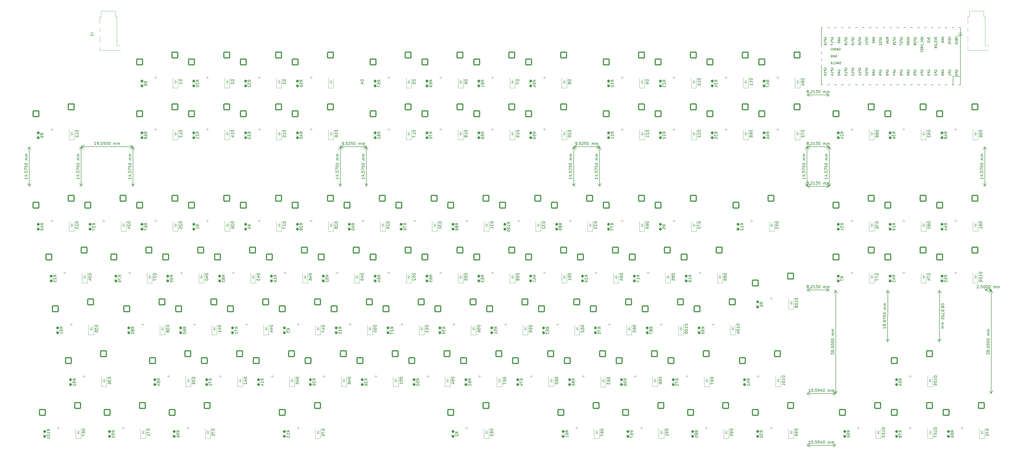
<source format=gbo>
G04 #@! TF.GenerationSoftware,KiCad,Pcbnew,7.0.6*
G04 #@! TF.CreationDate,2023-11-12T21:08:56+01:00*
G04 #@! TF.ProjectId,main,6d61696e-2e6b-4696-9361-645f70636258,rev?*
G04 #@! TF.SameCoordinates,Original*
G04 #@! TF.FileFunction,Legend,Bot*
G04 #@! TF.FilePolarity,Positive*
%FSLAX46Y46*%
G04 Gerber Fmt 4.6, Leading zero omitted, Abs format (unit mm)*
G04 Created by KiCad (PCBNEW 7.0.6) date 2023-11-12 21:08:56*
%MOMM*%
%LPD*%
G01*
G04 APERTURE LIST*
G04 Aperture macros list*
%AMRoundRect*
0 Rectangle with rounded corners*
0 $1 Rounding radius*
0 $2 $3 $4 $5 $6 $7 $8 $9 X,Y pos of 4 corners*
0 Add a 4 corners polygon primitive as box body*
4,1,4,$2,$3,$4,$5,$6,$7,$8,$9,$2,$3,0*
0 Add four circle primitives for the rounded corners*
1,1,$1+$1,$2,$3*
1,1,$1+$1,$4,$5*
1,1,$1+$1,$6,$7*
1,1,$1+$1,$8,$9*
0 Add four rect primitives between the rounded corners*
20,1,$1+$1,$2,$3,$4,$5,0*
20,1,$1+$1,$4,$5,$6,$7,0*
20,1,$1+$1,$6,$7,$8,$9,0*
20,1,$1+$1,$8,$9,$2,$3,0*%
G04 Aperture macros list end*
%ADD10C,0.150000*%
%ADD11C,0.120000*%
%ADD12C,0.100000*%
%ADD13R,1.905000X1.905000*%
%ADD14C,1.905000*%
%ADD15C,2.200000*%
%ADD16C,1.701800*%
%ADD17C,3.000000*%
%ADD18C,3.987800*%
%ADD19RoundRect,0.200000X-1.075000X-1.050000X1.075000X-1.050000X1.075000X1.050000X-1.075000X1.050000X0*%
%ADD20C,3.048000*%
%ADD21RoundRect,0.237500X0.237500X-0.250000X0.237500X0.250000X-0.237500X0.250000X-0.237500X-0.250000X0*%
%ADD22R,1.200000X1.200000*%
%ADD23C,1.600000*%
%ADD24R,2.500000X1.200000*%
%ADD25O,1.700000X1.700000*%
%ADD26R,1.700000X3.500000*%
%ADD27R,1.700000X1.700000*%
%ADD28R,3.500000X1.700000*%
G04 APERTURE END LIST*
D10*
X50739819Y-85025118D02*
X50739819Y-85596546D01*
X50739819Y-85310832D02*
X49739819Y-85310832D01*
X49739819Y-85310832D02*
X49882676Y-85406070D01*
X49882676Y-85406070D02*
X49977914Y-85501308D01*
X49977914Y-85501308D02*
X50025533Y-85596546D01*
X50073152Y-84167975D02*
X50739819Y-84167975D01*
X49692200Y-84406070D02*
X50406485Y-84644165D01*
X50406485Y-84644165D02*
X50406485Y-84025118D01*
X50644580Y-83644165D02*
X50692200Y-83596546D01*
X50692200Y-83596546D02*
X50739819Y-83644165D01*
X50739819Y-83644165D02*
X50692200Y-83691784D01*
X50692200Y-83691784D02*
X50644580Y-83644165D01*
X50644580Y-83644165D02*
X50739819Y-83644165D01*
X49739819Y-82691785D02*
X49739819Y-83167975D01*
X49739819Y-83167975D02*
X50216009Y-83215594D01*
X50216009Y-83215594D02*
X50168390Y-83167975D01*
X50168390Y-83167975D02*
X50120771Y-83072737D01*
X50120771Y-83072737D02*
X50120771Y-82834642D01*
X50120771Y-82834642D02*
X50168390Y-82739404D01*
X50168390Y-82739404D02*
X50216009Y-82691785D01*
X50216009Y-82691785D02*
X50311247Y-82644166D01*
X50311247Y-82644166D02*
X50549342Y-82644166D01*
X50549342Y-82644166D02*
X50644580Y-82691785D01*
X50644580Y-82691785D02*
X50692200Y-82739404D01*
X50692200Y-82739404D02*
X50739819Y-82834642D01*
X50739819Y-82834642D02*
X50739819Y-83072737D01*
X50739819Y-83072737D02*
X50692200Y-83167975D01*
X50692200Y-83167975D02*
X50644580Y-83215594D01*
X49739819Y-82310832D02*
X49739819Y-81644166D01*
X49739819Y-81644166D02*
X50739819Y-82072737D01*
X49739819Y-80787023D02*
X49739819Y-81263213D01*
X49739819Y-81263213D02*
X50216009Y-81310832D01*
X50216009Y-81310832D02*
X50168390Y-81263213D01*
X50168390Y-81263213D02*
X50120771Y-81167975D01*
X50120771Y-81167975D02*
X50120771Y-80929880D01*
X50120771Y-80929880D02*
X50168390Y-80834642D01*
X50168390Y-80834642D02*
X50216009Y-80787023D01*
X50216009Y-80787023D02*
X50311247Y-80739404D01*
X50311247Y-80739404D02*
X50549342Y-80739404D01*
X50549342Y-80739404D02*
X50644580Y-80787023D01*
X50644580Y-80787023D02*
X50692200Y-80834642D01*
X50692200Y-80834642D02*
X50739819Y-80929880D01*
X50739819Y-80929880D02*
X50739819Y-81167975D01*
X50739819Y-81167975D02*
X50692200Y-81263213D01*
X50692200Y-81263213D02*
X50644580Y-81310832D01*
X49739819Y-80120356D02*
X49739819Y-80025118D01*
X49739819Y-80025118D02*
X49787438Y-79929880D01*
X49787438Y-79929880D02*
X49835057Y-79882261D01*
X49835057Y-79882261D02*
X49930295Y-79834642D01*
X49930295Y-79834642D02*
X50120771Y-79787023D01*
X50120771Y-79787023D02*
X50358866Y-79787023D01*
X50358866Y-79787023D02*
X50549342Y-79834642D01*
X50549342Y-79834642D02*
X50644580Y-79882261D01*
X50644580Y-79882261D02*
X50692200Y-79929880D01*
X50692200Y-79929880D02*
X50739819Y-80025118D01*
X50739819Y-80025118D02*
X50739819Y-80120356D01*
X50739819Y-80120356D02*
X50692200Y-80215594D01*
X50692200Y-80215594D02*
X50644580Y-80263213D01*
X50644580Y-80263213D02*
X50549342Y-80310832D01*
X50549342Y-80310832D02*
X50358866Y-80358451D01*
X50358866Y-80358451D02*
X50120771Y-80358451D01*
X50120771Y-80358451D02*
X49930295Y-80310832D01*
X49930295Y-80310832D02*
X49835057Y-80263213D01*
X49835057Y-80263213D02*
X49787438Y-80215594D01*
X49787438Y-80215594D02*
X49739819Y-80120356D01*
X50739819Y-78596546D02*
X50073152Y-78596546D01*
X50168390Y-78596546D02*
X50120771Y-78548927D01*
X50120771Y-78548927D02*
X50073152Y-78453689D01*
X50073152Y-78453689D02*
X50073152Y-78310832D01*
X50073152Y-78310832D02*
X50120771Y-78215594D01*
X50120771Y-78215594D02*
X50216009Y-78167975D01*
X50216009Y-78167975D02*
X50739819Y-78167975D01*
X50216009Y-78167975D02*
X50120771Y-78120356D01*
X50120771Y-78120356D02*
X50073152Y-78025118D01*
X50073152Y-78025118D02*
X50073152Y-77882261D01*
X50073152Y-77882261D02*
X50120771Y-77787022D01*
X50120771Y-77787022D02*
X50216009Y-77739403D01*
X50216009Y-77739403D02*
X50739819Y-77739403D01*
X50739819Y-77263213D02*
X50073152Y-77263213D01*
X50168390Y-77263213D02*
X50120771Y-77215594D01*
X50120771Y-77215594D02*
X50073152Y-77120356D01*
X50073152Y-77120356D02*
X50073152Y-76977499D01*
X50073152Y-76977499D02*
X50120771Y-76882261D01*
X50120771Y-76882261D02*
X50216009Y-76834642D01*
X50216009Y-76834642D02*
X50739819Y-76834642D01*
X50216009Y-76834642D02*
X50120771Y-76787023D01*
X50120771Y-76787023D02*
X50073152Y-76691785D01*
X50073152Y-76691785D02*
X50073152Y-76548928D01*
X50073152Y-76548928D02*
X50120771Y-76453689D01*
X50120771Y-76453689D02*
X50216009Y-76406070D01*
X50216009Y-76406070D02*
X50739819Y-76406070D01*
X50935000Y-88265000D02*
X50848580Y-88265000D01*
X50935000Y-73690000D02*
X50848580Y-73690000D01*
X51435000Y-88265000D02*
X51435000Y-73690000D01*
X51435000Y-88265000D02*
X51435000Y-73690000D01*
X51435000Y-88265000D02*
X50848579Y-87138496D01*
X51435000Y-88265000D02*
X52021421Y-87138496D01*
X51435000Y-73690000D02*
X52021421Y-74816504D01*
X51435000Y-73690000D02*
X50848579Y-74816504D01*
X233124881Y-72994819D02*
X233315357Y-72994819D01*
X233315357Y-72994819D02*
X233410595Y-72947200D01*
X233410595Y-72947200D02*
X233458214Y-72899580D01*
X233458214Y-72899580D02*
X233553452Y-72756723D01*
X233553452Y-72756723D02*
X233601071Y-72566247D01*
X233601071Y-72566247D02*
X233601071Y-72185295D01*
X233601071Y-72185295D02*
X233553452Y-72090057D01*
X233553452Y-72090057D02*
X233505833Y-72042438D01*
X233505833Y-72042438D02*
X233410595Y-71994819D01*
X233410595Y-71994819D02*
X233220119Y-71994819D01*
X233220119Y-71994819D02*
X233124881Y-72042438D01*
X233124881Y-72042438D02*
X233077262Y-72090057D01*
X233077262Y-72090057D02*
X233029643Y-72185295D01*
X233029643Y-72185295D02*
X233029643Y-72423390D01*
X233029643Y-72423390D02*
X233077262Y-72518628D01*
X233077262Y-72518628D02*
X233124881Y-72566247D01*
X233124881Y-72566247D02*
X233220119Y-72613866D01*
X233220119Y-72613866D02*
X233410595Y-72613866D01*
X233410595Y-72613866D02*
X233505833Y-72566247D01*
X233505833Y-72566247D02*
X233553452Y-72518628D01*
X233553452Y-72518628D02*
X233601071Y-72423390D01*
X234029643Y-72899580D02*
X234077262Y-72947200D01*
X234077262Y-72947200D02*
X234029643Y-72994819D01*
X234029643Y-72994819D02*
X233982024Y-72947200D01*
X233982024Y-72947200D02*
X234029643Y-72899580D01*
X234029643Y-72899580D02*
X234029643Y-72994819D01*
X234982023Y-71994819D02*
X234505833Y-71994819D01*
X234505833Y-71994819D02*
X234458214Y-72471009D01*
X234458214Y-72471009D02*
X234505833Y-72423390D01*
X234505833Y-72423390D02*
X234601071Y-72375771D01*
X234601071Y-72375771D02*
X234839166Y-72375771D01*
X234839166Y-72375771D02*
X234934404Y-72423390D01*
X234934404Y-72423390D02*
X234982023Y-72471009D01*
X234982023Y-72471009D02*
X235029642Y-72566247D01*
X235029642Y-72566247D02*
X235029642Y-72804342D01*
X235029642Y-72804342D02*
X234982023Y-72899580D01*
X234982023Y-72899580D02*
X234934404Y-72947200D01*
X234934404Y-72947200D02*
X234839166Y-72994819D01*
X234839166Y-72994819D02*
X234601071Y-72994819D01*
X234601071Y-72994819D02*
X234505833Y-72947200D01*
X234505833Y-72947200D02*
X234458214Y-72899580D01*
X235410595Y-72090057D02*
X235458214Y-72042438D01*
X235458214Y-72042438D02*
X235553452Y-71994819D01*
X235553452Y-71994819D02*
X235791547Y-71994819D01*
X235791547Y-71994819D02*
X235886785Y-72042438D01*
X235886785Y-72042438D02*
X235934404Y-72090057D01*
X235934404Y-72090057D02*
X235982023Y-72185295D01*
X235982023Y-72185295D02*
X235982023Y-72280533D01*
X235982023Y-72280533D02*
X235934404Y-72423390D01*
X235934404Y-72423390D02*
X235362976Y-72994819D01*
X235362976Y-72994819D02*
X235982023Y-72994819D01*
X236886785Y-71994819D02*
X236410595Y-71994819D01*
X236410595Y-71994819D02*
X236362976Y-72471009D01*
X236362976Y-72471009D02*
X236410595Y-72423390D01*
X236410595Y-72423390D02*
X236505833Y-72375771D01*
X236505833Y-72375771D02*
X236743928Y-72375771D01*
X236743928Y-72375771D02*
X236839166Y-72423390D01*
X236839166Y-72423390D02*
X236886785Y-72471009D01*
X236886785Y-72471009D02*
X236934404Y-72566247D01*
X236934404Y-72566247D02*
X236934404Y-72804342D01*
X236934404Y-72804342D02*
X236886785Y-72899580D01*
X236886785Y-72899580D02*
X236839166Y-72947200D01*
X236839166Y-72947200D02*
X236743928Y-72994819D01*
X236743928Y-72994819D02*
X236505833Y-72994819D01*
X236505833Y-72994819D02*
X236410595Y-72947200D01*
X236410595Y-72947200D02*
X236362976Y-72899580D01*
X237553452Y-71994819D02*
X237648690Y-71994819D01*
X237648690Y-71994819D02*
X237743928Y-72042438D01*
X237743928Y-72042438D02*
X237791547Y-72090057D01*
X237791547Y-72090057D02*
X237839166Y-72185295D01*
X237839166Y-72185295D02*
X237886785Y-72375771D01*
X237886785Y-72375771D02*
X237886785Y-72613866D01*
X237886785Y-72613866D02*
X237839166Y-72804342D01*
X237839166Y-72804342D02*
X237791547Y-72899580D01*
X237791547Y-72899580D02*
X237743928Y-72947200D01*
X237743928Y-72947200D02*
X237648690Y-72994819D01*
X237648690Y-72994819D02*
X237553452Y-72994819D01*
X237553452Y-72994819D02*
X237458214Y-72947200D01*
X237458214Y-72947200D02*
X237410595Y-72899580D01*
X237410595Y-72899580D02*
X237362976Y-72804342D01*
X237362976Y-72804342D02*
X237315357Y-72613866D01*
X237315357Y-72613866D02*
X237315357Y-72375771D01*
X237315357Y-72375771D02*
X237362976Y-72185295D01*
X237362976Y-72185295D02*
X237410595Y-72090057D01*
X237410595Y-72090057D02*
X237458214Y-72042438D01*
X237458214Y-72042438D02*
X237553452Y-71994819D01*
X239077262Y-72994819D02*
X239077262Y-72328152D01*
X239077262Y-72423390D02*
X239124881Y-72375771D01*
X239124881Y-72375771D02*
X239220119Y-72328152D01*
X239220119Y-72328152D02*
X239362976Y-72328152D01*
X239362976Y-72328152D02*
X239458214Y-72375771D01*
X239458214Y-72375771D02*
X239505833Y-72471009D01*
X239505833Y-72471009D02*
X239505833Y-72994819D01*
X239505833Y-72471009D02*
X239553452Y-72375771D01*
X239553452Y-72375771D02*
X239648690Y-72328152D01*
X239648690Y-72328152D02*
X239791547Y-72328152D01*
X239791547Y-72328152D02*
X239886786Y-72375771D01*
X239886786Y-72375771D02*
X239934405Y-72471009D01*
X239934405Y-72471009D02*
X239934405Y-72994819D01*
X240410595Y-72994819D02*
X240410595Y-72328152D01*
X240410595Y-72423390D02*
X240458214Y-72375771D01*
X240458214Y-72375771D02*
X240553452Y-72328152D01*
X240553452Y-72328152D02*
X240696309Y-72328152D01*
X240696309Y-72328152D02*
X240791547Y-72375771D01*
X240791547Y-72375771D02*
X240839166Y-72471009D01*
X240839166Y-72471009D02*
X240839166Y-72994819D01*
X240839166Y-72471009D02*
X240886785Y-72375771D01*
X240886785Y-72375771D02*
X240982023Y-72328152D01*
X240982023Y-72328152D02*
X241124880Y-72328152D01*
X241124880Y-72328152D02*
X241220119Y-72375771D01*
X241220119Y-72375771D02*
X241267738Y-72471009D01*
X241267738Y-72471009D02*
X241267738Y-72994819D01*
X232410000Y-73190000D02*
X232410000Y-73103580D01*
X241935000Y-73190000D02*
X241935000Y-73103580D01*
X232410000Y-73690000D02*
X241935000Y-73690000D01*
X232410000Y-73690000D02*
X241935000Y-73690000D01*
X232410000Y-73690000D02*
X233536504Y-73103579D01*
X232410000Y-73690000D02*
X233536504Y-74276421D01*
X241935000Y-73690000D02*
X240808496Y-74276421D01*
X241935000Y-73690000D02*
X240808496Y-73103579D01*
X319384381Y-182819819D02*
X318812953Y-182819819D01*
X319098667Y-182819819D02*
X319098667Y-181819819D01*
X319098667Y-181819819D02*
X319003429Y-181962676D01*
X319003429Y-181962676D02*
X318908191Y-182057914D01*
X318908191Y-182057914D02*
X318812953Y-182105533D01*
X320003429Y-181819819D02*
X320098667Y-181819819D01*
X320098667Y-181819819D02*
X320193905Y-181867438D01*
X320193905Y-181867438D02*
X320241524Y-181915057D01*
X320241524Y-181915057D02*
X320289143Y-182010295D01*
X320289143Y-182010295D02*
X320336762Y-182200771D01*
X320336762Y-182200771D02*
X320336762Y-182438866D01*
X320336762Y-182438866D02*
X320289143Y-182629342D01*
X320289143Y-182629342D02*
X320241524Y-182724580D01*
X320241524Y-182724580D02*
X320193905Y-182772200D01*
X320193905Y-182772200D02*
X320098667Y-182819819D01*
X320098667Y-182819819D02*
X320003429Y-182819819D01*
X320003429Y-182819819D02*
X319908191Y-182772200D01*
X319908191Y-182772200D02*
X319860572Y-182724580D01*
X319860572Y-182724580D02*
X319812953Y-182629342D01*
X319812953Y-182629342D02*
X319765334Y-182438866D01*
X319765334Y-182438866D02*
X319765334Y-182200771D01*
X319765334Y-182200771D02*
X319812953Y-182010295D01*
X319812953Y-182010295D02*
X319860572Y-181915057D01*
X319860572Y-181915057D02*
X319908191Y-181867438D01*
X319908191Y-181867438D02*
X320003429Y-181819819D01*
X320765334Y-182724580D02*
X320812953Y-182772200D01*
X320812953Y-182772200D02*
X320765334Y-182819819D01*
X320765334Y-182819819D02*
X320717715Y-182772200D01*
X320717715Y-182772200D02*
X320765334Y-182724580D01*
X320765334Y-182724580D02*
X320765334Y-182819819D01*
X321717714Y-181819819D02*
X321241524Y-181819819D01*
X321241524Y-181819819D02*
X321193905Y-182296009D01*
X321193905Y-182296009D02*
X321241524Y-182248390D01*
X321241524Y-182248390D02*
X321336762Y-182200771D01*
X321336762Y-182200771D02*
X321574857Y-182200771D01*
X321574857Y-182200771D02*
X321670095Y-182248390D01*
X321670095Y-182248390D02*
X321717714Y-182296009D01*
X321717714Y-182296009D02*
X321765333Y-182391247D01*
X321765333Y-182391247D02*
X321765333Y-182629342D01*
X321765333Y-182629342D02*
X321717714Y-182724580D01*
X321717714Y-182724580D02*
X321670095Y-182772200D01*
X321670095Y-182772200D02*
X321574857Y-182819819D01*
X321574857Y-182819819D02*
X321336762Y-182819819D01*
X321336762Y-182819819D02*
X321241524Y-182772200D01*
X321241524Y-182772200D02*
X321193905Y-182724580D01*
X322241524Y-182819819D02*
X322432000Y-182819819D01*
X322432000Y-182819819D02*
X322527238Y-182772200D01*
X322527238Y-182772200D02*
X322574857Y-182724580D01*
X322574857Y-182724580D02*
X322670095Y-182581723D01*
X322670095Y-182581723D02*
X322717714Y-182391247D01*
X322717714Y-182391247D02*
X322717714Y-182010295D01*
X322717714Y-182010295D02*
X322670095Y-181915057D01*
X322670095Y-181915057D02*
X322622476Y-181867438D01*
X322622476Y-181867438D02*
X322527238Y-181819819D01*
X322527238Y-181819819D02*
X322336762Y-181819819D01*
X322336762Y-181819819D02*
X322241524Y-181867438D01*
X322241524Y-181867438D02*
X322193905Y-181915057D01*
X322193905Y-181915057D02*
X322146286Y-182010295D01*
X322146286Y-182010295D02*
X322146286Y-182248390D01*
X322146286Y-182248390D02*
X322193905Y-182343628D01*
X322193905Y-182343628D02*
X322241524Y-182391247D01*
X322241524Y-182391247D02*
X322336762Y-182438866D01*
X322336762Y-182438866D02*
X322527238Y-182438866D01*
X322527238Y-182438866D02*
X322622476Y-182391247D01*
X322622476Y-182391247D02*
X322670095Y-182343628D01*
X322670095Y-182343628D02*
X322717714Y-182248390D01*
X323574857Y-182153152D02*
X323574857Y-182819819D01*
X323336762Y-181772200D02*
X323098667Y-182486485D01*
X323098667Y-182486485D02*
X323717714Y-182486485D01*
X324289143Y-181819819D02*
X324384381Y-181819819D01*
X324384381Y-181819819D02*
X324479619Y-181867438D01*
X324479619Y-181867438D02*
X324527238Y-181915057D01*
X324527238Y-181915057D02*
X324574857Y-182010295D01*
X324574857Y-182010295D02*
X324622476Y-182200771D01*
X324622476Y-182200771D02*
X324622476Y-182438866D01*
X324622476Y-182438866D02*
X324574857Y-182629342D01*
X324574857Y-182629342D02*
X324527238Y-182724580D01*
X324527238Y-182724580D02*
X324479619Y-182772200D01*
X324479619Y-182772200D02*
X324384381Y-182819819D01*
X324384381Y-182819819D02*
X324289143Y-182819819D01*
X324289143Y-182819819D02*
X324193905Y-182772200D01*
X324193905Y-182772200D02*
X324146286Y-182724580D01*
X324146286Y-182724580D02*
X324098667Y-182629342D01*
X324098667Y-182629342D02*
X324051048Y-182438866D01*
X324051048Y-182438866D02*
X324051048Y-182200771D01*
X324051048Y-182200771D02*
X324098667Y-182010295D01*
X324098667Y-182010295D02*
X324146286Y-181915057D01*
X324146286Y-181915057D02*
X324193905Y-181867438D01*
X324193905Y-181867438D02*
X324289143Y-181819819D01*
X325812953Y-182819819D02*
X325812953Y-182153152D01*
X325812953Y-182248390D02*
X325860572Y-182200771D01*
X325860572Y-182200771D02*
X325955810Y-182153152D01*
X325955810Y-182153152D02*
X326098667Y-182153152D01*
X326098667Y-182153152D02*
X326193905Y-182200771D01*
X326193905Y-182200771D02*
X326241524Y-182296009D01*
X326241524Y-182296009D02*
X326241524Y-182819819D01*
X326241524Y-182296009D02*
X326289143Y-182200771D01*
X326289143Y-182200771D02*
X326384381Y-182153152D01*
X326384381Y-182153152D02*
X326527238Y-182153152D01*
X326527238Y-182153152D02*
X326622477Y-182200771D01*
X326622477Y-182200771D02*
X326670096Y-182296009D01*
X326670096Y-182296009D02*
X326670096Y-182819819D01*
X327146286Y-182819819D02*
X327146286Y-182153152D01*
X327146286Y-182248390D02*
X327193905Y-182200771D01*
X327193905Y-182200771D02*
X327289143Y-182153152D01*
X327289143Y-182153152D02*
X327432000Y-182153152D01*
X327432000Y-182153152D02*
X327527238Y-182200771D01*
X327527238Y-182200771D02*
X327574857Y-182296009D01*
X327574857Y-182296009D02*
X327574857Y-182819819D01*
X327574857Y-182296009D02*
X327622476Y-182200771D01*
X327622476Y-182200771D02*
X327717714Y-182153152D01*
X327717714Y-182153152D02*
X327860571Y-182153152D01*
X327860571Y-182153152D02*
X327955810Y-182200771D01*
X327955810Y-182200771D02*
X328003429Y-182296009D01*
X328003429Y-182296009D02*
X328003429Y-182819819D01*
X318135000Y-183015000D02*
X318135000Y-182928580D01*
X328729000Y-183015000D02*
X328729000Y-182928580D01*
X318135000Y-183515000D02*
X328729000Y-183515000D01*
X318135000Y-183515000D02*
X328729000Y-183515000D01*
X318135000Y-183515000D02*
X319261504Y-182928579D01*
X318135000Y-183515000D02*
X319261504Y-184101421D01*
X328729000Y-183515000D02*
X327602496Y-184101421D01*
X328729000Y-183515000D02*
X327602496Y-182928579D01*
X380605143Y-124765057D02*
X380652762Y-124717438D01*
X380652762Y-124717438D02*
X380748000Y-124669819D01*
X380748000Y-124669819D02*
X380986095Y-124669819D01*
X380986095Y-124669819D02*
X381081333Y-124717438D01*
X381081333Y-124717438D02*
X381128952Y-124765057D01*
X381128952Y-124765057D02*
X381176571Y-124860295D01*
X381176571Y-124860295D02*
X381176571Y-124955533D01*
X381176571Y-124955533D02*
X381128952Y-125098390D01*
X381128952Y-125098390D02*
X380557524Y-125669819D01*
X380557524Y-125669819D02*
X381176571Y-125669819D01*
X381605143Y-125574580D02*
X381652762Y-125622200D01*
X381652762Y-125622200D02*
X381605143Y-125669819D01*
X381605143Y-125669819D02*
X381557524Y-125622200D01*
X381557524Y-125622200D02*
X381605143Y-125574580D01*
X381605143Y-125574580D02*
X381605143Y-125669819D01*
X382557523Y-124669819D02*
X382081333Y-124669819D01*
X382081333Y-124669819D02*
X382033714Y-125146009D01*
X382033714Y-125146009D02*
X382081333Y-125098390D01*
X382081333Y-125098390D02*
X382176571Y-125050771D01*
X382176571Y-125050771D02*
X382414666Y-125050771D01*
X382414666Y-125050771D02*
X382509904Y-125098390D01*
X382509904Y-125098390D02*
X382557523Y-125146009D01*
X382557523Y-125146009D02*
X382605142Y-125241247D01*
X382605142Y-125241247D02*
X382605142Y-125479342D01*
X382605142Y-125479342D02*
X382557523Y-125574580D01*
X382557523Y-125574580D02*
X382509904Y-125622200D01*
X382509904Y-125622200D02*
X382414666Y-125669819D01*
X382414666Y-125669819D02*
X382176571Y-125669819D01*
X382176571Y-125669819D02*
X382081333Y-125622200D01*
X382081333Y-125622200D02*
X382033714Y-125574580D01*
X383224190Y-124669819D02*
X383319428Y-124669819D01*
X383319428Y-124669819D02*
X383414666Y-124717438D01*
X383414666Y-124717438D02*
X383462285Y-124765057D01*
X383462285Y-124765057D02*
X383509904Y-124860295D01*
X383509904Y-124860295D02*
X383557523Y-125050771D01*
X383557523Y-125050771D02*
X383557523Y-125288866D01*
X383557523Y-125288866D02*
X383509904Y-125479342D01*
X383509904Y-125479342D02*
X383462285Y-125574580D01*
X383462285Y-125574580D02*
X383414666Y-125622200D01*
X383414666Y-125622200D02*
X383319428Y-125669819D01*
X383319428Y-125669819D02*
X383224190Y-125669819D01*
X383224190Y-125669819D02*
X383128952Y-125622200D01*
X383128952Y-125622200D02*
X383081333Y-125574580D01*
X383081333Y-125574580D02*
X383033714Y-125479342D01*
X383033714Y-125479342D02*
X382986095Y-125288866D01*
X382986095Y-125288866D02*
X382986095Y-125050771D01*
X382986095Y-125050771D02*
X383033714Y-124860295D01*
X383033714Y-124860295D02*
X383081333Y-124765057D01*
X383081333Y-124765057D02*
X383128952Y-124717438D01*
X383128952Y-124717438D02*
X383224190Y-124669819D01*
X384176571Y-124669819D02*
X384271809Y-124669819D01*
X384271809Y-124669819D02*
X384367047Y-124717438D01*
X384367047Y-124717438D02*
X384414666Y-124765057D01*
X384414666Y-124765057D02*
X384462285Y-124860295D01*
X384462285Y-124860295D02*
X384509904Y-125050771D01*
X384509904Y-125050771D02*
X384509904Y-125288866D01*
X384509904Y-125288866D02*
X384462285Y-125479342D01*
X384462285Y-125479342D02*
X384414666Y-125574580D01*
X384414666Y-125574580D02*
X384367047Y-125622200D01*
X384367047Y-125622200D02*
X384271809Y-125669819D01*
X384271809Y-125669819D02*
X384176571Y-125669819D01*
X384176571Y-125669819D02*
X384081333Y-125622200D01*
X384081333Y-125622200D02*
X384033714Y-125574580D01*
X384033714Y-125574580D02*
X383986095Y-125479342D01*
X383986095Y-125479342D02*
X383938476Y-125288866D01*
X383938476Y-125288866D02*
X383938476Y-125050771D01*
X383938476Y-125050771D02*
X383986095Y-124860295D01*
X383986095Y-124860295D02*
X384033714Y-124765057D01*
X384033714Y-124765057D02*
X384081333Y-124717438D01*
X384081333Y-124717438D02*
X384176571Y-124669819D01*
X385128952Y-124669819D02*
X385224190Y-124669819D01*
X385224190Y-124669819D02*
X385319428Y-124717438D01*
X385319428Y-124717438D02*
X385367047Y-124765057D01*
X385367047Y-124765057D02*
X385414666Y-124860295D01*
X385414666Y-124860295D02*
X385462285Y-125050771D01*
X385462285Y-125050771D02*
X385462285Y-125288866D01*
X385462285Y-125288866D02*
X385414666Y-125479342D01*
X385414666Y-125479342D02*
X385367047Y-125574580D01*
X385367047Y-125574580D02*
X385319428Y-125622200D01*
X385319428Y-125622200D02*
X385224190Y-125669819D01*
X385224190Y-125669819D02*
X385128952Y-125669819D01*
X385128952Y-125669819D02*
X385033714Y-125622200D01*
X385033714Y-125622200D02*
X384986095Y-125574580D01*
X384986095Y-125574580D02*
X384938476Y-125479342D01*
X384938476Y-125479342D02*
X384890857Y-125288866D01*
X384890857Y-125288866D02*
X384890857Y-125050771D01*
X384890857Y-125050771D02*
X384938476Y-124860295D01*
X384938476Y-124860295D02*
X384986095Y-124765057D01*
X384986095Y-124765057D02*
X385033714Y-124717438D01*
X385033714Y-124717438D02*
X385128952Y-124669819D01*
X386652762Y-125669819D02*
X386652762Y-125003152D01*
X386652762Y-125098390D02*
X386700381Y-125050771D01*
X386700381Y-125050771D02*
X386795619Y-125003152D01*
X386795619Y-125003152D02*
X386938476Y-125003152D01*
X386938476Y-125003152D02*
X387033714Y-125050771D01*
X387033714Y-125050771D02*
X387081333Y-125146009D01*
X387081333Y-125146009D02*
X387081333Y-125669819D01*
X387081333Y-125146009D02*
X387128952Y-125050771D01*
X387128952Y-125050771D02*
X387224190Y-125003152D01*
X387224190Y-125003152D02*
X387367047Y-125003152D01*
X387367047Y-125003152D02*
X387462286Y-125050771D01*
X387462286Y-125050771D02*
X387509905Y-125146009D01*
X387509905Y-125146009D02*
X387509905Y-125669819D01*
X387986095Y-125669819D02*
X387986095Y-125003152D01*
X387986095Y-125098390D02*
X388033714Y-125050771D01*
X388033714Y-125050771D02*
X388128952Y-125003152D01*
X388128952Y-125003152D02*
X388271809Y-125003152D01*
X388271809Y-125003152D02*
X388367047Y-125050771D01*
X388367047Y-125050771D02*
X388414666Y-125146009D01*
X388414666Y-125146009D02*
X388414666Y-125669819D01*
X388414666Y-125146009D02*
X388462285Y-125050771D01*
X388462285Y-125050771D02*
X388557523Y-125003152D01*
X388557523Y-125003152D02*
X388700380Y-125003152D01*
X388700380Y-125003152D02*
X388795619Y-125050771D01*
X388795619Y-125050771D02*
X388843238Y-125146009D01*
X388843238Y-125146009D02*
X388843238Y-125669819D01*
X383498000Y-125865000D02*
X383498000Y-125778580D01*
X385998000Y-125865000D02*
X385998000Y-125778580D01*
X383498000Y-126365000D02*
X385998000Y-126365000D01*
X383498000Y-126365000D02*
X385998000Y-126365000D01*
X383498000Y-126365000D02*
X384624504Y-125778579D01*
X383498000Y-126365000D02*
X384624504Y-126951421D01*
X385998000Y-126365000D02*
X384871496Y-126951421D01*
X385998000Y-126365000D02*
X384871496Y-125778579D01*
X145989819Y-85025118D02*
X145989819Y-85596546D01*
X145989819Y-85310832D02*
X144989819Y-85310832D01*
X144989819Y-85310832D02*
X145132676Y-85406070D01*
X145132676Y-85406070D02*
X145227914Y-85501308D01*
X145227914Y-85501308D02*
X145275533Y-85596546D01*
X145323152Y-84167975D02*
X145989819Y-84167975D01*
X144942200Y-84406070D02*
X145656485Y-84644165D01*
X145656485Y-84644165D02*
X145656485Y-84025118D01*
X145894580Y-83644165D02*
X145942200Y-83596546D01*
X145942200Y-83596546D02*
X145989819Y-83644165D01*
X145989819Y-83644165D02*
X145942200Y-83691784D01*
X145942200Y-83691784D02*
X145894580Y-83644165D01*
X145894580Y-83644165D02*
X145989819Y-83644165D01*
X144989819Y-82691785D02*
X144989819Y-83167975D01*
X144989819Y-83167975D02*
X145466009Y-83215594D01*
X145466009Y-83215594D02*
X145418390Y-83167975D01*
X145418390Y-83167975D02*
X145370771Y-83072737D01*
X145370771Y-83072737D02*
X145370771Y-82834642D01*
X145370771Y-82834642D02*
X145418390Y-82739404D01*
X145418390Y-82739404D02*
X145466009Y-82691785D01*
X145466009Y-82691785D02*
X145561247Y-82644166D01*
X145561247Y-82644166D02*
X145799342Y-82644166D01*
X145799342Y-82644166D02*
X145894580Y-82691785D01*
X145894580Y-82691785D02*
X145942200Y-82739404D01*
X145942200Y-82739404D02*
X145989819Y-82834642D01*
X145989819Y-82834642D02*
X145989819Y-83072737D01*
X145989819Y-83072737D02*
X145942200Y-83167975D01*
X145942200Y-83167975D02*
X145894580Y-83215594D01*
X144989819Y-82310832D02*
X144989819Y-81644166D01*
X144989819Y-81644166D02*
X145989819Y-82072737D01*
X144989819Y-80787023D02*
X144989819Y-81263213D01*
X144989819Y-81263213D02*
X145466009Y-81310832D01*
X145466009Y-81310832D02*
X145418390Y-81263213D01*
X145418390Y-81263213D02*
X145370771Y-81167975D01*
X145370771Y-81167975D02*
X145370771Y-80929880D01*
X145370771Y-80929880D02*
X145418390Y-80834642D01*
X145418390Y-80834642D02*
X145466009Y-80787023D01*
X145466009Y-80787023D02*
X145561247Y-80739404D01*
X145561247Y-80739404D02*
X145799342Y-80739404D01*
X145799342Y-80739404D02*
X145894580Y-80787023D01*
X145894580Y-80787023D02*
X145942200Y-80834642D01*
X145942200Y-80834642D02*
X145989819Y-80929880D01*
X145989819Y-80929880D02*
X145989819Y-81167975D01*
X145989819Y-81167975D02*
X145942200Y-81263213D01*
X145942200Y-81263213D02*
X145894580Y-81310832D01*
X144989819Y-80120356D02*
X144989819Y-80025118D01*
X144989819Y-80025118D02*
X145037438Y-79929880D01*
X145037438Y-79929880D02*
X145085057Y-79882261D01*
X145085057Y-79882261D02*
X145180295Y-79834642D01*
X145180295Y-79834642D02*
X145370771Y-79787023D01*
X145370771Y-79787023D02*
X145608866Y-79787023D01*
X145608866Y-79787023D02*
X145799342Y-79834642D01*
X145799342Y-79834642D02*
X145894580Y-79882261D01*
X145894580Y-79882261D02*
X145942200Y-79929880D01*
X145942200Y-79929880D02*
X145989819Y-80025118D01*
X145989819Y-80025118D02*
X145989819Y-80120356D01*
X145989819Y-80120356D02*
X145942200Y-80215594D01*
X145942200Y-80215594D02*
X145894580Y-80263213D01*
X145894580Y-80263213D02*
X145799342Y-80310832D01*
X145799342Y-80310832D02*
X145608866Y-80358451D01*
X145608866Y-80358451D02*
X145370771Y-80358451D01*
X145370771Y-80358451D02*
X145180295Y-80310832D01*
X145180295Y-80310832D02*
X145085057Y-80263213D01*
X145085057Y-80263213D02*
X145037438Y-80215594D01*
X145037438Y-80215594D02*
X144989819Y-80120356D01*
X145989819Y-78596546D02*
X145323152Y-78596546D01*
X145418390Y-78596546D02*
X145370771Y-78548927D01*
X145370771Y-78548927D02*
X145323152Y-78453689D01*
X145323152Y-78453689D02*
X145323152Y-78310832D01*
X145323152Y-78310832D02*
X145370771Y-78215594D01*
X145370771Y-78215594D02*
X145466009Y-78167975D01*
X145466009Y-78167975D02*
X145989819Y-78167975D01*
X145466009Y-78167975D02*
X145370771Y-78120356D01*
X145370771Y-78120356D02*
X145323152Y-78025118D01*
X145323152Y-78025118D02*
X145323152Y-77882261D01*
X145323152Y-77882261D02*
X145370771Y-77787022D01*
X145370771Y-77787022D02*
X145466009Y-77739403D01*
X145466009Y-77739403D02*
X145989819Y-77739403D01*
X145989819Y-77263213D02*
X145323152Y-77263213D01*
X145418390Y-77263213D02*
X145370771Y-77215594D01*
X145370771Y-77215594D02*
X145323152Y-77120356D01*
X145323152Y-77120356D02*
X145323152Y-76977499D01*
X145323152Y-76977499D02*
X145370771Y-76882261D01*
X145370771Y-76882261D02*
X145466009Y-76834642D01*
X145466009Y-76834642D02*
X145989819Y-76834642D01*
X145466009Y-76834642D02*
X145370771Y-76787023D01*
X145370771Y-76787023D02*
X145323152Y-76691785D01*
X145323152Y-76691785D02*
X145323152Y-76548928D01*
X145323152Y-76548928D02*
X145370771Y-76453689D01*
X145370771Y-76453689D02*
X145466009Y-76406070D01*
X145466009Y-76406070D02*
X145989819Y-76406070D01*
X146185000Y-88265000D02*
X146098580Y-88265000D01*
X146185000Y-73690000D02*
X146098580Y-73690000D01*
X146685000Y-88265000D02*
X146685000Y-73690000D01*
X146685000Y-88265000D02*
X146685000Y-73690000D01*
X146685000Y-88265000D02*
X146098579Y-87138496D01*
X146685000Y-88265000D02*
X147271421Y-87138496D01*
X146685000Y-73690000D02*
X147271421Y-74816504D01*
X146685000Y-73690000D02*
X146098579Y-74816504D01*
X31689819Y-85025118D02*
X31689819Y-85596546D01*
X31689819Y-85310832D02*
X30689819Y-85310832D01*
X30689819Y-85310832D02*
X30832676Y-85406070D01*
X30832676Y-85406070D02*
X30927914Y-85501308D01*
X30927914Y-85501308D02*
X30975533Y-85596546D01*
X31023152Y-84167975D02*
X31689819Y-84167975D01*
X30642200Y-84406070D02*
X31356485Y-84644165D01*
X31356485Y-84644165D02*
X31356485Y-84025118D01*
X31594580Y-83644165D02*
X31642200Y-83596546D01*
X31642200Y-83596546D02*
X31689819Y-83644165D01*
X31689819Y-83644165D02*
X31642200Y-83691784D01*
X31642200Y-83691784D02*
X31594580Y-83644165D01*
X31594580Y-83644165D02*
X31689819Y-83644165D01*
X30689819Y-82691785D02*
X30689819Y-83167975D01*
X30689819Y-83167975D02*
X31166009Y-83215594D01*
X31166009Y-83215594D02*
X31118390Y-83167975D01*
X31118390Y-83167975D02*
X31070771Y-83072737D01*
X31070771Y-83072737D02*
X31070771Y-82834642D01*
X31070771Y-82834642D02*
X31118390Y-82739404D01*
X31118390Y-82739404D02*
X31166009Y-82691785D01*
X31166009Y-82691785D02*
X31261247Y-82644166D01*
X31261247Y-82644166D02*
X31499342Y-82644166D01*
X31499342Y-82644166D02*
X31594580Y-82691785D01*
X31594580Y-82691785D02*
X31642200Y-82739404D01*
X31642200Y-82739404D02*
X31689819Y-82834642D01*
X31689819Y-82834642D02*
X31689819Y-83072737D01*
X31689819Y-83072737D02*
X31642200Y-83167975D01*
X31642200Y-83167975D02*
X31594580Y-83215594D01*
X30689819Y-82310832D02*
X30689819Y-81644166D01*
X30689819Y-81644166D02*
X31689819Y-82072737D01*
X30689819Y-80787023D02*
X30689819Y-81263213D01*
X30689819Y-81263213D02*
X31166009Y-81310832D01*
X31166009Y-81310832D02*
X31118390Y-81263213D01*
X31118390Y-81263213D02*
X31070771Y-81167975D01*
X31070771Y-81167975D02*
X31070771Y-80929880D01*
X31070771Y-80929880D02*
X31118390Y-80834642D01*
X31118390Y-80834642D02*
X31166009Y-80787023D01*
X31166009Y-80787023D02*
X31261247Y-80739404D01*
X31261247Y-80739404D02*
X31499342Y-80739404D01*
X31499342Y-80739404D02*
X31594580Y-80787023D01*
X31594580Y-80787023D02*
X31642200Y-80834642D01*
X31642200Y-80834642D02*
X31689819Y-80929880D01*
X31689819Y-80929880D02*
X31689819Y-81167975D01*
X31689819Y-81167975D02*
X31642200Y-81263213D01*
X31642200Y-81263213D02*
X31594580Y-81310832D01*
X30689819Y-80120356D02*
X30689819Y-80025118D01*
X30689819Y-80025118D02*
X30737438Y-79929880D01*
X30737438Y-79929880D02*
X30785057Y-79882261D01*
X30785057Y-79882261D02*
X30880295Y-79834642D01*
X30880295Y-79834642D02*
X31070771Y-79787023D01*
X31070771Y-79787023D02*
X31308866Y-79787023D01*
X31308866Y-79787023D02*
X31499342Y-79834642D01*
X31499342Y-79834642D02*
X31594580Y-79882261D01*
X31594580Y-79882261D02*
X31642200Y-79929880D01*
X31642200Y-79929880D02*
X31689819Y-80025118D01*
X31689819Y-80025118D02*
X31689819Y-80120356D01*
X31689819Y-80120356D02*
X31642200Y-80215594D01*
X31642200Y-80215594D02*
X31594580Y-80263213D01*
X31594580Y-80263213D02*
X31499342Y-80310832D01*
X31499342Y-80310832D02*
X31308866Y-80358451D01*
X31308866Y-80358451D02*
X31070771Y-80358451D01*
X31070771Y-80358451D02*
X30880295Y-80310832D01*
X30880295Y-80310832D02*
X30785057Y-80263213D01*
X30785057Y-80263213D02*
X30737438Y-80215594D01*
X30737438Y-80215594D02*
X30689819Y-80120356D01*
X31689819Y-78596546D02*
X31023152Y-78596546D01*
X31118390Y-78596546D02*
X31070771Y-78548927D01*
X31070771Y-78548927D02*
X31023152Y-78453689D01*
X31023152Y-78453689D02*
X31023152Y-78310832D01*
X31023152Y-78310832D02*
X31070771Y-78215594D01*
X31070771Y-78215594D02*
X31166009Y-78167975D01*
X31166009Y-78167975D02*
X31689819Y-78167975D01*
X31166009Y-78167975D02*
X31070771Y-78120356D01*
X31070771Y-78120356D02*
X31023152Y-78025118D01*
X31023152Y-78025118D02*
X31023152Y-77882261D01*
X31023152Y-77882261D02*
X31070771Y-77787022D01*
X31070771Y-77787022D02*
X31166009Y-77739403D01*
X31166009Y-77739403D02*
X31689819Y-77739403D01*
X31689819Y-77263213D02*
X31023152Y-77263213D01*
X31118390Y-77263213D02*
X31070771Y-77215594D01*
X31070771Y-77215594D02*
X31023152Y-77120356D01*
X31023152Y-77120356D02*
X31023152Y-76977499D01*
X31023152Y-76977499D02*
X31070771Y-76882261D01*
X31070771Y-76882261D02*
X31166009Y-76834642D01*
X31166009Y-76834642D02*
X31689819Y-76834642D01*
X31166009Y-76834642D02*
X31070771Y-76787023D01*
X31070771Y-76787023D02*
X31023152Y-76691785D01*
X31023152Y-76691785D02*
X31023152Y-76548928D01*
X31023152Y-76548928D02*
X31070771Y-76453689D01*
X31070771Y-76453689D02*
X31166009Y-76406070D01*
X31166009Y-76406070D02*
X31689819Y-76406070D01*
X32885000Y-73690000D02*
X32971420Y-73690000D01*
X32885000Y-88265000D02*
X32971420Y-88265000D01*
X32385000Y-73690000D02*
X32385000Y-88265000D01*
X32385000Y-73690000D02*
X32385000Y-88265000D01*
X32385000Y-73690000D02*
X32971421Y-74816504D01*
X32385000Y-73690000D02*
X31798579Y-74816504D01*
X32385000Y-88265000D02*
X31798579Y-87138496D01*
X32385000Y-88265000D02*
X32971421Y-87138496D01*
X384183819Y-150131665D02*
X384183819Y-149512618D01*
X384183819Y-149512618D02*
X384564771Y-149845951D01*
X384564771Y-149845951D02*
X384564771Y-149703094D01*
X384564771Y-149703094D02*
X384612390Y-149607856D01*
X384612390Y-149607856D02*
X384660009Y-149560237D01*
X384660009Y-149560237D02*
X384755247Y-149512618D01*
X384755247Y-149512618D02*
X384993342Y-149512618D01*
X384993342Y-149512618D02*
X385088580Y-149560237D01*
X385088580Y-149560237D02*
X385136200Y-149607856D01*
X385136200Y-149607856D02*
X385183819Y-149703094D01*
X385183819Y-149703094D02*
X385183819Y-149988808D01*
X385183819Y-149988808D02*
X385136200Y-150084046D01*
X385136200Y-150084046D02*
X385088580Y-150131665D01*
X384612390Y-148941189D02*
X384564771Y-149036427D01*
X384564771Y-149036427D02*
X384517152Y-149084046D01*
X384517152Y-149084046D02*
X384421914Y-149131665D01*
X384421914Y-149131665D02*
X384374295Y-149131665D01*
X384374295Y-149131665D02*
X384279057Y-149084046D01*
X384279057Y-149084046D02*
X384231438Y-149036427D01*
X384231438Y-149036427D02*
X384183819Y-148941189D01*
X384183819Y-148941189D02*
X384183819Y-148750713D01*
X384183819Y-148750713D02*
X384231438Y-148655475D01*
X384231438Y-148655475D02*
X384279057Y-148607856D01*
X384279057Y-148607856D02*
X384374295Y-148560237D01*
X384374295Y-148560237D02*
X384421914Y-148560237D01*
X384421914Y-148560237D02*
X384517152Y-148607856D01*
X384517152Y-148607856D02*
X384564771Y-148655475D01*
X384564771Y-148655475D02*
X384612390Y-148750713D01*
X384612390Y-148750713D02*
X384612390Y-148941189D01*
X384612390Y-148941189D02*
X384660009Y-149036427D01*
X384660009Y-149036427D02*
X384707628Y-149084046D01*
X384707628Y-149084046D02*
X384802866Y-149131665D01*
X384802866Y-149131665D02*
X384993342Y-149131665D01*
X384993342Y-149131665D02*
X385088580Y-149084046D01*
X385088580Y-149084046D02*
X385136200Y-149036427D01*
X385136200Y-149036427D02*
X385183819Y-148941189D01*
X385183819Y-148941189D02*
X385183819Y-148750713D01*
X385183819Y-148750713D02*
X385136200Y-148655475D01*
X385136200Y-148655475D02*
X385088580Y-148607856D01*
X385088580Y-148607856D02*
X384993342Y-148560237D01*
X384993342Y-148560237D02*
X384802866Y-148560237D01*
X384802866Y-148560237D02*
X384707628Y-148607856D01*
X384707628Y-148607856D02*
X384660009Y-148655475D01*
X384660009Y-148655475D02*
X384612390Y-148750713D01*
X385088580Y-148131665D02*
X385136200Y-148084046D01*
X385136200Y-148084046D02*
X385183819Y-148131665D01*
X385183819Y-148131665D02*
X385136200Y-148179284D01*
X385136200Y-148179284D02*
X385088580Y-148131665D01*
X385088580Y-148131665D02*
X385183819Y-148131665D01*
X384183819Y-147464999D02*
X384183819Y-147369761D01*
X384183819Y-147369761D02*
X384231438Y-147274523D01*
X384231438Y-147274523D02*
X384279057Y-147226904D01*
X384279057Y-147226904D02*
X384374295Y-147179285D01*
X384374295Y-147179285D02*
X384564771Y-147131666D01*
X384564771Y-147131666D02*
X384802866Y-147131666D01*
X384802866Y-147131666D02*
X384993342Y-147179285D01*
X384993342Y-147179285D02*
X385088580Y-147226904D01*
X385088580Y-147226904D02*
X385136200Y-147274523D01*
X385136200Y-147274523D02*
X385183819Y-147369761D01*
X385183819Y-147369761D02*
X385183819Y-147464999D01*
X385183819Y-147464999D02*
X385136200Y-147560237D01*
X385136200Y-147560237D02*
X385088580Y-147607856D01*
X385088580Y-147607856D02*
X384993342Y-147655475D01*
X384993342Y-147655475D02*
X384802866Y-147703094D01*
X384802866Y-147703094D02*
X384564771Y-147703094D01*
X384564771Y-147703094D02*
X384374295Y-147655475D01*
X384374295Y-147655475D02*
X384279057Y-147607856D01*
X384279057Y-147607856D02*
X384231438Y-147560237D01*
X384231438Y-147560237D02*
X384183819Y-147464999D01*
X384183819Y-146512618D02*
X384183819Y-146417380D01*
X384183819Y-146417380D02*
X384231438Y-146322142D01*
X384231438Y-146322142D02*
X384279057Y-146274523D01*
X384279057Y-146274523D02*
X384374295Y-146226904D01*
X384374295Y-146226904D02*
X384564771Y-146179285D01*
X384564771Y-146179285D02*
X384802866Y-146179285D01*
X384802866Y-146179285D02*
X384993342Y-146226904D01*
X384993342Y-146226904D02*
X385088580Y-146274523D01*
X385088580Y-146274523D02*
X385136200Y-146322142D01*
X385136200Y-146322142D02*
X385183819Y-146417380D01*
X385183819Y-146417380D02*
X385183819Y-146512618D01*
X385183819Y-146512618D02*
X385136200Y-146607856D01*
X385136200Y-146607856D02*
X385088580Y-146655475D01*
X385088580Y-146655475D02*
X384993342Y-146703094D01*
X384993342Y-146703094D02*
X384802866Y-146750713D01*
X384802866Y-146750713D02*
X384564771Y-146750713D01*
X384564771Y-146750713D02*
X384374295Y-146703094D01*
X384374295Y-146703094D02*
X384279057Y-146655475D01*
X384279057Y-146655475D02*
X384231438Y-146607856D01*
X384231438Y-146607856D02*
X384183819Y-146512618D01*
X384183819Y-145560237D02*
X384183819Y-145464999D01*
X384183819Y-145464999D02*
X384231438Y-145369761D01*
X384231438Y-145369761D02*
X384279057Y-145322142D01*
X384279057Y-145322142D02*
X384374295Y-145274523D01*
X384374295Y-145274523D02*
X384564771Y-145226904D01*
X384564771Y-145226904D02*
X384802866Y-145226904D01*
X384802866Y-145226904D02*
X384993342Y-145274523D01*
X384993342Y-145274523D02*
X385088580Y-145322142D01*
X385088580Y-145322142D02*
X385136200Y-145369761D01*
X385136200Y-145369761D02*
X385183819Y-145464999D01*
X385183819Y-145464999D02*
X385183819Y-145560237D01*
X385183819Y-145560237D02*
X385136200Y-145655475D01*
X385136200Y-145655475D02*
X385088580Y-145703094D01*
X385088580Y-145703094D02*
X384993342Y-145750713D01*
X384993342Y-145750713D02*
X384802866Y-145798332D01*
X384802866Y-145798332D02*
X384564771Y-145798332D01*
X384564771Y-145798332D02*
X384374295Y-145750713D01*
X384374295Y-145750713D02*
X384279057Y-145703094D01*
X384279057Y-145703094D02*
X384231438Y-145655475D01*
X384231438Y-145655475D02*
X384183819Y-145560237D01*
X384183819Y-144607856D02*
X384183819Y-144512618D01*
X384183819Y-144512618D02*
X384231438Y-144417380D01*
X384231438Y-144417380D02*
X384279057Y-144369761D01*
X384279057Y-144369761D02*
X384374295Y-144322142D01*
X384374295Y-144322142D02*
X384564771Y-144274523D01*
X384564771Y-144274523D02*
X384802866Y-144274523D01*
X384802866Y-144274523D02*
X384993342Y-144322142D01*
X384993342Y-144322142D02*
X385088580Y-144369761D01*
X385088580Y-144369761D02*
X385136200Y-144417380D01*
X385136200Y-144417380D02*
X385183819Y-144512618D01*
X385183819Y-144512618D02*
X385183819Y-144607856D01*
X385183819Y-144607856D02*
X385136200Y-144703094D01*
X385136200Y-144703094D02*
X385088580Y-144750713D01*
X385088580Y-144750713D02*
X384993342Y-144798332D01*
X384993342Y-144798332D02*
X384802866Y-144845951D01*
X384802866Y-144845951D02*
X384564771Y-144845951D01*
X384564771Y-144845951D02*
X384374295Y-144798332D01*
X384374295Y-144798332D02*
X384279057Y-144750713D01*
X384279057Y-144750713D02*
X384231438Y-144703094D01*
X384231438Y-144703094D02*
X384183819Y-144607856D01*
X385183819Y-143084046D02*
X384517152Y-143084046D01*
X384612390Y-143084046D02*
X384564771Y-143036427D01*
X384564771Y-143036427D02*
X384517152Y-142941189D01*
X384517152Y-142941189D02*
X384517152Y-142798332D01*
X384517152Y-142798332D02*
X384564771Y-142703094D01*
X384564771Y-142703094D02*
X384660009Y-142655475D01*
X384660009Y-142655475D02*
X385183819Y-142655475D01*
X384660009Y-142655475D02*
X384564771Y-142607856D01*
X384564771Y-142607856D02*
X384517152Y-142512618D01*
X384517152Y-142512618D02*
X384517152Y-142369761D01*
X384517152Y-142369761D02*
X384564771Y-142274522D01*
X384564771Y-142274522D02*
X384660009Y-142226903D01*
X384660009Y-142226903D02*
X385183819Y-142226903D01*
X385183819Y-141750713D02*
X384517152Y-141750713D01*
X384612390Y-141750713D02*
X384564771Y-141703094D01*
X384564771Y-141703094D02*
X384517152Y-141607856D01*
X384517152Y-141607856D02*
X384517152Y-141464999D01*
X384517152Y-141464999D02*
X384564771Y-141369761D01*
X384564771Y-141369761D02*
X384660009Y-141322142D01*
X384660009Y-141322142D02*
X385183819Y-141322142D01*
X384660009Y-141322142D02*
X384564771Y-141274523D01*
X384564771Y-141274523D02*
X384517152Y-141179285D01*
X384517152Y-141179285D02*
X384517152Y-141036428D01*
X384517152Y-141036428D02*
X384564771Y-140941189D01*
X384564771Y-140941189D02*
X384660009Y-140893570D01*
X384660009Y-140893570D02*
X385183819Y-140893570D01*
X385379000Y-164465000D02*
X385292580Y-164465000D01*
X385379000Y-126465000D02*
X385292580Y-126465000D01*
X385879000Y-164465000D02*
X385879000Y-126465000D01*
X385879000Y-164465000D02*
X385879000Y-126465000D01*
X385879000Y-164465000D02*
X385292579Y-163338496D01*
X385879000Y-164465000D02*
X386465421Y-163338496D01*
X385879000Y-126465000D02*
X386465421Y-127591504D01*
X385879000Y-126465000D02*
X385292579Y-127591504D01*
X56912381Y-72994819D02*
X56340953Y-72994819D01*
X56626667Y-72994819D02*
X56626667Y-71994819D01*
X56626667Y-71994819D02*
X56531429Y-72137676D01*
X56531429Y-72137676D02*
X56436191Y-72232914D01*
X56436191Y-72232914D02*
X56340953Y-72280533D01*
X57388572Y-72994819D02*
X57579048Y-72994819D01*
X57579048Y-72994819D02*
X57674286Y-72947200D01*
X57674286Y-72947200D02*
X57721905Y-72899580D01*
X57721905Y-72899580D02*
X57817143Y-72756723D01*
X57817143Y-72756723D02*
X57864762Y-72566247D01*
X57864762Y-72566247D02*
X57864762Y-72185295D01*
X57864762Y-72185295D02*
X57817143Y-72090057D01*
X57817143Y-72090057D02*
X57769524Y-72042438D01*
X57769524Y-72042438D02*
X57674286Y-71994819D01*
X57674286Y-71994819D02*
X57483810Y-71994819D01*
X57483810Y-71994819D02*
X57388572Y-72042438D01*
X57388572Y-72042438D02*
X57340953Y-72090057D01*
X57340953Y-72090057D02*
X57293334Y-72185295D01*
X57293334Y-72185295D02*
X57293334Y-72423390D01*
X57293334Y-72423390D02*
X57340953Y-72518628D01*
X57340953Y-72518628D02*
X57388572Y-72566247D01*
X57388572Y-72566247D02*
X57483810Y-72613866D01*
X57483810Y-72613866D02*
X57674286Y-72613866D01*
X57674286Y-72613866D02*
X57769524Y-72566247D01*
X57769524Y-72566247D02*
X57817143Y-72518628D01*
X57817143Y-72518628D02*
X57864762Y-72423390D01*
X58293334Y-72899580D02*
X58340953Y-72947200D01*
X58340953Y-72947200D02*
X58293334Y-72994819D01*
X58293334Y-72994819D02*
X58245715Y-72947200D01*
X58245715Y-72947200D02*
X58293334Y-72899580D01*
X58293334Y-72899580D02*
X58293334Y-72994819D01*
X58960000Y-71994819D02*
X59055238Y-71994819D01*
X59055238Y-71994819D02*
X59150476Y-72042438D01*
X59150476Y-72042438D02*
X59198095Y-72090057D01*
X59198095Y-72090057D02*
X59245714Y-72185295D01*
X59245714Y-72185295D02*
X59293333Y-72375771D01*
X59293333Y-72375771D02*
X59293333Y-72613866D01*
X59293333Y-72613866D02*
X59245714Y-72804342D01*
X59245714Y-72804342D02*
X59198095Y-72899580D01*
X59198095Y-72899580D02*
X59150476Y-72947200D01*
X59150476Y-72947200D02*
X59055238Y-72994819D01*
X59055238Y-72994819D02*
X58960000Y-72994819D01*
X58960000Y-72994819D02*
X58864762Y-72947200D01*
X58864762Y-72947200D02*
X58817143Y-72899580D01*
X58817143Y-72899580D02*
X58769524Y-72804342D01*
X58769524Y-72804342D02*
X58721905Y-72613866D01*
X58721905Y-72613866D02*
X58721905Y-72375771D01*
X58721905Y-72375771D02*
X58769524Y-72185295D01*
X58769524Y-72185295D02*
X58817143Y-72090057D01*
X58817143Y-72090057D02*
X58864762Y-72042438D01*
X58864762Y-72042438D02*
X58960000Y-71994819D01*
X60198095Y-71994819D02*
X59721905Y-71994819D01*
X59721905Y-71994819D02*
X59674286Y-72471009D01*
X59674286Y-72471009D02*
X59721905Y-72423390D01*
X59721905Y-72423390D02*
X59817143Y-72375771D01*
X59817143Y-72375771D02*
X60055238Y-72375771D01*
X60055238Y-72375771D02*
X60150476Y-72423390D01*
X60150476Y-72423390D02*
X60198095Y-72471009D01*
X60198095Y-72471009D02*
X60245714Y-72566247D01*
X60245714Y-72566247D02*
X60245714Y-72804342D01*
X60245714Y-72804342D02*
X60198095Y-72899580D01*
X60198095Y-72899580D02*
X60150476Y-72947200D01*
X60150476Y-72947200D02*
X60055238Y-72994819D01*
X60055238Y-72994819D02*
X59817143Y-72994819D01*
X59817143Y-72994819D02*
X59721905Y-72947200D01*
X59721905Y-72947200D02*
X59674286Y-72899580D01*
X60864762Y-71994819D02*
X60960000Y-71994819D01*
X60960000Y-71994819D02*
X61055238Y-72042438D01*
X61055238Y-72042438D02*
X61102857Y-72090057D01*
X61102857Y-72090057D02*
X61150476Y-72185295D01*
X61150476Y-72185295D02*
X61198095Y-72375771D01*
X61198095Y-72375771D02*
X61198095Y-72613866D01*
X61198095Y-72613866D02*
X61150476Y-72804342D01*
X61150476Y-72804342D02*
X61102857Y-72899580D01*
X61102857Y-72899580D02*
X61055238Y-72947200D01*
X61055238Y-72947200D02*
X60960000Y-72994819D01*
X60960000Y-72994819D02*
X60864762Y-72994819D01*
X60864762Y-72994819D02*
X60769524Y-72947200D01*
X60769524Y-72947200D02*
X60721905Y-72899580D01*
X60721905Y-72899580D02*
X60674286Y-72804342D01*
X60674286Y-72804342D02*
X60626667Y-72613866D01*
X60626667Y-72613866D02*
X60626667Y-72375771D01*
X60626667Y-72375771D02*
X60674286Y-72185295D01*
X60674286Y-72185295D02*
X60721905Y-72090057D01*
X60721905Y-72090057D02*
X60769524Y-72042438D01*
X60769524Y-72042438D02*
X60864762Y-71994819D01*
X61817143Y-71994819D02*
X61912381Y-71994819D01*
X61912381Y-71994819D02*
X62007619Y-72042438D01*
X62007619Y-72042438D02*
X62055238Y-72090057D01*
X62055238Y-72090057D02*
X62102857Y-72185295D01*
X62102857Y-72185295D02*
X62150476Y-72375771D01*
X62150476Y-72375771D02*
X62150476Y-72613866D01*
X62150476Y-72613866D02*
X62102857Y-72804342D01*
X62102857Y-72804342D02*
X62055238Y-72899580D01*
X62055238Y-72899580D02*
X62007619Y-72947200D01*
X62007619Y-72947200D02*
X61912381Y-72994819D01*
X61912381Y-72994819D02*
X61817143Y-72994819D01*
X61817143Y-72994819D02*
X61721905Y-72947200D01*
X61721905Y-72947200D02*
X61674286Y-72899580D01*
X61674286Y-72899580D02*
X61626667Y-72804342D01*
X61626667Y-72804342D02*
X61579048Y-72613866D01*
X61579048Y-72613866D02*
X61579048Y-72375771D01*
X61579048Y-72375771D02*
X61626667Y-72185295D01*
X61626667Y-72185295D02*
X61674286Y-72090057D01*
X61674286Y-72090057D02*
X61721905Y-72042438D01*
X61721905Y-72042438D02*
X61817143Y-71994819D01*
X63340953Y-72994819D02*
X63340953Y-72328152D01*
X63340953Y-72423390D02*
X63388572Y-72375771D01*
X63388572Y-72375771D02*
X63483810Y-72328152D01*
X63483810Y-72328152D02*
X63626667Y-72328152D01*
X63626667Y-72328152D02*
X63721905Y-72375771D01*
X63721905Y-72375771D02*
X63769524Y-72471009D01*
X63769524Y-72471009D02*
X63769524Y-72994819D01*
X63769524Y-72471009D02*
X63817143Y-72375771D01*
X63817143Y-72375771D02*
X63912381Y-72328152D01*
X63912381Y-72328152D02*
X64055238Y-72328152D01*
X64055238Y-72328152D02*
X64150477Y-72375771D01*
X64150477Y-72375771D02*
X64198096Y-72471009D01*
X64198096Y-72471009D02*
X64198096Y-72994819D01*
X64674286Y-72994819D02*
X64674286Y-72328152D01*
X64674286Y-72423390D02*
X64721905Y-72375771D01*
X64721905Y-72375771D02*
X64817143Y-72328152D01*
X64817143Y-72328152D02*
X64960000Y-72328152D01*
X64960000Y-72328152D02*
X65055238Y-72375771D01*
X65055238Y-72375771D02*
X65102857Y-72471009D01*
X65102857Y-72471009D02*
X65102857Y-72994819D01*
X65102857Y-72471009D02*
X65150476Y-72375771D01*
X65150476Y-72375771D02*
X65245714Y-72328152D01*
X65245714Y-72328152D02*
X65388571Y-72328152D01*
X65388571Y-72328152D02*
X65483810Y-72375771D01*
X65483810Y-72375771D02*
X65531429Y-72471009D01*
X65531429Y-72471009D02*
X65531429Y-72994819D01*
X51435000Y-73190000D02*
X51435000Y-73103580D01*
X70485000Y-73190000D02*
X70485000Y-73103580D01*
X51435000Y-73690000D02*
X70485000Y-73690000D01*
X51435000Y-73690000D02*
X70485000Y-73690000D01*
X51435000Y-73690000D02*
X52561504Y-73103579D01*
X51435000Y-73690000D02*
X52561504Y-74276421D01*
X70485000Y-73690000D02*
X69358496Y-74276421D01*
X70485000Y-73690000D02*
X69358496Y-73103579D01*
X319384381Y-163769819D02*
X318812953Y-163769819D01*
X319098667Y-163769819D02*
X319098667Y-162769819D01*
X319098667Y-162769819D02*
X319003429Y-162912676D01*
X319003429Y-162912676D02*
X318908191Y-163007914D01*
X318908191Y-163007914D02*
X318812953Y-163055533D01*
X320003429Y-162769819D02*
X320098667Y-162769819D01*
X320098667Y-162769819D02*
X320193905Y-162817438D01*
X320193905Y-162817438D02*
X320241524Y-162865057D01*
X320241524Y-162865057D02*
X320289143Y-162960295D01*
X320289143Y-162960295D02*
X320336762Y-163150771D01*
X320336762Y-163150771D02*
X320336762Y-163388866D01*
X320336762Y-163388866D02*
X320289143Y-163579342D01*
X320289143Y-163579342D02*
X320241524Y-163674580D01*
X320241524Y-163674580D02*
X320193905Y-163722200D01*
X320193905Y-163722200D02*
X320098667Y-163769819D01*
X320098667Y-163769819D02*
X320003429Y-163769819D01*
X320003429Y-163769819D02*
X319908191Y-163722200D01*
X319908191Y-163722200D02*
X319860572Y-163674580D01*
X319860572Y-163674580D02*
X319812953Y-163579342D01*
X319812953Y-163579342D02*
X319765334Y-163388866D01*
X319765334Y-163388866D02*
X319765334Y-163150771D01*
X319765334Y-163150771D02*
X319812953Y-162960295D01*
X319812953Y-162960295D02*
X319860572Y-162865057D01*
X319860572Y-162865057D02*
X319908191Y-162817438D01*
X319908191Y-162817438D02*
X320003429Y-162769819D01*
X320765334Y-163674580D02*
X320812953Y-163722200D01*
X320812953Y-163722200D02*
X320765334Y-163769819D01*
X320765334Y-163769819D02*
X320717715Y-163722200D01*
X320717715Y-163722200D02*
X320765334Y-163674580D01*
X320765334Y-163674580D02*
X320765334Y-163769819D01*
X321717714Y-162769819D02*
X321241524Y-162769819D01*
X321241524Y-162769819D02*
X321193905Y-163246009D01*
X321193905Y-163246009D02*
X321241524Y-163198390D01*
X321241524Y-163198390D02*
X321336762Y-163150771D01*
X321336762Y-163150771D02*
X321574857Y-163150771D01*
X321574857Y-163150771D02*
X321670095Y-163198390D01*
X321670095Y-163198390D02*
X321717714Y-163246009D01*
X321717714Y-163246009D02*
X321765333Y-163341247D01*
X321765333Y-163341247D02*
X321765333Y-163579342D01*
X321765333Y-163579342D02*
X321717714Y-163674580D01*
X321717714Y-163674580D02*
X321670095Y-163722200D01*
X321670095Y-163722200D02*
X321574857Y-163769819D01*
X321574857Y-163769819D02*
X321336762Y-163769819D01*
X321336762Y-163769819D02*
X321241524Y-163722200D01*
X321241524Y-163722200D02*
X321193905Y-163674580D01*
X322241524Y-163769819D02*
X322432000Y-163769819D01*
X322432000Y-163769819D02*
X322527238Y-163722200D01*
X322527238Y-163722200D02*
X322574857Y-163674580D01*
X322574857Y-163674580D02*
X322670095Y-163531723D01*
X322670095Y-163531723D02*
X322717714Y-163341247D01*
X322717714Y-163341247D02*
X322717714Y-162960295D01*
X322717714Y-162960295D02*
X322670095Y-162865057D01*
X322670095Y-162865057D02*
X322622476Y-162817438D01*
X322622476Y-162817438D02*
X322527238Y-162769819D01*
X322527238Y-162769819D02*
X322336762Y-162769819D01*
X322336762Y-162769819D02*
X322241524Y-162817438D01*
X322241524Y-162817438D02*
X322193905Y-162865057D01*
X322193905Y-162865057D02*
X322146286Y-162960295D01*
X322146286Y-162960295D02*
X322146286Y-163198390D01*
X322146286Y-163198390D02*
X322193905Y-163293628D01*
X322193905Y-163293628D02*
X322241524Y-163341247D01*
X322241524Y-163341247D02*
X322336762Y-163388866D01*
X322336762Y-163388866D02*
X322527238Y-163388866D01*
X322527238Y-163388866D02*
X322622476Y-163341247D01*
X322622476Y-163341247D02*
X322670095Y-163293628D01*
X322670095Y-163293628D02*
X322717714Y-163198390D01*
X323574857Y-163103152D02*
X323574857Y-163769819D01*
X323336762Y-162722200D02*
X323098667Y-163436485D01*
X323098667Y-163436485D02*
X323717714Y-163436485D01*
X324289143Y-162769819D02*
X324384381Y-162769819D01*
X324384381Y-162769819D02*
X324479619Y-162817438D01*
X324479619Y-162817438D02*
X324527238Y-162865057D01*
X324527238Y-162865057D02*
X324574857Y-162960295D01*
X324574857Y-162960295D02*
X324622476Y-163150771D01*
X324622476Y-163150771D02*
X324622476Y-163388866D01*
X324622476Y-163388866D02*
X324574857Y-163579342D01*
X324574857Y-163579342D02*
X324527238Y-163674580D01*
X324527238Y-163674580D02*
X324479619Y-163722200D01*
X324479619Y-163722200D02*
X324384381Y-163769819D01*
X324384381Y-163769819D02*
X324289143Y-163769819D01*
X324289143Y-163769819D02*
X324193905Y-163722200D01*
X324193905Y-163722200D02*
X324146286Y-163674580D01*
X324146286Y-163674580D02*
X324098667Y-163579342D01*
X324098667Y-163579342D02*
X324051048Y-163388866D01*
X324051048Y-163388866D02*
X324051048Y-163150771D01*
X324051048Y-163150771D02*
X324098667Y-162960295D01*
X324098667Y-162960295D02*
X324146286Y-162865057D01*
X324146286Y-162865057D02*
X324193905Y-162817438D01*
X324193905Y-162817438D02*
X324289143Y-162769819D01*
X325812953Y-163769819D02*
X325812953Y-163103152D01*
X325812953Y-163198390D02*
X325860572Y-163150771D01*
X325860572Y-163150771D02*
X325955810Y-163103152D01*
X325955810Y-163103152D02*
X326098667Y-163103152D01*
X326098667Y-163103152D02*
X326193905Y-163150771D01*
X326193905Y-163150771D02*
X326241524Y-163246009D01*
X326241524Y-163246009D02*
X326241524Y-163769819D01*
X326241524Y-163246009D02*
X326289143Y-163150771D01*
X326289143Y-163150771D02*
X326384381Y-163103152D01*
X326384381Y-163103152D02*
X326527238Y-163103152D01*
X326527238Y-163103152D02*
X326622477Y-163150771D01*
X326622477Y-163150771D02*
X326670096Y-163246009D01*
X326670096Y-163246009D02*
X326670096Y-163769819D01*
X327146286Y-163769819D02*
X327146286Y-163103152D01*
X327146286Y-163198390D02*
X327193905Y-163150771D01*
X327193905Y-163150771D02*
X327289143Y-163103152D01*
X327289143Y-163103152D02*
X327432000Y-163103152D01*
X327432000Y-163103152D02*
X327527238Y-163150771D01*
X327527238Y-163150771D02*
X327574857Y-163246009D01*
X327574857Y-163246009D02*
X327574857Y-163769819D01*
X327574857Y-163246009D02*
X327622476Y-163150771D01*
X327622476Y-163150771D02*
X327717714Y-163103152D01*
X327717714Y-163103152D02*
X327860571Y-163103152D01*
X327860571Y-163103152D02*
X327955810Y-163150771D01*
X327955810Y-163150771D02*
X328003429Y-163246009D01*
X328003429Y-163246009D02*
X328003429Y-163769819D01*
X328729000Y-164965000D02*
X328729000Y-165051420D01*
X318135000Y-164965000D02*
X318135000Y-165051420D01*
X328729000Y-164465000D02*
X318135000Y-164465000D01*
X328729000Y-164465000D02*
X318135000Y-164465000D01*
X328729000Y-164465000D02*
X327602496Y-165051421D01*
X328729000Y-164465000D02*
X327602496Y-163878579D01*
X318135000Y-164465000D02*
X319261504Y-163878579D01*
X318135000Y-164465000D02*
X319261504Y-165051421D01*
X318289119Y-125098390D02*
X318193881Y-125050771D01*
X318193881Y-125050771D02*
X318146262Y-125003152D01*
X318146262Y-125003152D02*
X318098643Y-124907914D01*
X318098643Y-124907914D02*
X318098643Y-124860295D01*
X318098643Y-124860295D02*
X318146262Y-124765057D01*
X318146262Y-124765057D02*
X318193881Y-124717438D01*
X318193881Y-124717438D02*
X318289119Y-124669819D01*
X318289119Y-124669819D02*
X318479595Y-124669819D01*
X318479595Y-124669819D02*
X318574833Y-124717438D01*
X318574833Y-124717438D02*
X318622452Y-124765057D01*
X318622452Y-124765057D02*
X318670071Y-124860295D01*
X318670071Y-124860295D02*
X318670071Y-124907914D01*
X318670071Y-124907914D02*
X318622452Y-125003152D01*
X318622452Y-125003152D02*
X318574833Y-125050771D01*
X318574833Y-125050771D02*
X318479595Y-125098390D01*
X318479595Y-125098390D02*
X318289119Y-125098390D01*
X318289119Y-125098390D02*
X318193881Y-125146009D01*
X318193881Y-125146009D02*
X318146262Y-125193628D01*
X318146262Y-125193628D02*
X318098643Y-125288866D01*
X318098643Y-125288866D02*
X318098643Y-125479342D01*
X318098643Y-125479342D02*
X318146262Y-125574580D01*
X318146262Y-125574580D02*
X318193881Y-125622200D01*
X318193881Y-125622200D02*
X318289119Y-125669819D01*
X318289119Y-125669819D02*
X318479595Y-125669819D01*
X318479595Y-125669819D02*
X318574833Y-125622200D01*
X318574833Y-125622200D02*
X318622452Y-125574580D01*
X318622452Y-125574580D02*
X318670071Y-125479342D01*
X318670071Y-125479342D02*
X318670071Y-125288866D01*
X318670071Y-125288866D02*
X318622452Y-125193628D01*
X318622452Y-125193628D02*
X318574833Y-125146009D01*
X318574833Y-125146009D02*
X318479595Y-125098390D01*
X319098643Y-125574580D02*
X319146262Y-125622200D01*
X319146262Y-125622200D02*
X319098643Y-125669819D01*
X319098643Y-125669819D02*
X319051024Y-125622200D01*
X319051024Y-125622200D02*
X319098643Y-125574580D01*
X319098643Y-125574580D02*
X319098643Y-125669819D01*
X319527214Y-124765057D02*
X319574833Y-124717438D01*
X319574833Y-124717438D02*
X319670071Y-124669819D01*
X319670071Y-124669819D02*
X319908166Y-124669819D01*
X319908166Y-124669819D02*
X320003404Y-124717438D01*
X320003404Y-124717438D02*
X320051023Y-124765057D01*
X320051023Y-124765057D02*
X320098642Y-124860295D01*
X320098642Y-124860295D02*
X320098642Y-124955533D01*
X320098642Y-124955533D02*
X320051023Y-125098390D01*
X320051023Y-125098390D02*
X319479595Y-125669819D01*
X319479595Y-125669819D02*
X320098642Y-125669819D01*
X321051023Y-125669819D02*
X320479595Y-125669819D01*
X320765309Y-125669819D02*
X320765309Y-124669819D01*
X320765309Y-124669819D02*
X320670071Y-124812676D01*
X320670071Y-124812676D02*
X320574833Y-124907914D01*
X320574833Y-124907914D02*
X320479595Y-124955533D01*
X321384357Y-124669819D02*
X322003404Y-124669819D01*
X322003404Y-124669819D02*
X321670071Y-125050771D01*
X321670071Y-125050771D02*
X321812928Y-125050771D01*
X321812928Y-125050771D02*
X321908166Y-125098390D01*
X321908166Y-125098390D02*
X321955785Y-125146009D01*
X321955785Y-125146009D02*
X322003404Y-125241247D01*
X322003404Y-125241247D02*
X322003404Y-125479342D01*
X322003404Y-125479342D02*
X321955785Y-125574580D01*
X321955785Y-125574580D02*
X321908166Y-125622200D01*
X321908166Y-125622200D02*
X321812928Y-125669819D01*
X321812928Y-125669819D02*
X321527214Y-125669819D01*
X321527214Y-125669819D02*
X321431976Y-125622200D01*
X321431976Y-125622200D02*
X321384357Y-125574580D01*
X322622452Y-124669819D02*
X322717690Y-124669819D01*
X322717690Y-124669819D02*
X322812928Y-124717438D01*
X322812928Y-124717438D02*
X322860547Y-124765057D01*
X322860547Y-124765057D02*
X322908166Y-124860295D01*
X322908166Y-124860295D02*
X322955785Y-125050771D01*
X322955785Y-125050771D02*
X322955785Y-125288866D01*
X322955785Y-125288866D02*
X322908166Y-125479342D01*
X322908166Y-125479342D02*
X322860547Y-125574580D01*
X322860547Y-125574580D02*
X322812928Y-125622200D01*
X322812928Y-125622200D02*
X322717690Y-125669819D01*
X322717690Y-125669819D02*
X322622452Y-125669819D01*
X322622452Y-125669819D02*
X322527214Y-125622200D01*
X322527214Y-125622200D02*
X322479595Y-125574580D01*
X322479595Y-125574580D02*
X322431976Y-125479342D01*
X322431976Y-125479342D02*
X322384357Y-125288866D01*
X322384357Y-125288866D02*
X322384357Y-125050771D01*
X322384357Y-125050771D02*
X322431976Y-124860295D01*
X322431976Y-124860295D02*
X322479595Y-124765057D01*
X322479595Y-124765057D02*
X322527214Y-124717438D01*
X322527214Y-124717438D02*
X322622452Y-124669819D01*
X324146262Y-125669819D02*
X324146262Y-125003152D01*
X324146262Y-125098390D02*
X324193881Y-125050771D01*
X324193881Y-125050771D02*
X324289119Y-125003152D01*
X324289119Y-125003152D02*
X324431976Y-125003152D01*
X324431976Y-125003152D02*
X324527214Y-125050771D01*
X324527214Y-125050771D02*
X324574833Y-125146009D01*
X324574833Y-125146009D02*
X324574833Y-125669819D01*
X324574833Y-125146009D02*
X324622452Y-125050771D01*
X324622452Y-125050771D02*
X324717690Y-125003152D01*
X324717690Y-125003152D02*
X324860547Y-125003152D01*
X324860547Y-125003152D02*
X324955786Y-125050771D01*
X324955786Y-125050771D02*
X325003405Y-125146009D01*
X325003405Y-125146009D02*
X325003405Y-125669819D01*
X325479595Y-125669819D02*
X325479595Y-125003152D01*
X325479595Y-125098390D02*
X325527214Y-125050771D01*
X325527214Y-125050771D02*
X325622452Y-125003152D01*
X325622452Y-125003152D02*
X325765309Y-125003152D01*
X325765309Y-125003152D02*
X325860547Y-125050771D01*
X325860547Y-125050771D02*
X325908166Y-125146009D01*
X325908166Y-125146009D02*
X325908166Y-125669819D01*
X325908166Y-125146009D02*
X325955785Y-125050771D01*
X325955785Y-125050771D02*
X326051023Y-125003152D01*
X326051023Y-125003152D02*
X326193880Y-125003152D01*
X326193880Y-125003152D02*
X326289119Y-125050771D01*
X326289119Y-125050771D02*
X326336738Y-125146009D01*
X326336738Y-125146009D02*
X326336738Y-125669819D01*
X326348000Y-126865000D02*
X326348000Y-126951420D01*
X318135000Y-126865000D02*
X318135000Y-126951420D01*
X326348000Y-126365000D02*
X318135000Y-126365000D01*
X326348000Y-126365000D02*
X318135000Y-126365000D01*
X326348000Y-126365000D02*
X325221496Y-126951421D01*
X326348000Y-126365000D02*
X325221496Y-125778579D01*
X318135000Y-126365000D02*
X319261504Y-125778579D01*
X318135000Y-126365000D02*
X319261504Y-126951421D01*
X347090986Y-139974198D02*
X347090233Y-140545627D01*
X347090610Y-140259912D02*
X346090611Y-140258595D01*
X346090611Y-140258595D02*
X346233342Y-140354021D01*
X346233342Y-140354021D02*
X346328455Y-140449385D01*
X346328455Y-140449385D02*
X346375948Y-140544685D01*
X346520311Y-139402017D02*
X346472567Y-139497193D01*
X346472567Y-139497193D02*
X346424885Y-139544749D01*
X346424885Y-139544749D02*
X346329584Y-139592243D01*
X346329584Y-139592243D02*
X346281965Y-139592180D01*
X346281965Y-139592180D02*
X346186790Y-139544435D01*
X346186790Y-139544435D02*
X346139234Y-139496754D01*
X346139234Y-139496754D02*
X346091740Y-139401453D01*
X346091740Y-139401453D02*
X346091991Y-139210977D01*
X346091991Y-139210977D02*
X346139736Y-139115802D01*
X346139736Y-139115802D02*
X346187417Y-139068245D01*
X346187417Y-139068245D02*
X346282718Y-139020752D01*
X346282718Y-139020752D02*
X346330337Y-139020814D01*
X346330337Y-139020814D02*
X346425512Y-139068559D01*
X346425512Y-139068559D02*
X346473069Y-139116241D01*
X346473069Y-139116241D02*
X346520562Y-139211541D01*
X346520562Y-139211541D02*
X346520311Y-139402017D01*
X346520311Y-139402017D02*
X346567805Y-139497318D01*
X346567805Y-139497318D02*
X346615361Y-139545000D01*
X346615361Y-139545000D02*
X346710536Y-139592744D01*
X346710536Y-139592744D02*
X346901012Y-139592995D01*
X346901012Y-139592995D02*
X346996313Y-139545502D01*
X346996313Y-139545502D02*
X347043995Y-139497946D01*
X347043995Y-139497946D02*
X347091739Y-139402770D01*
X347091739Y-139402770D02*
X347091990Y-139212294D01*
X347091990Y-139212294D02*
X347044497Y-139116994D01*
X347044497Y-139116994D02*
X346996940Y-139069312D01*
X346996940Y-139069312D02*
X346901765Y-139021567D01*
X346901765Y-139021567D02*
X346711289Y-139021316D01*
X346711289Y-139021316D02*
X346615988Y-139068810D01*
X346615988Y-139068810D02*
X346568307Y-139116366D01*
X346568307Y-139116366D02*
X346520562Y-139211541D01*
X346997568Y-138593122D02*
X347045249Y-138545565D01*
X347045249Y-138545565D02*
X347092806Y-138593247D01*
X347092806Y-138593247D02*
X347045124Y-138640803D01*
X347045124Y-138640803D02*
X346997568Y-138593122D01*
X346997568Y-138593122D02*
X347092806Y-138593247D01*
X347093496Y-138069439D02*
X347093747Y-137878963D01*
X347093747Y-137878963D02*
X347046253Y-137783662D01*
X347046253Y-137783662D02*
X346998697Y-137735980D01*
X346998697Y-137735980D02*
X346855966Y-137640554D01*
X346855966Y-137640554D02*
X346665552Y-137592684D01*
X346665552Y-137592684D02*
X346284600Y-137592182D01*
X346284600Y-137592182D02*
X346189299Y-137639675D01*
X346189299Y-137639675D02*
X346141618Y-137687232D01*
X346141618Y-137687232D02*
X346093873Y-137782407D01*
X346093873Y-137782407D02*
X346093622Y-137972883D01*
X346093622Y-137972883D02*
X346141116Y-138068184D01*
X346141116Y-138068184D02*
X346188672Y-138115866D01*
X346188672Y-138115866D02*
X346283847Y-138163610D01*
X346283847Y-138163610D02*
X346521942Y-138163924D01*
X346521942Y-138163924D02*
X346617243Y-138116430D01*
X346617243Y-138116430D02*
X346664925Y-138068874D01*
X346664925Y-138068874D02*
X346712669Y-137973699D01*
X346712669Y-137973699D02*
X346712920Y-137783223D01*
X346712920Y-137783223D02*
X346665427Y-137687922D01*
X346665427Y-137687922D02*
X346617870Y-137640240D01*
X346617870Y-137640240D02*
X346522695Y-137592496D01*
X346094563Y-137258598D02*
X346095442Y-136591932D01*
X346095442Y-136591932D02*
X347094876Y-137021820D01*
X346096571Y-135734790D02*
X346095944Y-136210980D01*
X346095944Y-136210980D02*
X346572071Y-136259226D01*
X346572071Y-136259226D02*
X346524515Y-136211544D01*
X346524515Y-136211544D02*
X346477021Y-136116244D01*
X346477021Y-136116244D02*
X346477335Y-135878149D01*
X346477335Y-135878149D02*
X346525079Y-135782973D01*
X346525079Y-135782973D02*
X346572761Y-135735417D01*
X346572761Y-135735417D02*
X346668062Y-135687924D01*
X346668062Y-135687924D02*
X346906157Y-135688237D01*
X346906157Y-135688237D02*
X347001332Y-135735982D01*
X347001332Y-135735982D02*
X347048888Y-135783663D01*
X347048888Y-135783663D02*
X347096382Y-135878964D01*
X347096382Y-135878964D02*
X347096068Y-136117059D01*
X347096068Y-136117059D02*
X347048324Y-136212235D01*
X347048324Y-136212235D02*
X347000642Y-136259791D01*
X346097449Y-135068124D02*
X346097575Y-134972886D01*
X346097575Y-134972886D02*
X346145319Y-134877710D01*
X346145319Y-134877710D02*
X346193001Y-134830154D01*
X346193001Y-134830154D02*
X346288302Y-134782660D01*
X346288302Y-134782660D02*
X346478841Y-134735292D01*
X346478841Y-134735292D02*
X346716936Y-134735606D01*
X346716936Y-134735606D02*
X346907349Y-134783476D01*
X346907349Y-134783476D02*
X347002524Y-134831221D01*
X347002524Y-134831221D02*
X347050080Y-134878902D01*
X347050080Y-134878902D02*
X347097574Y-134974203D01*
X347097574Y-134974203D02*
X347097448Y-135069441D01*
X347097448Y-135069441D02*
X347049704Y-135164616D01*
X347049704Y-135164616D02*
X347002022Y-135212173D01*
X347002022Y-135212173D02*
X346906721Y-135259666D01*
X346906721Y-135259666D02*
X346716183Y-135307034D01*
X346716183Y-135307034D02*
X346478088Y-135306720D01*
X346478088Y-135306720D02*
X346287674Y-135258851D01*
X346287674Y-135258851D02*
X346192499Y-135211106D01*
X346192499Y-135211106D02*
X346144943Y-135163424D01*
X346144943Y-135163424D02*
X346097449Y-135068124D01*
X347099456Y-133545633D02*
X346432790Y-133544754D01*
X346528028Y-133544880D02*
X346480472Y-133497198D01*
X346480472Y-133497198D02*
X346432978Y-133401897D01*
X346432978Y-133401897D02*
X346433166Y-133259040D01*
X346433166Y-133259040D02*
X346480911Y-133163865D01*
X346480911Y-133163865D02*
X346576212Y-133116371D01*
X346576212Y-133116371D02*
X347100021Y-133117062D01*
X346576212Y-133116371D02*
X346481036Y-133068627D01*
X346481036Y-133068627D02*
X346433543Y-132973326D01*
X346433543Y-132973326D02*
X346433731Y-132830469D01*
X346433731Y-132830469D02*
X346481476Y-132735294D01*
X346481476Y-132735294D02*
X346576776Y-132687800D01*
X346576776Y-132687800D02*
X347100585Y-132688490D01*
X347101213Y-132212301D02*
X346434547Y-132211422D01*
X346529785Y-132211548D02*
X346482228Y-132163866D01*
X346482228Y-132163866D02*
X346434735Y-132068565D01*
X346434735Y-132068565D02*
X346434923Y-131925708D01*
X346434923Y-131925708D02*
X346482668Y-131830533D01*
X346482668Y-131830533D02*
X346577968Y-131783040D01*
X346577968Y-131783040D02*
X347101777Y-131783730D01*
X346577968Y-131783040D02*
X346482793Y-131735295D01*
X346482793Y-131735295D02*
X346435300Y-131639994D01*
X346435300Y-131639994D02*
X346435488Y-131497137D01*
X346435488Y-131497137D02*
X346483232Y-131401962D01*
X346483232Y-131401962D02*
X346578533Y-131354468D01*
X346578533Y-131354468D02*
X347102342Y-131355159D01*
X347279000Y-145414341D02*
X347192580Y-145414227D01*
X347304000Y-126439341D02*
X347217580Y-126439227D01*
X347779000Y-145415000D02*
X347804000Y-126440000D01*
X347779000Y-145415000D02*
X347804000Y-126440000D01*
X347779000Y-145415000D02*
X347194064Y-144287725D01*
X347779000Y-145415000D02*
X348366904Y-144289270D01*
X347804000Y-126440000D02*
X348388936Y-127567275D01*
X347804000Y-126440000D02*
X347216096Y-127565730D01*
X318289119Y-53373390D02*
X318193881Y-53325771D01*
X318193881Y-53325771D02*
X318146262Y-53278152D01*
X318146262Y-53278152D02*
X318098643Y-53182914D01*
X318098643Y-53182914D02*
X318098643Y-53135295D01*
X318098643Y-53135295D02*
X318146262Y-53040057D01*
X318146262Y-53040057D02*
X318193881Y-52992438D01*
X318193881Y-52992438D02*
X318289119Y-52944819D01*
X318289119Y-52944819D02*
X318479595Y-52944819D01*
X318479595Y-52944819D02*
X318574833Y-52992438D01*
X318574833Y-52992438D02*
X318622452Y-53040057D01*
X318622452Y-53040057D02*
X318670071Y-53135295D01*
X318670071Y-53135295D02*
X318670071Y-53182914D01*
X318670071Y-53182914D02*
X318622452Y-53278152D01*
X318622452Y-53278152D02*
X318574833Y-53325771D01*
X318574833Y-53325771D02*
X318479595Y-53373390D01*
X318479595Y-53373390D02*
X318289119Y-53373390D01*
X318289119Y-53373390D02*
X318193881Y-53421009D01*
X318193881Y-53421009D02*
X318146262Y-53468628D01*
X318146262Y-53468628D02*
X318098643Y-53563866D01*
X318098643Y-53563866D02*
X318098643Y-53754342D01*
X318098643Y-53754342D02*
X318146262Y-53849580D01*
X318146262Y-53849580D02*
X318193881Y-53897200D01*
X318193881Y-53897200D02*
X318289119Y-53944819D01*
X318289119Y-53944819D02*
X318479595Y-53944819D01*
X318479595Y-53944819D02*
X318574833Y-53897200D01*
X318574833Y-53897200D02*
X318622452Y-53849580D01*
X318622452Y-53849580D02*
X318670071Y-53754342D01*
X318670071Y-53754342D02*
X318670071Y-53563866D01*
X318670071Y-53563866D02*
X318622452Y-53468628D01*
X318622452Y-53468628D02*
X318574833Y-53421009D01*
X318574833Y-53421009D02*
X318479595Y-53373390D01*
X319098643Y-53849580D02*
X319146262Y-53897200D01*
X319146262Y-53897200D02*
X319098643Y-53944819D01*
X319098643Y-53944819D02*
X319051024Y-53897200D01*
X319051024Y-53897200D02*
X319098643Y-53849580D01*
X319098643Y-53849580D02*
X319098643Y-53944819D01*
X319527214Y-53040057D02*
X319574833Y-52992438D01*
X319574833Y-52992438D02*
X319670071Y-52944819D01*
X319670071Y-52944819D02*
X319908166Y-52944819D01*
X319908166Y-52944819D02*
X320003404Y-52992438D01*
X320003404Y-52992438D02*
X320051023Y-53040057D01*
X320051023Y-53040057D02*
X320098642Y-53135295D01*
X320098642Y-53135295D02*
X320098642Y-53230533D01*
X320098642Y-53230533D02*
X320051023Y-53373390D01*
X320051023Y-53373390D02*
X319479595Y-53944819D01*
X319479595Y-53944819D02*
X320098642Y-53944819D01*
X321051023Y-53944819D02*
X320479595Y-53944819D01*
X320765309Y-53944819D02*
X320765309Y-52944819D01*
X320765309Y-52944819D02*
X320670071Y-53087676D01*
X320670071Y-53087676D02*
X320574833Y-53182914D01*
X320574833Y-53182914D02*
X320479595Y-53230533D01*
X321384357Y-52944819D02*
X322003404Y-52944819D01*
X322003404Y-52944819D02*
X321670071Y-53325771D01*
X321670071Y-53325771D02*
X321812928Y-53325771D01*
X321812928Y-53325771D02*
X321908166Y-53373390D01*
X321908166Y-53373390D02*
X321955785Y-53421009D01*
X321955785Y-53421009D02*
X322003404Y-53516247D01*
X322003404Y-53516247D02*
X322003404Y-53754342D01*
X322003404Y-53754342D02*
X321955785Y-53849580D01*
X321955785Y-53849580D02*
X321908166Y-53897200D01*
X321908166Y-53897200D02*
X321812928Y-53944819D01*
X321812928Y-53944819D02*
X321527214Y-53944819D01*
X321527214Y-53944819D02*
X321431976Y-53897200D01*
X321431976Y-53897200D02*
X321384357Y-53849580D01*
X322622452Y-52944819D02*
X322717690Y-52944819D01*
X322717690Y-52944819D02*
X322812928Y-52992438D01*
X322812928Y-52992438D02*
X322860547Y-53040057D01*
X322860547Y-53040057D02*
X322908166Y-53135295D01*
X322908166Y-53135295D02*
X322955785Y-53325771D01*
X322955785Y-53325771D02*
X322955785Y-53563866D01*
X322955785Y-53563866D02*
X322908166Y-53754342D01*
X322908166Y-53754342D02*
X322860547Y-53849580D01*
X322860547Y-53849580D02*
X322812928Y-53897200D01*
X322812928Y-53897200D02*
X322717690Y-53944819D01*
X322717690Y-53944819D02*
X322622452Y-53944819D01*
X322622452Y-53944819D02*
X322527214Y-53897200D01*
X322527214Y-53897200D02*
X322479595Y-53849580D01*
X322479595Y-53849580D02*
X322431976Y-53754342D01*
X322431976Y-53754342D02*
X322384357Y-53563866D01*
X322384357Y-53563866D02*
X322384357Y-53325771D01*
X322384357Y-53325771D02*
X322431976Y-53135295D01*
X322431976Y-53135295D02*
X322479595Y-53040057D01*
X322479595Y-53040057D02*
X322527214Y-52992438D01*
X322527214Y-52992438D02*
X322622452Y-52944819D01*
X324146262Y-53944819D02*
X324146262Y-53278152D01*
X324146262Y-53373390D02*
X324193881Y-53325771D01*
X324193881Y-53325771D02*
X324289119Y-53278152D01*
X324289119Y-53278152D02*
X324431976Y-53278152D01*
X324431976Y-53278152D02*
X324527214Y-53325771D01*
X324527214Y-53325771D02*
X324574833Y-53421009D01*
X324574833Y-53421009D02*
X324574833Y-53944819D01*
X324574833Y-53421009D02*
X324622452Y-53325771D01*
X324622452Y-53325771D02*
X324717690Y-53278152D01*
X324717690Y-53278152D02*
X324860547Y-53278152D01*
X324860547Y-53278152D02*
X324955786Y-53325771D01*
X324955786Y-53325771D02*
X325003405Y-53421009D01*
X325003405Y-53421009D02*
X325003405Y-53944819D01*
X325479595Y-53944819D02*
X325479595Y-53278152D01*
X325479595Y-53373390D02*
X325527214Y-53325771D01*
X325527214Y-53325771D02*
X325622452Y-53278152D01*
X325622452Y-53278152D02*
X325765309Y-53278152D01*
X325765309Y-53278152D02*
X325860547Y-53325771D01*
X325860547Y-53325771D02*
X325908166Y-53421009D01*
X325908166Y-53421009D02*
X325908166Y-53944819D01*
X325908166Y-53421009D02*
X325955785Y-53325771D01*
X325955785Y-53325771D02*
X326051023Y-53278152D01*
X326051023Y-53278152D02*
X326193880Y-53278152D01*
X326193880Y-53278152D02*
X326289119Y-53325771D01*
X326289119Y-53325771D02*
X326336738Y-53421009D01*
X326336738Y-53421009D02*
X326336738Y-53944819D01*
X326348000Y-55140000D02*
X326348000Y-55226420D01*
X318135000Y-55140000D02*
X318135000Y-55226420D01*
X326348000Y-54640000D02*
X318135000Y-54640000D01*
X326348000Y-54640000D02*
X318135000Y-54640000D01*
X326348000Y-54640000D02*
X325221496Y-55226421D01*
X326348000Y-54640000D02*
X325221496Y-54053579D01*
X318135000Y-54640000D02*
X319261504Y-54053579D01*
X318135000Y-54640000D02*
X319261504Y-55226421D01*
X147399881Y-72994819D02*
X147590357Y-72994819D01*
X147590357Y-72994819D02*
X147685595Y-72947200D01*
X147685595Y-72947200D02*
X147733214Y-72899580D01*
X147733214Y-72899580D02*
X147828452Y-72756723D01*
X147828452Y-72756723D02*
X147876071Y-72566247D01*
X147876071Y-72566247D02*
X147876071Y-72185295D01*
X147876071Y-72185295D02*
X147828452Y-72090057D01*
X147828452Y-72090057D02*
X147780833Y-72042438D01*
X147780833Y-72042438D02*
X147685595Y-71994819D01*
X147685595Y-71994819D02*
X147495119Y-71994819D01*
X147495119Y-71994819D02*
X147399881Y-72042438D01*
X147399881Y-72042438D02*
X147352262Y-72090057D01*
X147352262Y-72090057D02*
X147304643Y-72185295D01*
X147304643Y-72185295D02*
X147304643Y-72423390D01*
X147304643Y-72423390D02*
X147352262Y-72518628D01*
X147352262Y-72518628D02*
X147399881Y-72566247D01*
X147399881Y-72566247D02*
X147495119Y-72613866D01*
X147495119Y-72613866D02*
X147685595Y-72613866D01*
X147685595Y-72613866D02*
X147780833Y-72566247D01*
X147780833Y-72566247D02*
X147828452Y-72518628D01*
X147828452Y-72518628D02*
X147876071Y-72423390D01*
X148304643Y-72899580D02*
X148352262Y-72947200D01*
X148352262Y-72947200D02*
X148304643Y-72994819D01*
X148304643Y-72994819D02*
X148257024Y-72947200D01*
X148257024Y-72947200D02*
X148304643Y-72899580D01*
X148304643Y-72899580D02*
X148304643Y-72994819D01*
X149257023Y-71994819D02*
X148780833Y-71994819D01*
X148780833Y-71994819D02*
X148733214Y-72471009D01*
X148733214Y-72471009D02*
X148780833Y-72423390D01*
X148780833Y-72423390D02*
X148876071Y-72375771D01*
X148876071Y-72375771D02*
X149114166Y-72375771D01*
X149114166Y-72375771D02*
X149209404Y-72423390D01*
X149209404Y-72423390D02*
X149257023Y-72471009D01*
X149257023Y-72471009D02*
X149304642Y-72566247D01*
X149304642Y-72566247D02*
X149304642Y-72804342D01*
X149304642Y-72804342D02*
X149257023Y-72899580D01*
X149257023Y-72899580D02*
X149209404Y-72947200D01*
X149209404Y-72947200D02*
X149114166Y-72994819D01*
X149114166Y-72994819D02*
X148876071Y-72994819D01*
X148876071Y-72994819D02*
X148780833Y-72947200D01*
X148780833Y-72947200D02*
X148733214Y-72899580D01*
X149685595Y-72090057D02*
X149733214Y-72042438D01*
X149733214Y-72042438D02*
X149828452Y-71994819D01*
X149828452Y-71994819D02*
X150066547Y-71994819D01*
X150066547Y-71994819D02*
X150161785Y-72042438D01*
X150161785Y-72042438D02*
X150209404Y-72090057D01*
X150209404Y-72090057D02*
X150257023Y-72185295D01*
X150257023Y-72185295D02*
X150257023Y-72280533D01*
X150257023Y-72280533D02*
X150209404Y-72423390D01*
X150209404Y-72423390D02*
X149637976Y-72994819D01*
X149637976Y-72994819D02*
X150257023Y-72994819D01*
X151161785Y-71994819D02*
X150685595Y-71994819D01*
X150685595Y-71994819D02*
X150637976Y-72471009D01*
X150637976Y-72471009D02*
X150685595Y-72423390D01*
X150685595Y-72423390D02*
X150780833Y-72375771D01*
X150780833Y-72375771D02*
X151018928Y-72375771D01*
X151018928Y-72375771D02*
X151114166Y-72423390D01*
X151114166Y-72423390D02*
X151161785Y-72471009D01*
X151161785Y-72471009D02*
X151209404Y-72566247D01*
X151209404Y-72566247D02*
X151209404Y-72804342D01*
X151209404Y-72804342D02*
X151161785Y-72899580D01*
X151161785Y-72899580D02*
X151114166Y-72947200D01*
X151114166Y-72947200D02*
X151018928Y-72994819D01*
X151018928Y-72994819D02*
X150780833Y-72994819D01*
X150780833Y-72994819D02*
X150685595Y-72947200D01*
X150685595Y-72947200D02*
X150637976Y-72899580D01*
X151828452Y-71994819D02*
X151923690Y-71994819D01*
X151923690Y-71994819D02*
X152018928Y-72042438D01*
X152018928Y-72042438D02*
X152066547Y-72090057D01*
X152066547Y-72090057D02*
X152114166Y-72185295D01*
X152114166Y-72185295D02*
X152161785Y-72375771D01*
X152161785Y-72375771D02*
X152161785Y-72613866D01*
X152161785Y-72613866D02*
X152114166Y-72804342D01*
X152114166Y-72804342D02*
X152066547Y-72899580D01*
X152066547Y-72899580D02*
X152018928Y-72947200D01*
X152018928Y-72947200D02*
X151923690Y-72994819D01*
X151923690Y-72994819D02*
X151828452Y-72994819D01*
X151828452Y-72994819D02*
X151733214Y-72947200D01*
X151733214Y-72947200D02*
X151685595Y-72899580D01*
X151685595Y-72899580D02*
X151637976Y-72804342D01*
X151637976Y-72804342D02*
X151590357Y-72613866D01*
X151590357Y-72613866D02*
X151590357Y-72375771D01*
X151590357Y-72375771D02*
X151637976Y-72185295D01*
X151637976Y-72185295D02*
X151685595Y-72090057D01*
X151685595Y-72090057D02*
X151733214Y-72042438D01*
X151733214Y-72042438D02*
X151828452Y-71994819D01*
X153352262Y-72994819D02*
X153352262Y-72328152D01*
X153352262Y-72423390D02*
X153399881Y-72375771D01*
X153399881Y-72375771D02*
X153495119Y-72328152D01*
X153495119Y-72328152D02*
X153637976Y-72328152D01*
X153637976Y-72328152D02*
X153733214Y-72375771D01*
X153733214Y-72375771D02*
X153780833Y-72471009D01*
X153780833Y-72471009D02*
X153780833Y-72994819D01*
X153780833Y-72471009D02*
X153828452Y-72375771D01*
X153828452Y-72375771D02*
X153923690Y-72328152D01*
X153923690Y-72328152D02*
X154066547Y-72328152D01*
X154066547Y-72328152D02*
X154161786Y-72375771D01*
X154161786Y-72375771D02*
X154209405Y-72471009D01*
X154209405Y-72471009D02*
X154209405Y-72994819D01*
X154685595Y-72994819D02*
X154685595Y-72328152D01*
X154685595Y-72423390D02*
X154733214Y-72375771D01*
X154733214Y-72375771D02*
X154828452Y-72328152D01*
X154828452Y-72328152D02*
X154971309Y-72328152D01*
X154971309Y-72328152D02*
X155066547Y-72375771D01*
X155066547Y-72375771D02*
X155114166Y-72471009D01*
X155114166Y-72471009D02*
X155114166Y-72994819D01*
X155114166Y-72471009D02*
X155161785Y-72375771D01*
X155161785Y-72375771D02*
X155257023Y-72328152D01*
X155257023Y-72328152D02*
X155399880Y-72328152D01*
X155399880Y-72328152D02*
X155495119Y-72375771D01*
X155495119Y-72375771D02*
X155542738Y-72471009D01*
X155542738Y-72471009D02*
X155542738Y-72994819D01*
X146685000Y-73190000D02*
X146685000Y-73103580D01*
X156210000Y-73190000D02*
X156210000Y-73103580D01*
X146685000Y-73690000D02*
X156210000Y-73690000D01*
X146685000Y-73690000D02*
X156210000Y-73690000D01*
X146685000Y-73690000D02*
X147811504Y-73103579D01*
X146685000Y-73690000D02*
X147811504Y-74276421D01*
X156210000Y-73690000D02*
X155083496Y-74276421D01*
X156210000Y-73690000D02*
X155083496Y-73103579D01*
X318289119Y-86998390D02*
X318193881Y-86950771D01*
X318193881Y-86950771D02*
X318146262Y-86903152D01*
X318146262Y-86903152D02*
X318098643Y-86807914D01*
X318098643Y-86807914D02*
X318098643Y-86760295D01*
X318098643Y-86760295D02*
X318146262Y-86665057D01*
X318146262Y-86665057D02*
X318193881Y-86617438D01*
X318193881Y-86617438D02*
X318289119Y-86569819D01*
X318289119Y-86569819D02*
X318479595Y-86569819D01*
X318479595Y-86569819D02*
X318574833Y-86617438D01*
X318574833Y-86617438D02*
X318622452Y-86665057D01*
X318622452Y-86665057D02*
X318670071Y-86760295D01*
X318670071Y-86760295D02*
X318670071Y-86807914D01*
X318670071Y-86807914D02*
X318622452Y-86903152D01*
X318622452Y-86903152D02*
X318574833Y-86950771D01*
X318574833Y-86950771D02*
X318479595Y-86998390D01*
X318479595Y-86998390D02*
X318289119Y-86998390D01*
X318289119Y-86998390D02*
X318193881Y-87046009D01*
X318193881Y-87046009D02*
X318146262Y-87093628D01*
X318146262Y-87093628D02*
X318098643Y-87188866D01*
X318098643Y-87188866D02*
X318098643Y-87379342D01*
X318098643Y-87379342D02*
X318146262Y-87474580D01*
X318146262Y-87474580D02*
X318193881Y-87522200D01*
X318193881Y-87522200D02*
X318289119Y-87569819D01*
X318289119Y-87569819D02*
X318479595Y-87569819D01*
X318479595Y-87569819D02*
X318574833Y-87522200D01*
X318574833Y-87522200D02*
X318622452Y-87474580D01*
X318622452Y-87474580D02*
X318670071Y-87379342D01*
X318670071Y-87379342D02*
X318670071Y-87188866D01*
X318670071Y-87188866D02*
X318622452Y-87093628D01*
X318622452Y-87093628D02*
X318574833Y-87046009D01*
X318574833Y-87046009D02*
X318479595Y-86998390D01*
X319098643Y-87474580D02*
X319146262Y-87522200D01*
X319146262Y-87522200D02*
X319098643Y-87569819D01*
X319098643Y-87569819D02*
X319051024Y-87522200D01*
X319051024Y-87522200D02*
X319098643Y-87474580D01*
X319098643Y-87474580D02*
X319098643Y-87569819D01*
X319527214Y-86665057D02*
X319574833Y-86617438D01*
X319574833Y-86617438D02*
X319670071Y-86569819D01*
X319670071Y-86569819D02*
X319908166Y-86569819D01*
X319908166Y-86569819D02*
X320003404Y-86617438D01*
X320003404Y-86617438D02*
X320051023Y-86665057D01*
X320051023Y-86665057D02*
X320098642Y-86760295D01*
X320098642Y-86760295D02*
X320098642Y-86855533D01*
X320098642Y-86855533D02*
X320051023Y-86998390D01*
X320051023Y-86998390D02*
X319479595Y-87569819D01*
X319479595Y-87569819D02*
X320098642Y-87569819D01*
X321051023Y-87569819D02*
X320479595Y-87569819D01*
X320765309Y-87569819D02*
X320765309Y-86569819D01*
X320765309Y-86569819D02*
X320670071Y-86712676D01*
X320670071Y-86712676D02*
X320574833Y-86807914D01*
X320574833Y-86807914D02*
X320479595Y-86855533D01*
X321384357Y-86569819D02*
X322003404Y-86569819D01*
X322003404Y-86569819D02*
X321670071Y-86950771D01*
X321670071Y-86950771D02*
X321812928Y-86950771D01*
X321812928Y-86950771D02*
X321908166Y-86998390D01*
X321908166Y-86998390D02*
X321955785Y-87046009D01*
X321955785Y-87046009D02*
X322003404Y-87141247D01*
X322003404Y-87141247D02*
X322003404Y-87379342D01*
X322003404Y-87379342D02*
X321955785Y-87474580D01*
X321955785Y-87474580D02*
X321908166Y-87522200D01*
X321908166Y-87522200D02*
X321812928Y-87569819D01*
X321812928Y-87569819D02*
X321527214Y-87569819D01*
X321527214Y-87569819D02*
X321431976Y-87522200D01*
X321431976Y-87522200D02*
X321384357Y-87474580D01*
X322622452Y-86569819D02*
X322717690Y-86569819D01*
X322717690Y-86569819D02*
X322812928Y-86617438D01*
X322812928Y-86617438D02*
X322860547Y-86665057D01*
X322860547Y-86665057D02*
X322908166Y-86760295D01*
X322908166Y-86760295D02*
X322955785Y-86950771D01*
X322955785Y-86950771D02*
X322955785Y-87188866D01*
X322955785Y-87188866D02*
X322908166Y-87379342D01*
X322908166Y-87379342D02*
X322860547Y-87474580D01*
X322860547Y-87474580D02*
X322812928Y-87522200D01*
X322812928Y-87522200D02*
X322717690Y-87569819D01*
X322717690Y-87569819D02*
X322622452Y-87569819D01*
X322622452Y-87569819D02*
X322527214Y-87522200D01*
X322527214Y-87522200D02*
X322479595Y-87474580D01*
X322479595Y-87474580D02*
X322431976Y-87379342D01*
X322431976Y-87379342D02*
X322384357Y-87188866D01*
X322384357Y-87188866D02*
X322384357Y-86950771D01*
X322384357Y-86950771D02*
X322431976Y-86760295D01*
X322431976Y-86760295D02*
X322479595Y-86665057D01*
X322479595Y-86665057D02*
X322527214Y-86617438D01*
X322527214Y-86617438D02*
X322622452Y-86569819D01*
X324146262Y-87569819D02*
X324146262Y-86903152D01*
X324146262Y-86998390D02*
X324193881Y-86950771D01*
X324193881Y-86950771D02*
X324289119Y-86903152D01*
X324289119Y-86903152D02*
X324431976Y-86903152D01*
X324431976Y-86903152D02*
X324527214Y-86950771D01*
X324527214Y-86950771D02*
X324574833Y-87046009D01*
X324574833Y-87046009D02*
X324574833Y-87569819D01*
X324574833Y-87046009D02*
X324622452Y-86950771D01*
X324622452Y-86950771D02*
X324717690Y-86903152D01*
X324717690Y-86903152D02*
X324860547Y-86903152D01*
X324860547Y-86903152D02*
X324955786Y-86950771D01*
X324955786Y-86950771D02*
X325003405Y-87046009D01*
X325003405Y-87046009D02*
X325003405Y-87569819D01*
X325479595Y-87569819D02*
X325479595Y-86903152D01*
X325479595Y-86998390D02*
X325527214Y-86950771D01*
X325527214Y-86950771D02*
X325622452Y-86903152D01*
X325622452Y-86903152D02*
X325765309Y-86903152D01*
X325765309Y-86903152D02*
X325860547Y-86950771D01*
X325860547Y-86950771D02*
X325908166Y-87046009D01*
X325908166Y-87046009D02*
X325908166Y-87569819D01*
X325908166Y-87046009D02*
X325955785Y-86950771D01*
X325955785Y-86950771D02*
X326051023Y-86903152D01*
X326051023Y-86903152D02*
X326193880Y-86903152D01*
X326193880Y-86903152D02*
X326289119Y-86950771D01*
X326289119Y-86950771D02*
X326336738Y-87046009D01*
X326336738Y-87046009D02*
X326336738Y-87569819D01*
X318135000Y-87765000D02*
X318135000Y-87678580D01*
X326348000Y-87765000D02*
X326348000Y-87678580D01*
X318135000Y-88265000D02*
X326348000Y-88265000D01*
X318135000Y-88265000D02*
X326348000Y-88265000D01*
X318135000Y-88265000D02*
X319261504Y-87678579D01*
X318135000Y-88265000D02*
X319261504Y-88851421D01*
X326348000Y-88265000D02*
X325221496Y-88851421D01*
X326348000Y-88265000D02*
X325221496Y-87678579D01*
X69789819Y-85025118D02*
X69789819Y-85596546D01*
X69789819Y-85310832D02*
X68789819Y-85310832D01*
X68789819Y-85310832D02*
X68932676Y-85406070D01*
X68932676Y-85406070D02*
X69027914Y-85501308D01*
X69027914Y-85501308D02*
X69075533Y-85596546D01*
X69123152Y-84167975D02*
X69789819Y-84167975D01*
X68742200Y-84406070D02*
X69456485Y-84644165D01*
X69456485Y-84644165D02*
X69456485Y-84025118D01*
X69694580Y-83644165D02*
X69742200Y-83596546D01*
X69742200Y-83596546D02*
X69789819Y-83644165D01*
X69789819Y-83644165D02*
X69742200Y-83691784D01*
X69742200Y-83691784D02*
X69694580Y-83644165D01*
X69694580Y-83644165D02*
X69789819Y-83644165D01*
X68789819Y-82691785D02*
X68789819Y-83167975D01*
X68789819Y-83167975D02*
X69266009Y-83215594D01*
X69266009Y-83215594D02*
X69218390Y-83167975D01*
X69218390Y-83167975D02*
X69170771Y-83072737D01*
X69170771Y-83072737D02*
X69170771Y-82834642D01*
X69170771Y-82834642D02*
X69218390Y-82739404D01*
X69218390Y-82739404D02*
X69266009Y-82691785D01*
X69266009Y-82691785D02*
X69361247Y-82644166D01*
X69361247Y-82644166D02*
X69599342Y-82644166D01*
X69599342Y-82644166D02*
X69694580Y-82691785D01*
X69694580Y-82691785D02*
X69742200Y-82739404D01*
X69742200Y-82739404D02*
X69789819Y-82834642D01*
X69789819Y-82834642D02*
X69789819Y-83072737D01*
X69789819Y-83072737D02*
X69742200Y-83167975D01*
X69742200Y-83167975D02*
X69694580Y-83215594D01*
X68789819Y-82310832D02*
X68789819Y-81644166D01*
X68789819Y-81644166D02*
X69789819Y-82072737D01*
X68789819Y-80787023D02*
X68789819Y-81263213D01*
X68789819Y-81263213D02*
X69266009Y-81310832D01*
X69266009Y-81310832D02*
X69218390Y-81263213D01*
X69218390Y-81263213D02*
X69170771Y-81167975D01*
X69170771Y-81167975D02*
X69170771Y-80929880D01*
X69170771Y-80929880D02*
X69218390Y-80834642D01*
X69218390Y-80834642D02*
X69266009Y-80787023D01*
X69266009Y-80787023D02*
X69361247Y-80739404D01*
X69361247Y-80739404D02*
X69599342Y-80739404D01*
X69599342Y-80739404D02*
X69694580Y-80787023D01*
X69694580Y-80787023D02*
X69742200Y-80834642D01*
X69742200Y-80834642D02*
X69789819Y-80929880D01*
X69789819Y-80929880D02*
X69789819Y-81167975D01*
X69789819Y-81167975D02*
X69742200Y-81263213D01*
X69742200Y-81263213D02*
X69694580Y-81310832D01*
X68789819Y-80120356D02*
X68789819Y-80025118D01*
X68789819Y-80025118D02*
X68837438Y-79929880D01*
X68837438Y-79929880D02*
X68885057Y-79882261D01*
X68885057Y-79882261D02*
X68980295Y-79834642D01*
X68980295Y-79834642D02*
X69170771Y-79787023D01*
X69170771Y-79787023D02*
X69408866Y-79787023D01*
X69408866Y-79787023D02*
X69599342Y-79834642D01*
X69599342Y-79834642D02*
X69694580Y-79882261D01*
X69694580Y-79882261D02*
X69742200Y-79929880D01*
X69742200Y-79929880D02*
X69789819Y-80025118D01*
X69789819Y-80025118D02*
X69789819Y-80120356D01*
X69789819Y-80120356D02*
X69742200Y-80215594D01*
X69742200Y-80215594D02*
X69694580Y-80263213D01*
X69694580Y-80263213D02*
X69599342Y-80310832D01*
X69599342Y-80310832D02*
X69408866Y-80358451D01*
X69408866Y-80358451D02*
X69170771Y-80358451D01*
X69170771Y-80358451D02*
X68980295Y-80310832D01*
X68980295Y-80310832D02*
X68885057Y-80263213D01*
X68885057Y-80263213D02*
X68837438Y-80215594D01*
X68837438Y-80215594D02*
X68789819Y-80120356D01*
X69789819Y-78596546D02*
X69123152Y-78596546D01*
X69218390Y-78596546D02*
X69170771Y-78548927D01*
X69170771Y-78548927D02*
X69123152Y-78453689D01*
X69123152Y-78453689D02*
X69123152Y-78310832D01*
X69123152Y-78310832D02*
X69170771Y-78215594D01*
X69170771Y-78215594D02*
X69266009Y-78167975D01*
X69266009Y-78167975D02*
X69789819Y-78167975D01*
X69266009Y-78167975D02*
X69170771Y-78120356D01*
X69170771Y-78120356D02*
X69123152Y-78025118D01*
X69123152Y-78025118D02*
X69123152Y-77882261D01*
X69123152Y-77882261D02*
X69170771Y-77787022D01*
X69170771Y-77787022D02*
X69266009Y-77739403D01*
X69266009Y-77739403D02*
X69789819Y-77739403D01*
X69789819Y-77263213D02*
X69123152Y-77263213D01*
X69218390Y-77263213D02*
X69170771Y-77215594D01*
X69170771Y-77215594D02*
X69123152Y-77120356D01*
X69123152Y-77120356D02*
X69123152Y-76977499D01*
X69123152Y-76977499D02*
X69170771Y-76882261D01*
X69170771Y-76882261D02*
X69266009Y-76834642D01*
X69266009Y-76834642D02*
X69789819Y-76834642D01*
X69266009Y-76834642D02*
X69170771Y-76787023D01*
X69170771Y-76787023D02*
X69123152Y-76691785D01*
X69123152Y-76691785D02*
X69123152Y-76548928D01*
X69123152Y-76548928D02*
X69170771Y-76453689D01*
X69170771Y-76453689D02*
X69266009Y-76406070D01*
X69266009Y-76406070D02*
X69789819Y-76406070D01*
X69985000Y-88265000D02*
X69898580Y-88265000D01*
X69985000Y-73690000D02*
X69898580Y-73690000D01*
X70485000Y-88265000D02*
X70485000Y-73690000D01*
X70485000Y-88265000D02*
X70485000Y-73690000D01*
X70485000Y-88265000D02*
X69898579Y-87138496D01*
X70485000Y-88265000D02*
X71071421Y-87138496D01*
X70485000Y-73690000D02*
X71071421Y-74816504D01*
X70485000Y-73690000D02*
X69898579Y-74816504D01*
X317439819Y-85025118D02*
X317439819Y-85596546D01*
X317439819Y-85310832D02*
X316439819Y-85310832D01*
X316439819Y-85310832D02*
X316582676Y-85406070D01*
X316582676Y-85406070D02*
X316677914Y-85501308D01*
X316677914Y-85501308D02*
X316725533Y-85596546D01*
X316773152Y-84167975D02*
X317439819Y-84167975D01*
X316392200Y-84406070D02*
X317106485Y-84644165D01*
X317106485Y-84644165D02*
X317106485Y-84025118D01*
X317344580Y-83644165D02*
X317392200Y-83596546D01*
X317392200Y-83596546D02*
X317439819Y-83644165D01*
X317439819Y-83644165D02*
X317392200Y-83691784D01*
X317392200Y-83691784D02*
X317344580Y-83644165D01*
X317344580Y-83644165D02*
X317439819Y-83644165D01*
X316439819Y-82691785D02*
X316439819Y-83167975D01*
X316439819Y-83167975D02*
X316916009Y-83215594D01*
X316916009Y-83215594D02*
X316868390Y-83167975D01*
X316868390Y-83167975D02*
X316820771Y-83072737D01*
X316820771Y-83072737D02*
X316820771Y-82834642D01*
X316820771Y-82834642D02*
X316868390Y-82739404D01*
X316868390Y-82739404D02*
X316916009Y-82691785D01*
X316916009Y-82691785D02*
X317011247Y-82644166D01*
X317011247Y-82644166D02*
X317249342Y-82644166D01*
X317249342Y-82644166D02*
X317344580Y-82691785D01*
X317344580Y-82691785D02*
X317392200Y-82739404D01*
X317392200Y-82739404D02*
X317439819Y-82834642D01*
X317439819Y-82834642D02*
X317439819Y-83072737D01*
X317439819Y-83072737D02*
X317392200Y-83167975D01*
X317392200Y-83167975D02*
X317344580Y-83215594D01*
X316439819Y-82310832D02*
X316439819Y-81644166D01*
X316439819Y-81644166D02*
X317439819Y-82072737D01*
X316439819Y-80787023D02*
X316439819Y-81263213D01*
X316439819Y-81263213D02*
X316916009Y-81310832D01*
X316916009Y-81310832D02*
X316868390Y-81263213D01*
X316868390Y-81263213D02*
X316820771Y-81167975D01*
X316820771Y-81167975D02*
X316820771Y-80929880D01*
X316820771Y-80929880D02*
X316868390Y-80834642D01*
X316868390Y-80834642D02*
X316916009Y-80787023D01*
X316916009Y-80787023D02*
X317011247Y-80739404D01*
X317011247Y-80739404D02*
X317249342Y-80739404D01*
X317249342Y-80739404D02*
X317344580Y-80787023D01*
X317344580Y-80787023D02*
X317392200Y-80834642D01*
X317392200Y-80834642D02*
X317439819Y-80929880D01*
X317439819Y-80929880D02*
X317439819Y-81167975D01*
X317439819Y-81167975D02*
X317392200Y-81263213D01*
X317392200Y-81263213D02*
X317344580Y-81310832D01*
X316439819Y-80120356D02*
X316439819Y-80025118D01*
X316439819Y-80025118D02*
X316487438Y-79929880D01*
X316487438Y-79929880D02*
X316535057Y-79882261D01*
X316535057Y-79882261D02*
X316630295Y-79834642D01*
X316630295Y-79834642D02*
X316820771Y-79787023D01*
X316820771Y-79787023D02*
X317058866Y-79787023D01*
X317058866Y-79787023D02*
X317249342Y-79834642D01*
X317249342Y-79834642D02*
X317344580Y-79882261D01*
X317344580Y-79882261D02*
X317392200Y-79929880D01*
X317392200Y-79929880D02*
X317439819Y-80025118D01*
X317439819Y-80025118D02*
X317439819Y-80120356D01*
X317439819Y-80120356D02*
X317392200Y-80215594D01*
X317392200Y-80215594D02*
X317344580Y-80263213D01*
X317344580Y-80263213D02*
X317249342Y-80310832D01*
X317249342Y-80310832D02*
X317058866Y-80358451D01*
X317058866Y-80358451D02*
X316820771Y-80358451D01*
X316820771Y-80358451D02*
X316630295Y-80310832D01*
X316630295Y-80310832D02*
X316535057Y-80263213D01*
X316535057Y-80263213D02*
X316487438Y-80215594D01*
X316487438Y-80215594D02*
X316439819Y-80120356D01*
X317439819Y-78596546D02*
X316773152Y-78596546D01*
X316868390Y-78596546D02*
X316820771Y-78548927D01*
X316820771Y-78548927D02*
X316773152Y-78453689D01*
X316773152Y-78453689D02*
X316773152Y-78310832D01*
X316773152Y-78310832D02*
X316820771Y-78215594D01*
X316820771Y-78215594D02*
X316916009Y-78167975D01*
X316916009Y-78167975D02*
X317439819Y-78167975D01*
X316916009Y-78167975D02*
X316820771Y-78120356D01*
X316820771Y-78120356D02*
X316773152Y-78025118D01*
X316773152Y-78025118D02*
X316773152Y-77882261D01*
X316773152Y-77882261D02*
X316820771Y-77787022D01*
X316820771Y-77787022D02*
X316916009Y-77739403D01*
X316916009Y-77739403D02*
X317439819Y-77739403D01*
X317439819Y-77263213D02*
X316773152Y-77263213D01*
X316868390Y-77263213D02*
X316820771Y-77215594D01*
X316820771Y-77215594D02*
X316773152Y-77120356D01*
X316773152Y-77120356D02*
X316773152Y-76977499D01*
X316773152Y-76977499D02*
X316820771Y-76882261D01*
X316820771Y-76882261D02*
X316916009Y-76834642D01*
X316916009Y-76834642D02*
X317439819Y-76834642D01*
X316916009Y-76834642D02*
X316820771Y-76787023D01*
X316820771Y-76787023D02*
X316773152Y-76691785D01*
X316773152Y-76691785D02*
X316773152Y-76548928D01*
X316773152Y-76548928D02*
X316820771Y-76453689D01*
X316820771Y-76453689D02*
X316916009Y-76406070D01*
X316916009Y-76406070D02*
X317439819Y-76406070D01*
X317635000Y-88265000D02*
X317548580Y-88265000D01*
X317635000Y-73690000D02*
X317548580Y-73690000D01*
X318135000Y-88265000D02*
X318135000Y-73690000D01*
X318135000Y-88265000D02*
X318135000Y-73690000D01*
X318135000Y-88265000D02*
X317548579Y-87138496D01*
X318135000Y-88265000D02*
X318721421Y-87138496D01*
X318135000Y-73690000D02*
X318721421Y-74816504D01*
X318135000Y-73690000D02*
X317548579Y-74816504D01*
X325652819Y-85025118D02*
X325652819Y-85596546D01*
X325652819Y-85310832D02*
X324652819Y-85310832D01*
X324652819Y-85310832D02*
X324795676Y-85406070D01*
X324795676Y-85406070D02*
X324890914Y-85501308D01*
X324890914Y-85501308D02*
X324938533Y-85596546D01*
X324986152Y-84167975D02*
X325652819Y-84167975D01*
X324605200Y-84406070D02*
X325319485Y-84644165D01*
X325319485Y-84644165D02*
X325319485Y-84025118D01*
X325557580Y-83644165D02*
X325605200Y-83596546D01*
X325605200Y-83596546D02*
X325652819Y-83644165D01*
X325652819Y-83644165D02*
X325605200Y-83691784D01*
X325605200Y-83691784D02*
X325557580Y-83644165D01*
X325557580Y-83644165D02*
X325652819Y-83644165D01*
X324652819Y-82691785D02*
X324652819Y-83167975D01*
X324652819Y-83167975D02*
X325129009Y-83215594D01*
X325129009Y-83215594D02*
X325081390Y-83167975D01*
X325081390Y-83167975D02*
X325033771Y-83072737D01*
X325033771Y-83072737D02*
X325033771Y-82834642D01*
X325033771Y-82834642D02*
X325081390Y-82739404D01*
X325081390Y-82739404D02*
X325129009Y-82691785D01*
X325129009Y-82691785D02*
X325224247Y-82644166D01*
X325224247Y-82644166D02*
X325462342Y-82644166D01*
X325462342Y-82644166D02*
X325557580Y-82691785D01*
X325557580Y-82691785D02*
X325605200Y-82739404D01*
X325605200Y-82739404D02*
X325652819Y-82834642D01*
X325652819Y-82834642D02*
X325652819Y-83072737D01*
X325652819Y-83072737D02*
X325605200Y-83167975D01*
X325605200Y-83167975D02*
X325557580Y-83215594D01*
X324652819Y-82310832D02*
X324652819Y-81644166D01*
X324652819Y-81644166D02*
X325652819Y-82072737D01*
X324652819Y-80787023D02*
X324652819Y-81263213D01*
X324652819Y-81263213D02*
X325129009Y-81310832D01*
X325129009Y-81310832D02*
X325081390Y-81263213D01*
X325081390Y-81263213D02*
X325033771Y-81167975D01*
X325033771Y-81167975D02*
X325033771Y-80929880D01*
X325033771Y-80929880D02*
X325081390Y-80834642D01*
X325081390Y-80834642D02*
X325129009Y-80787023D01*
X325129009Y-80787023D02*
X325224247Y-80739404D01*
X325224247Y-80739404D02*
X325462342Y-80739404D01*
X325462342Y-80739404D02*
X325557580Y-80787023D01*
X325557580Y-80787023D02*
X325605200Y-80834642D01*
X325605200Y-80834642D02*
X325652819Y-80929880D01*
X325652819Y-80929880D02*
X325652819Y-81167975D01*
X325652819Y-81167975D02*
X325605200Y-81263213D01*
X325605200Y-81263213D02*
X325557580Y-81310832D01*
X324652819Y-80120356D02*
X324652819Y-80025118D01*
X324652819Y-80025118D02*
X324700438Y-79929880D01*
X324700438Y-79929880D02*
X324748057Y-79882261D01*
X324748057Y-79882261D02*
X324843295Y-79834642D01*
X324843295Y-79834642D02*
X325033771Y-79787023D01*
X325033771Y-79787023D02*
X325271866Y-79787023D01*
X325271866Y-79787023D02*
X325462342Y-79834642D01*
X325462342Y-79834642D02*
X325557580Y-79882261D01*
X325557580Y-79882261D02*
X325605200Y-79929880D01*
X325605200Y-79929880D02*
X325652819Y-80025118D01*
X325652819Y-80025118D02*
X325652819Y-80120356D01*
X325652819Y-80120356D02*
X325605200Y-80215594D01*
X325605200Y-80215594D02*
X325557580Y-80263213D01*
X325557580Y-80263213D02*
X325462342Y-80310832D01*
X325462342Y-80310832D02*
X325271866Y-80358451D01*
X325271866Y-80358451D02*
X325033771Y-80358451D01*
X325033771Y-80358451D02*
X324843295Y-80310832D01*
X324843295Y-80310832D02*
X324748057Y-80263213D01*
X324748057Y-80263213D02*
X324700438Y-80215594D01*
X324700438Y-80215594D02*
X324652819Y-80120356D01*
X325652819Y-78596546D02*
X324986152Y-78596546D01*
X325081390Y-78596546D02*
X325033771Y-78548927D01*
X325033771Y-78548927D02*
X324986152Y-78453689D01*
X324986152Y-78453689D02*
X324986152Y-78310832D01*
X324986152Y-78310832D02*
X325033771Y-78215594D01*
X325033771Y-78215594D02*
X325129009Y-78167975D01*
X325129009Y-78167975D02*
X325652819Y-78167975D01*
X325129009Y-78167975D02*
X325033771Y-78120356D01*
X325033771Y-78120356D02*
X324986152Y-78025118D01*
X324986152Y-78025118D02*
X324986152Y-77882261D01*
X324986152Y-77882261D02*
X325033771Y-77787022D01*
X325033771Y-77787022D02*
X325129009Y-77739403D01*
X325129009Y-77739403D02*
X325652819Y-77739403D01*
X325652819Y-77263213D02*
X324986152Y-77263213D01*
X325081390Y-77263213D02*
X325033771Y-77215594D01*
X325033771Y-77215594D02*
X324986152Y-77120356D01*
X324986152Y-77120356D02*
X324986152Y-76977499D01*
X324986152Y-76977499D02*
X325033771Y-76882261D01*
X325033771Y-76882261D02*
X325129009Y-76834642D01*
X325129009Y-76834642D02*
X325652819Y-76834642D01*
X325129009Y-76834642D02*
X325033771Y-76787023D01*
X325033771Y-76787023D02*
X324986152Y-76691785D01*
X324986152Y-76691785D02*
X324986152Y-76548928D01*
X324986152Y-76548928D02*
X325033771Y-76453689D01*
X325033771Y-76453689D02*
X325129009Y-76406070D01*
X325129009Y-76406070D02*
X325652819Y-76406070D01*
X325848000Y-88265000D02*
X325761580Y-88265000D01*
X325848000Y-73690000D02*
X325761580Y-73690000D01*
X326348000Y-88265000D02*
X326348000Y-73690000D01*
X326348000Y-88265000D02*
X326348000Y-73690000D01*
X326348000Y-88265000D02*
X325761579Y-87138496D01*
X326348000Y-88265000D02*
X326934421Y-87138496D01*
X326348000Y-73690000D02*
X326934421Y-74816504D01*
X326348000Y-73690000D02*
X325761579Y-74816504D01*
X241239819Y-85025118D02*
X241239819Y-85596546D01*
X241239819Y-85310832D02*
X240239819Y-85310832D01*
X240239819Y-85310832D02*
X240382676Y-85406070D01*
X240382676Y-85406070D02*
X240477914Y-85501308D01*
X240477914Y-85501308D02*
X240525533Y-85596546D01*
X240573152Y-84167975D02*
X241239819Y-84167975D01*
X240192200Y-84406070D02*
X240906485Y-84644165D01*
X240906485Y-84644165D02*
X240906485Y-84025118D01*
X241144580Y-83644165D02*
X241192200Y-83596546D01*
X241192200Y-83596546D02*
X241239819Y-83644165D01*
X241239819Y-83644165D02*
X241192200Y-83691784D01*
X241192200Y-83691784D02*
X241144580Y-83644165D01*
X241144580Y-83644165D02*
X241239819Y-83644165D01*
X240239819Y-82691785D02*
X240239819Y-83167975D01*
X240239819Y-83167975D02*
X240716009Y-83215594D01*
X240716009Y-83215594D02*
X240668390Y-83167975D01*
X240668390Y-83167975D02*
X240620771Y-83072737D01*
X240620771Y-83072737D02*
X240620771Y-82834642D01*
X240620771Y-82834642D02*
X240668390Y-82739404D01*
X240668390Y-82739404D02*
X240716009Y-82691785D01*
X240716009Y-82691785D02*
X240811247Y-82644166D01*
X240811247Y-82644166D02*
X241049342Y-82644166D01*
X241049342Y-82644166D02*
X241144580Y-82691785D01*
X241144580Y-82691785D02*
X241192200Y-82739404D01*
X241192200Y-82739404D02*
X241239819Y-82834642D01*
X241239819Y-82834642D02*
X241239819Y-83072737D01*
X241239819Y-83072737D02*
X241192200Y-83167975D01*
X241192200Y-83167975D02*
X241144580Y-83215594D01*
X240239819Y-82310832D02*
X240239819Y-81644166D01*
X240239819Y-81644166D02*
X241239819Y-82072737D01*
X240239819Y-80787023D02*
X240239819Y-81263213D01*
X240239819Y-81263213D02*
X240716009Y-81310832D01*
X240716009Y-81310832D02*
X240668390Y-81263213D01*
X240668390Y-81263213D02*
X240620771Y-81167975D01*
X240620771Y-81167975D02*
X240620771Y-80929880D01*
X240620771Y-80929880D02*
X240668390Y-80834642D01*
X240668390Y-80834642D02*
X240716009Y-80787023D01*
X240716009Y-80787023D02*
X240811247Y-80739404D01*
X240811247Y-80739404D02*
X241049342Y-80739404D01*
X241049342Y-80739404D02*
X241144580Y-80787023D01*
X241144580Y-80787023D02*
X241192200Y-80834642D01*
X241192200Y-80834642D02*
X241239819Y-80929880D01*
X241239819Y-80929880D02*
X241239819Y-81167975D01*
X241239819Y-81167975D02*
X241192200Y-81263213D01*
X241192200Y-81263213D02*
X241144580Y-81310832D01*
X240239819Y-80120356D02*
X240239819Y-80025118D01*
X240239819Y-80025118D02*
X240287438Y-79929880D01*
X240287438Y-79929880D02*
X240335057Y-79882261D01*
X240335057Y-79882261D02*
X240430295Y-79834642D01*
X240430295Y-79834642D02*
X240620771Y-79787023D01*
X240620771Y-79787023D02*
X240858866Y-79787023D01*
X240858866Y-79787023D02*
X241049342Y-79834642D01*
X241049342Y-79834642D02*
X241144580Y-79882261D01*
X241144580Y-79882261D02*
X241192200Y-79929880D01*
X241192200Y-79929880D02*
X241239819Y-80025118D01*
X241239819Y-80025118D02*
X241239819Y-80120356D01*
X241239819Y-80120356D02*
X241192200Y-80215594D01*
X241192200Y-80215594D02*
X241144580Y-80263213D01*
X241144580Y-80263213D02*
X241049342Y-80310832D01*
X241049342Y-80310832D02*
X240858866Y-80358451D01*
X240858866Y-80358451D02*
X240620771Y-80358451D01*
X240620771Y-80358451D02*
X240430295Y-80310832D01*
X240430295Y-80310832D02*
X240335057Y-80263213D01*
X240335057Y-80263213D02*
X240287438Y-80215594D01*
X240287438Y-80215594D02*
X240239819Y-80120356D01*
X241239819Y-78596546D02*
X240573152Y-78596546D01*
X240668390Y-78596546D02*
X240620771Y-78548927D01*
X240620771Y-78548927D02*
X240573152Y-78453689D01*
X240573152Y-78453689D02*
X240573152Y-78310832D01*
X240573152Y-78310832D02*
X240620771Y-78215594D01*
X240620771Y-78215594D02*
X240716009Y-78167975D01*
X240716009Y-78167975D02*
X241239819Y-78167975D01*
X240716009Y-78167975D02*
X240620771Y-78120356D01*
X240620771Y-78120356D02*
X240573152Y-78025118D01*
X240573152Y-78025118D02*
X240573152Y-77882261D01*
X240573152Y-77882261D02*
X240620771Y-77787022D01*
X240620771Y-77787022D02*
X240716009Y-77739403D01*
X240716009Y-77739403D02*
X241239819Y-77739403D01*
X241239819Y-77263213D02*
X240573152Y-77263213D01*
X240668390Y-77263213D02*
X240620771Y-77215594D01*
X240620771Y-77215594D02*
X240573152Y-77120356D01*
X240573152Y-77120356D02*
X240573152Y-76977499D01*
X240573152Y-76977499D02*
X240620771Y-76882261D01*
X240620771Y-76882261D02*
X240716009Y-76834642D01*
X240716009Y-76834642D02*
X241239819Y-76834642D01*
X240716009Y-76834642D02*
X240620771Y-76787023D01*
X240620771Y-76787023D02*
X240573152Y-76691785D01*
X240573152Y-76691785D02*
X240573152Y-76548928D01*
X240573152Y-76548928D02*
X240620771Y-76453689D01*
X240620771Y-76453689D02*
X240716009Y-76406070D01*
X240716009Y-76406070D02*
X241239819Y-76406070D01*
X242435000Y-73690000D02*
X242521420Y-73690000D01*
X242435000Y-88265000D02*
X242521420Y-88265000D01*
X241935000Y-73690000D02*
X241935000Y-88265000D01*
X241935000Y-73690000D02*
X241935000Y-88265000D01*
X241935000Y-73690000D02*
X242521421Y-74816504D01*
X241935000Y-73690000D02*
X241348579Y-74816504D01*
X241935000Y-88265000D02*
X241348579Y-87138496D01*
X241935000Y-88265000D02*
X242521421Y-87138496D01*
X155514819Y-85025118D02*
X155514819Y-85596546D01*
X155514819Y-85310832D02*
X154514819Y-85310832D01*
X154514819Y-85310832D02*
X154657676Y-85406070D01*
X154657676Y-85406070D02*
X154752914Y-85501308D01*
X154752914Y-85501308D02*
X154800533Y-85596546D01*
X154848152Y-84167975D02*
X155514819Y-84167975D01*
X154467200Y-84406070D02*
X155181485Y-84644165D01*
X155181485Y-84644165D02*
X155181485Y-84025118D01*
X155419580Y-83644165D02*
X155467200Y-83596546D01*
X155467200Y-83596546D02*
X155514819Y-83644165D01*
X155514819Y-83644165D02*
X155467200Y-83691784D01*
X155467200Y-83691784D02*
X155419580Y-83644165D01*
X155419580Y-83644165D02*
X155514819Y-83644165D01*
X154514819Y-82691785D02*
X154514819Y-83167975D01*
X154514819Y-83167975D02*
X154991009Y-83215594D01*
X154991009Y-83215594D02*
X154943390Y-83167975D01*
X154943390Y-83167975D02*
X154895771Y-83072737D01*
X154895771Y-83072737D02*
X154895771Y-82834642D01*
X154895771Y-82834642D02*
X154943390Y-82739404D01*
X154943390Y-82739404D02*
X154991009Y-82691785D01*
X154991009Y-82691785D02*
X155086247Y-82644166D01*
X155086247Y-82644166D02*
X155324342Y-82644166D01*
X155324342Y-82644166D02*
X155419580Y-82691785D01*
X155419580Y-82691785D02*
X155467200Y-82739404D01*
X155467200Y-82739404D02*
X155514819Y-82834642D01*
X155514819Y-82834642D02*
X155514819Y-83072737D01*
X155514819Y-83072737D02*
X155467200Y-83167975D01*
X155467200Y-83167975D02*
X155419580Y-83215594D01*
X154514819Y-82310832D02*
X154514819Y-81644166D01*
X154514819Y-81644166D02*
X155514819Y-82072737D01*
X154514819Y-80787023D02*
X154514819Y-81263213D01*
X154514819Y-81263213D02*
X154991009Y-81310832D01*
X154991009Y-81310832D02*
X154943390Y-81263213D01*
X154943390Y-81263213D02*
X154895771Y-81167975D01*
X154895771Y-81167975D02*
X154895771Y-80929880D01*
X154895771Y-80929880D02*
X154943390Y-80834642D01*
X154943390Y-80834642D02*
X154991009Y-80787023D01*
X154991009Y-80787023D02*
X155086247Y-80739404D01*
X155086247Y-80739404D02*
X155324342Y-80739404D01*
X155324342Y-80739404D02*
X155419580Y-80787023D01*
X155419580Y-80787023D02*
X155467200Y-80834642D01*
X155467200Y-80834642D02*
X155514819Y-80929880D01*
X155514819Y-80929880D02*
X155514819Y-81167975D01*
X155514819Y-81167975D02*
X155467200Y-81263213D01*
X155467200Y-81263213D02*
X155419580Y-81310832D01*
X154514819Y-80120356D02*
X154514819Y-80025118D01*
X154514819Y-80025118D02*
X154562438Y-79929880D01*
X154562438Y-79929880D02*
X154610057Y-79882261D01*
X154610057Y-79882261D02*
X154705295Y-79834642D01*
X154705295Y-79834642D02*
X154895771Y-79787023D01*
X154895771Y-79787023D02*
X155133866Y-79787023D01*
X155133866Y-79787023D02*
X155324342Y-79834642D01*
X155324342Y-79834642D02*
X155419580Y-79882261D01*
X155419580Y-79882261D02*
X155467200Y-79929880D01*
X155467200Y-79929880D02*
X155514819Y-80025118D01*
X155514819Y-80025118D02*
X155514819Y-80120356D01*
X155514819Y-80120356D02*
X155467200Y-80215594D01*
X155467200Y-80215594D02*
X155419580Y-80263213D01*
X155419580Y-80263213D02*
X155324342Y-80310832D01*
X155324342Y-80310832D02*
X155133866Y-80358451D01*
X155133866Y-80358451D02*
X154895771Y-80358451D01*
X154895771Y-80358451D02*
X154705295Y-80310832D01*
X154705295Y-80310832D02*
X154610057Y-80263213D01*
X154610057Y-80263213D02*
X154562438Y-80215594D01*
X154562438Y-80215594D02*
X154514819Y-80120356D01*
X155514819Y-78596546D02*
X154848152Y-78596546D01*
X154943390Y-78596546D02*
X154895771Y-78548927D01*
X154895771Y-78548927D02*
X154848152Y-78453689D01*
X154848152Y-78453689D02*
X154848152Y-78310832D01*
X154848152Y-78310832D02*
X154895771Y-78215594D01*
X154895771Y-78215594D02*
X154991009Y-78167975D01*
X154991009Y-78167975D02*
X155514819Y-78167975D01*
X154991009Y-78167975D02*
X154895771Y-78120356D01*
X154895771Y-78120356D02*
X154848152Y-78025118D01*
X154848152Y-78025118D02*
X154848152Y-77882261D01*
X154848152Y-77882261D02*
X154895771Y-77787022D01*
X154895771Y-77787022D02*
X154991009Y-77739403D01*
X154991009Y-77739403D02*
X155514819Y-77739403D01*
X155514819Y-77263213D02*
X154848152Y-77263213D01*
X154943390Y-77263213D02*
X154895771Y-77215594D01*
X154895771Y-77215594D02*
X154848152Y-77120356D01*
X154848152Y-77120356D02*
X154848152Y-76977499D01*
X154848152Y-76977499D02*
X154895771Y-76882261D01*
X154895771Y-76882261D02*
X154991009Y-76834642D01*
X154991009Y-76834642D02*
X155514819Y-76834642D01*
X154991009Y-76834642D02*
X154895771Y-76787023D01*
X154895771Y-76787023D02*
X154848152Y-76691785D01*
X154848152Y-76691785D02*
X154848152Y-76548928D01*
X154848152Y-76548928D02*
X154895771Y-76453689D01*
X154895771Y-76453689D02*
X154991009Y-76406070D01*
X154991009Y-76406070D02*
X155514819Y-76406070D01*
X156710000Y-73690000D02*
X156796420Y-73690000D01*
X156710000Y-88265000D02*
X156796420Y-88265000D01*
X156210000Y-73690000D02*
X156210000Y-88265000D01*
X156210000Y-73690000D02*
X156210000Y-88265000D01*
X156210000Y-73690000D02*
X156796421Y-74816504D01*
X156210000Y-73690000D02*
X155623579Y-74816504D01*
X156210000Y-88265000D02*
X155623579Y-87138496D01*
X156210000Y-88265000D02*
X156796421Y-87138496D01*
X327033819Y-150131665D02*
X327033819Y-149512618D01*
X327033819Y-149512618D02*
X327414771Y-149845951D01*
X327414771Y-149845951D02*
X327414771Y-149703094D01*
X327414771Y-149703094D02*
X327462390Y-149607856D01*
X327462390Y-149607856D02*
X327510009Y-149560237D01*
X327510009Y-149560237D02*
X327605247Y-149512618D01*
X327605247Y-149512618D02*
X327843342Y-149512618D01*
X327843342Y-149512618D02*
X327938580Y-149560237D01*
X327938580Y-149560237D02*
X327986200Y-149607856D01*
X327986200Y-149607856D02*
X328033819Y-149703094D01*
X328033819Y-149703094D02*
X328033819Y-149988808D01*
X328033819Y-149988808D02*
X327986200Y-150084046D01*
X327986200Y-150084046D02*
X327938580Y-150131665D01*
X327462390Y-148941189D02*
X327414771Y-149036427D01*
X327414771Y-149036427D02*
X327367152Y-149084046D01*
X327367152Y-149084046D02*
X327271914Y-149131665D01*
X327271914Y-149131665D02*
X327224295Y-149131665D01*
X327224295Y-149131665D02*
X327129057Y-149084046D01*
X327129057Y-149084046D02*
X327081438Y-149036427D01*
X327081438Y-149036427D02*
X327033819Y-148941189D01*
X327033819Y-148941189D02*
X327033819Y-148750713D01*
X327033819Y-148750713D02*
X327081438Y-148655475D01*
X327081438Y-148655475D02*
X327129057Y-148607856D01*
X327129057Y-148607856D02*
X327224295Y-148560237D01*
X327224295Y-148560237D02*
X327271914Y-148560237D01*
X327271914Y-148560237D02*
X327367152Y-148607856D01*
X327367152Y-148607856D02*
X327414771Y-148655475D01*
X327414771Y-148655475D02*
X327462390Y-148750713D01*
X327462390Y-148750713D02*
X327462390Y-148941189D01*
X327462390Y-148941189D02*
X327510009Y-149036427D01*
X327510009Y-149036427D02*
X327557628Y-149084046D01*
X327557628Y-149084046D02*
X327652866Y-149131665D01*
X327652866Y-149131665D02*
X327843342Y-149131665D01*
X327843342Y-149131665D02*
X327938580Y-149084046D01*
X327938580Y-149084046D02*
X327986200Y-149036427D01*
X327986200Y-149036427D02*
X328033819Y-148941189D01*
X328033819Y-148941189D02*
X328033819Y-148750713D01*
X328033819Y-148750713D02*
X327986200Y-148655475D01*
X327986200Y-148655475D02*
X327938580Y-148607856D01*
X327938580Y-148607856D02*
X327843342Y-148560237D01*
X327843342Y-148560237D02*
X327652866Y-148560237D01*
X327652866Y-148560237D02*
X327557628Y-148607856D01*
X327557628Y-148607856D02*
X327510009Y-148655475D01*
X327510009Y-148655475D02*
X327462390Y-148750713D01*
X327938580Y-148131665D02*
X327986200Y-148084046D01*
X327986200Y-148084046D02*
X328033819Y-148131665D01*
X328033819Y-148131665D02*
X327986200Y-148179284D01*
X327986200Y-148179284D02*
X327938580Y-148131665D01*
X327938580Y-148131665D02*
X328033819Y-148131665D01*
X327033819Y-147464999D02*
X327033819Y-147369761D01*
X327033819Y-147369761D02*
X327081438Y-147274523D01*
X327081438Y-147274523D02*
X327129057Y-147226904D01*
X327129057Y-147226904D02*
X327224295Y-147179285D01*
X327224295Y-147179285D02*
X327414771Y-147131666D01*
X327414771Y-147131666D02*
X327652866Y-147131666D01*
X327652866Y-147131666D02*
X327843342Y-147179285D01*
X327843342Y-147179285D02*
X327938580Y-147226904D01*
X327938580Y-147226904D02*
X327986200Y-147274523D01*
X327986200Y-147274523D02*
X328033819Y-147369761D01*
X328033819Y-147369761D02*
X328033819Y-147464999D01*
X328033819Y-147464999D02*
X327986200Y-147560237D01*
X327986200Y-147560237D02*
X327938580Y-147607856D01*
X327938580Y-147607856D02*
X327843342Y-147655475D01*
X327843342Y-147655475D02*
X327652866Y-147703094D01*
X327652866Y-147703094D02*
X327414771Y-147703094D01*
X327414771Y-147703094D02*
X327224295Y-147655475D01*
X327224295Y-147655475D02*
X327129057Y-147607856D01*
X327129057Y-147607856D02*
X327081438Y-147560237D01*
X327081438Y-147560237D02*
X327033819Y-147464999D01*
X327033819Y-146512618D02*
X327033819Y-146417380D01*
X327033819Y-146417380D02*
X327081438Y-146322142D01*
X327081438Y-146322142D02*
X327129057Y-146274523D01*
X327129057Y-146274523D02*
X327224295Y-146226904D01*
X327224295Y-146226904D02*
X327414771Y-146179285D01*
X327414771Y-146179285D02*
X327652866Y-146179285D01*
X327652866Y-146179285D02*
X327843342Y-146226904D01*
X327843342Y-146226904D02*
X327938580Y-146274523D01*
X327938580Y-146274523D02*
X327986200Y-146322142D01*
X327986200Y-146322142D02*
X328033819Y-146417380D01*
X328033819Y-146417380D02*
X328033819Y-146512618D01*
X328033819Y-146512618D02*
X327986200Y-146607856D01*
X327986200Y-146607856D02*
X327938580Y-146655475D01*
X327938580Y-146655475D02*
X327843342Y-146703094D01*
X327843342Y-146703094D02*
X327652866Y-146750713D01*
X327652866Y-146750713D02*
X327414771Y-146750713D01*
X327414771Y-146750713D02*
X327224295Y-146703094D01*
X327224295Y-146703094D02*
X327129057Y-146655475D01*
X327129057Y-146655475D02*
X327081438Y-146607856D01*
X327081438Y-146607856D02*
X327033819Y-146512618D01*
X327033819Y-145560237D02*
X327033819Y-145464999D01*
X327033819Y-145464999D02*
X327081438Y-145369761D01*
X327081438Y-145369761D02*
X327129057Y-145322142D01*
X327129057Y-145322142D02*
X327224295Y-145274523D01*
X327224295Y-145274523D02*
X327414771Y-145226904D01*
X327414771Y-145226904D02*
X327652866Y-145226904D01*
X327652866Y-145226904D02*
X327843342Y-145274523D01*
X327843342Y-145274523D02*
X327938580Y-145322142D01*
X327938580Y-145322142D02*
X327986200Y-145369761D01*
X327986200Y-145369761D02*
X328033819Y-145464999D01*
X328033819Y-145464999D02*
X328033819Y-145560237D01*
X328033819Y-145560237D02*
X327986200Y-145655475D01*
X327986200Y-145655475D02*
X327938580Y-145703094D01*
X327938580Y-145703094D02*
X327843342Y-145750713D01*
X327843342Y-145750713D02*
X327652866Y-145798332D01*
X327652866Y-145798332D02*
X327414771Y-145798332D01*
X327414771Y-145798332D02*
X327224295Y-145750713D01*
X327224295Y-145750713D02*
X327129057Y-145703094D01*
X327129057Y-145703094D02*
X327081438Y-145655475D01*
X327081438Y-145655475D02*
X327033819Y-145560237D01*
X327033819Y-144607856D02*
X327033819Y-144512618D01*
X327033819Y-144512618D02*
X327081438Y-144417380D01*
X327081438Y-144417380D02*
X327129057Y-144369761D01*
X327129057Y-144369761D02*
X327224295Y-144322142D01*
X327224295Y-144322142D02*
X327414771Y-144274523D01*
X327414771Y-144274523D02*
X327652866Y-144274523D01*
X327652866Y-144274523D02*
X327843342Y-144322142D01*
X327843342Y-144322142D02*
X327938580Y-144369761D01*
X327938580Y-144369761D02*
X327986200Y-144417380D01*
X327986200Y-144417380D02*
X328033819Y-144512618D01*
X328033819Y-144512618D02*
X328033819Y-144607856D01*
X328033819Y-144607856D02*
X327986200Y-144703094D01*
X327986200Y-144703094D02*
X327938580Y-144750713D01*
X327938580Y-144750713D02*
X327843342Y-144798332D01*
X327843342Y-144798332D02*
X327652866Y-144845951D01*
X327652866Y-144845951D02*
X327414771Y-144845951D01*
X327414771Y-144845951D02*
X327224295Y-144798332D01*
X327224295Y-144798332D02*
X327129057Y-144750713D01*
X327129057Y-144750713D02*
X327081438Y-144703094D01*
X327081438Y-144703094D02*
X327033819Y-144607856D01*
X328033819Y-143084046D02*
X327367152Y-143084046D01*
X327462390Y-143084046D02*
X327414771Y-143036427D01*
X327414771Y-143036427D02*
X327367152Y-142941189D01*
X327367152Y-142941189D02*
X327367152Y-142798332D01*
X327367152Y-142798332D02*
X327414771Y-142703094D01*
X327414771Y-142703094D02*
X327510009Y-142655475D01*
X327510009Y-142655475D02*
X328033819Y-142655475D01*
X327510009Y-142655475D02*
X327414771Y-142607856D01*
X327414771Y-142607856D02*
X327367152Y-142512618D01*
X327367152Y-142512618D02*
X327367152Y-142369761D01*
X327367152Y-142369761D02*
X327414771Y-142274522D01*
X327414771Y-142274522D02*
X327510009Y-142226903D01*
X327510009Y-142226903D02*
X328033819Y-142226903D01*
X328033819Y-141750713D02*
X327367152Y-141750713D01*
X327462390Y-141750713D02*
X327414771Y-141703094D01*
X327414771Y-141703094D02*
X327367152Y-141607856D01*
X327367152Y-141607856D02*
X327367152Y-141464999D01*
X327367152Y-141464999D02*
X327414771Y-141369761D01*
X327414771Y-141369761D02*
X327510009Y-141322142D01*
X327510009Y-141322142D02*
X328033819Y-141322142D01*
X327510009Y-141322142D02*
X327414771Y-141274523D01*
X327414771Y-141274523D02*
X327367152Y-141179285D01*
X327367152Y-141179285D02*
X327367152Y-141036428D01*
X327367152Y-141036428D02*
X327414771Y-140941189D01*
X327414771Y-140941189D02*
X327510009Y-140893570D01*
X327510009Y-140893570D02*
X328033819Y-140893570D01*
X328229000Y-164465000D02*
X328142580Y-164465000D01*
X328229000Y-126465000D02*
X328142580Y-126465000D01*
X328729000Y-164465000D02*
X328729000Y-126465000D01*
X328729000Y-164465000D02*
X328729000Y-126465000D01*
X328729000Y-164465000D02*
X328142579Y-163338496D01*
X328729000Y-164465000D02*
X329315421Y-163338496D01*
X328729000Y-126465000D02*
X329315421Y-127591504D01*
X328729000Y-126465000D02*
X328142579Y-127591504D01*
X382802819Y-85025118D02*
X382802819Y-85596546D01*
X382802819Y-85310832D02*
X381802819Y-85310832D01*
X381802819Y-85310832D02*
X381945676Y-85406070D01*
X381945676Y-85406070D02*
X382040914Y-85501308D01*
X382040914Y-85501308D02*
X382088533Y-85596546D01*
X382136152Y-84167975D02*
X382802819Y-84167975D01*
X381755200Y-84406070D02*
X382469485Y-84644165D01*
X382469485Y-84644165D02*
X382469485Y-84025118D01*
X382707580Y-83644165D02*
X382755200Y-83596546D01*
X382755200Y-83596546D02*
X382802819Y-83644165D01*
X382802819Y-83644165D02*
X382755200Y-83691784D01*
X382755200Y-83691784D02*
X382707580Y-83644165D01*
X382707580Y-83644165D02*
X382802819Y-83644165D01*
X381802819Y-82691785D02*
X381802819Y-83167975D01*
X381802819Y-83167975D02*
X382279009Y-83215594D01*
X382279009Y-83215594D02*
X382231390Y-83167975D01*
X382231390Y-83167975D02*
X382183771Y-83072737D01*
X382183771Y-83072737D02*
X382183771Y-82834642D01*
X382183771Y-82834642D02*
X382231390Y-82739404D01*
X382231390Y-82739404D02*
X382279009Y-82691785D01*
X382279009Y-82691785D02*
X382374247Y-82644166D01*
X382374247Y-82644166D02*
X382612342Y-82644166D01*
X382612342Y-82644166D02*
X382707580Y-82691785D01*
X382707580Y-82691785D02*
X382755200Y-82739404D01*
X382755200Y-82739404D02*
X382802819Y-82834642D01*
X382802819Y-82834642D02*
X382802819Y-83072737D01*
X382802819Y-83072737D02*
X382755200Y-83167975D01*
X382755200Y-83167975D02*
X382707580Y-83215594D01*
X381802819Y-82310832D02*
X381802819Y-81644166D01*
X381802819Y-81644166D02*
X382802819Y-82072737D01*
X381802819Y-80787023D02*
X381802819Y-81263213D01*
X381802819Y-81263213D02*
X382279009Y-81310832D01*
X382279009Y-81310832D02*
X382231390Y-81263213D01*
X382231390Y-81263213D02*
X382183771Y-81167975D01*
X382183771Y-81167975D02*
X382183771Y-80929880D01*
X382183771Y-80929880D02*
X382231390Y-80834642D01*
X382231390Y-80834642D02*
X382279009Y-80787023D01*
X382279009Y-80787023D02*
X382374247Y-80739404D01*
X382374247Y-80739404D02*
X382612342Y-80739404D01*
X382612342Y-80739404D02*
X382707580Y-80787023D01*
X382707580Y-80787023D02*
X382755200Y-80834642D01*
X382755200Y-80834642D02*
X382802819Y-80929880D01*
X382802819Y-80929880D02*
X382802819Y-81167975D01*
X382802819Y-81167975D02*
X382755200Y-81263213D01*
X382755200Y-81263213D02*
X382707580Y-81310832D01*
X381802819Y-80120356D02*
X381802819Y-80025118D01*
X381802819Y-80025118D02*
X381850438Y-79929880D01*
X381850438Y-79929880D02*
X381898057Y-79882261D01*
X381898057Y-79882261D02*
X381993295Y-79834642D01*
X381993295Y-79834642D02*
X382183771Y-79787023D01*
X382183771Y-79787023D02*
X382421866Y-79787023D01*
X382421866Y-79787023D02*
X382612342Y-79834642D01*
X382612342Y-79834642D02*
X382707580Y-79882261D01*
X382707580Y-79882261D02*
X382755200Y-79929880D01*
X382755200Y-79929880D02*
X382802819Y-80025118D01*
X382802819Y-80025118D02*
X382802819Y-80120356D01*
X382802819Y-80120356D02*
X382755200Y-80215594D01*
X382755200Y-80215594D02*
X382707580Y-80263213D01*
X382707580Y-80263213D02*
X382612342Y-80310832D01*
X382612342Y-80310832D02*
X382421866Y-80358451D01*
X382421866Y-80358451D02*
X382183771Y-80358451D01*
X382183771Y-80358451D02*
X381993295Y-80310832D01*
X381993295Y-80310832D02*
X381898057Y-80263213D01*
X381898057Y-80263213D02*
X381850438Y-80215594D01*
X381850438Y-80215594D02*
X381802819Y-80120356D01*
X382802819Y-78596546D02*
X382136152Y-78596546D01*
X382231390Y-78596546D02*
X382183771Y-78548927D01*
X382183771Y-78548927D02*
X382136152Y-78453689D01*
X382136152Y-78453689D02*
X382136152Y-78310832D01*
X382136152Y-78310832D02*
X382183771Y-78215594D01*
X382183771Y-78215594D02*
X382279009Y-78167975D01*
X382279009Y-78167975D02*
X382802819Y-78167975D01*
X382279009Y-78167975D02*
X382183771Y-78120356D01*
X382183771Y-78120356D02*
X382136152Y-78025118D01*
X382136152Y-78025118D02*
X382136152Y-77882261D01*
X382136152Y-77882261D02*
X382183771Y-77787022D01*
X382183771Y-77787022D02*
X382279009Y-77739403D01*
X382279009Y-77739403D02*
X382802819Y-77739403D01*
X382802819Y-77263213D02*
X382136152Y-77263213D01*
X382231390Y-77263213D02*
X382183771Y-77215594D01*
X382183771Y-77215594D02*
X382136152Y-77120356D01*
X382136152Y-77120356D02*
X382136152Y-76977499D01*
X382136152Y-76977499D02*
X382183771Y-76882261D01*
X382183771Y-76882261D02*
X382279009Y-76834642D01*
X382279009Y-76834642D02*
X382802819Y-76834642D01*
X382279009Y-76834642D02*
X382183771Y-76787023D01*
X382183771Y-76787023D02*
X382136152Y-76691785D01*
X382136152Y-76691785D02*
X382136152Y-76548928D01*
X382136152Y-76548928D02*
X382183771Y-76453689D01*
X382183771Y-76453689D02*
X382279009Y-76406070D01*
X382279009Y-76406070D02*
X382802819Y-76406070D01*
X382998000Y-88265000D02*
X382911580Y-88265000D01*
X382998000Y-73690000D02*
X382911580Y-73690000D01*
X383498000Y-88265000D02*
X383498000Y-73690000D01*
X383498000Y-88265000D02*
X383498000Y-73690000D01*
X383498000Y-88265000D02*
X382911579Y-87138496D01*
X383498000Y-88265000D02*
X384084421Y-87138496D01*
X383498000Y-73690000D02*
X384084421Y-74816504D01*
X383498000Y-73690000D02*
X382911579Y-74816504D01*
X318289119Y-72423390D02*
X318193881Y-72375771D01*
X318193881Y-72375771D02*
X318146262Y-72328152D01*
X318146262Y-72328152D02*
X318098643Y-72232914D01*
X318098643Y-72232914D02*
X318098643Y-72185295D01*
X318098643Y-72185295D02*
X318146262Y-72090057D01*
X318146262Y-72090057D02*
X318193881Y-72042438D01*
X318193881Y-72042438D02*
X318289119Y-71994819D01*
X318289119Y-71994819D02*
X318479595Y-71994819D01*
X318479595Y-71994819D02*
X318574833Y-72042438D01*
X318574833Y-72042438D02*
X318622452Y-72090057D01*
X318622452Y-72090057D02*
X318670071Y-72185295D01*
X318670071Y-72185295D02*
X318670071Y-72232914D01*
X318670071Y-72232914D02*
X318622452Y-72328152D01*
X318622452Y-72328152D02*
X318574833Y-72375771D01*
X318574833Y-72375771D02*
X318479595Y-72423390D01*
X318479595Y-72423390D02*
X318289119Y-72423390D01*
X318289119Y-72423390D02*
X318193881Y-72471009D01*
X318193881Y-72471009D02*
X318146262Y-72518628D01*
X318146262Y-72518628D02*
X318098643Y-72613866D01*
X318098643Y-72613866D02*
X318098643Y-72804342D01*
X318098643Y-72804342D02*
X318146262Y-72899580D01*
X318146262Y-72899580D02*
X318193881Y-72947200D01*
X318193881Y-72947200D02*
X318289119Y-72994819D01*
X318289119Y-72994819D02*
X318479595Y-72994819D01*
X318479595Y-72994819D02*
X318574833Y-72947200D01*
X318574833Y-72947200D02*
X318622452Y-72899580D01*
X318622452Y-72899580D02*
X318670071Y-72804342D01*
X318670071Y-72804342D02*
X318670071Y-72613866D01*
X318670071Y-72613866D02*
X318622452Y-72518628D01*
X318622452Y-72518628D02*
X318574833Y-72471009D01*
X318574833Y-72471009D02*
X318479595Y-72423390D01*
X319098643Y-72899580D02*
X319146262Y-72947200D01*
X319146262Y-72947200D02*
X319098643Y-72994819D01*
X319098643Y-72994819D02*
X319051024Y-72947200D01*
X319051024Y-72947200D02*
X319098643Y-72899580D01*
X319098643Y-72899580D02*
X319098643Y-72994819D01*
X319527214Y-72090057D02*
X319574833Y-72042438D01*
X319574833Y-72042438D02*
X319670071Y-71994819D01*
X319670071Y-71994819D02*
X319908166Y-71994819D01*
X319908166Y-71994819D02*
X320003404Y-72042438D01*
X320003404Y-72042438D02*
X320051023Y-72090057D01*
X320051023Y-72090057D02*
X320098642Y-72185295D01*
X320098642Y-72185295D02*
X320098642Y-72280533D01*
X320098642Y-72280533D02*
X320051023Y-72423390D01*
X320051023Y-72423390D02*
X319479595Y-72994819D01*
X319479595Y-72994819D02*
X320098642Y-72994819D01*
X321051023Y-72994819D02*
X320479595Y-72994819D01*
X320765309Y-72994819D02*
X320765309Y-71994819D01*
X320765309Y-71994819D02*
X320670071Y-72137676D01*
X320670071Y-72137676D02*
X320574833Y-72232914D01*
X320574833Y-72232914D02*
X320479595Y-72280533D01*
X321384357Y-71994819D02*
X322003404Y-71994819D01*
X322003404Y-71994819D02*
X321670071Y-72375771D01*
X321670071Y-72375771D02*
X321812928Y-72375771D01*
X321812928Y-72375771D02*
X321908166Y-72423390D01*
X321908166Y-72423390D02*
X321955785Y-72471009D01*
X321955785Y-72471009D02*
X322003404Y-72566247D01*
X322003404Y-72566247D02*
X322003404Y-72804342D01*
X322003404Y-72804342D02*
X321955785Y-72899580D01*
X321955785Y-72899580D02*
X321908166Y-72947200D01*
X321908166Y-72947200D02*
X321812928Y-72994819D01*
X321812928Y-72994819D02*
X321527214Y-72994819D01*
X321527214Y-72994819D02*
X321431976Y-72947200D01*
X321431976Y-72947200D02*
X321384357Y-72899580D01*
X322622452Y-71994819D02*
X322717690Y-71994819D01*
X322717690Y-71994819D02*
X322812928Y-72042438D01*
X322812928Y-72042438D02*
X322860547Y-72090057D01*
X322860547Y-72090057D02*
X322908166Y-72185295D01*
X322908166Y-72185295D02*
X322955785Y-72375771D01*
X322955785Y-72375771D02*
X322955785Y-72613866D01*
X322955785Y-72613866D02*
X322908166Y-72804342D01*
X322908166Y-72804342D02*
X322860547Y-72899580D01*
X322860547Y-72899580D02*
X322812928Y-72947200D01*
X322812928Y-72947200D02*
X322717690Y-72994819D01*
X322717690Y-72994819D02*
X322622452Y-72994819D01*
X322622452Y-72994819D02*
X322527214Y-72947200D01*
X322527214Y-72947200D02*
X322479595Y-72899580D01*
X322479595Y-72899580D02*
X322431976Y-72804342D01*
X322431976Y-72804342D02*
X322384357Y-72613866D01*
X322384357Y-72613866D02*
X322384357Y-72375771D01*
X322384357Y-72375771D02*
X322431976Y-72185295D01*
X322431976Y-72185295D02*
X322479595Y-72090057D01*
X322479595Y-72090057D02*
X322527214Y-72042438D01*
X322527214Y-72042438D02*
X322622452Y-71994819D01*
X324146262Y-72994819D02*
X324146262Y-72328152D01*
X324146262Y-72423390D02*
X324193881Y-72375771D01*
X324193881Y-72375771D02*
X324289119Y-72328152D01*
X324289119Y-72328152D02*
X324431976Y-72328152D01*
X324431976Y-72328152D02*
X324527214Y-72375771D01*
X324527214Y-72375771D02*
X324574833Y-72471009D01*
X324574833Y-72471009D02*
X324574833Y-72994819D01*
X324574833Y-72471009D02*
X324622452Y-72375771D01*
X324622452Y-72375771D02*
X324717690Y-72328152D01*
X324717690Y-72328152D02*
X324860547Y-72328152D01*
X324860547Y-72328152D02*
X324955786Y-72375771D01*
X324955786Y-72375771D02*
X325003405Y-72471009D01*
X325003405Y-72471009D02*
X325003405Y-72994819D01*
X325479595Y-72994819D02*
X325479595Y-72328152D01*
X325479595Y-72423390D02*
X325527214Y-72375771D01*
X325527214Y-72375771D02*
X325622452Y-72328152D01*
X325622452Y-72328152D02*
X325765309Y-72328152D01*
X325765309Y-72328152D02*
X325860547Y-72375771D01*
X325860547Y-72375771D02*
X325908166Y-72471009D01*
X325908166Y-72471009D02*
X325908166Y-72994819D01*
X325908166Y-72471009D02*
X325955785Y-72375771D01*
X325955785Y-72375771D02*
X326051023Y-72328152D01*
X326051023Y-72328152D02*
X326193880Y-72328152D01*
X326193880Y-72328152D02*
X326289119Y-72375771D01*
X326289119Y-72375771D02*
X326336738Y-72471009D01*
X326336738Y-72471009D02*
X326336738Y-72994819D01*
X318135000Y-73190000D02*
X318135000Y-73103580D01*
X326348000Y-73190000D02*
X326348000Y-73103580D01*
X318135000Y-73690000D02*
X326348000Y-73690000D01*
X318135000Y-73690000D02*
X326348000Y-73690000D01*
X318135000Y-73690000D02*
X319261504Y-73103579D01*
X318135000Y-73690000D02*
X319261504Y-74276421D01*
X326348000Y-73690000D02*
X325221496Y-74276421D01*
X326348000Y-73690000D02*
X325221496Y-73103579D01*
X231714819Y-85025118D02*
X231714819Y-85596546D01*
X231714819Y-85310832D02*
X230714819Y-85310832D01*
X230714819Y-85310832D02*
X230857676Y-85406070D01*
X230857676Y-85406070D02*
X230952914Y-85501308D01*
X230952914Y-85501308D02*
X231000533Y-85596546D01*
X231048152Y-84167975D02*
X231714819Y-84167975D01*
X230667200Y-84406070D02*
X231381485Y-84644165D01*
X231381485Y-84644165D02*
X231381485Y-84025118D01*
X231619580Y-83644165D02*
X231667200Y-83596546D01*
X231667200Y-83596546D02*
X231714819Y-83644165D01*
X231714819Y-83644165D02*
X231667200Y-83691784D01*
X231667200Y-83691784D02*
X231619580Y-83644165D01*
X231619580Y-83644165D02*
X231714819Y-83644165D01*
X230714819Y-82691785D02*
X230714819Y-83167975D01*
X230714819Y-83167975D02*
X231191009Y-83215594D01*
X231191009Y-83215594D02*
X231143390Y-83167975D01*
X231143390Y-83167975D02*
X231095771Y-83072737D01*
X231095771Y-83072737D02*
X231095771Y-82834642D01*
X231095771Y-82834642D02*
X231143390Y-82739404D01*
X231143390Y-82739404D02*
X231191009Y-82691785D01*
X231191009Y-82691785D02*
X231286247Y-82644166D01*
X231286247Y-82644166D02*
X231524342Y-82644166D01*
X231524342Y-82644166D02*
X231619580Y-82691785D01*
X231619580Y-82691785D02*
X231667200Y-82739404D01*
X231667200Y-82739404D02*
X231714819Y-82834642D01*
X231714819Y-82834642D02*
X231714819Y-83072737D01*
X231714819Y-83072737D02*
X231667200Y-83167975D01*
X231667200Y-83167975D02*
X231619580Y-83215594D01*
X230714819Y-82310832D02*
X230714819Y-81644166D01*
X230714819Y-81644166D02*
X231714819Y-82072737D01*
X230714819Y-80787023D02*
X230714819Y-81263213D01*
X230714819Y-81263213D02*
X231191009Y-81310832D01*
X231191009Y-81310832D02*
X231143390Y-81263213D01*
X231143390Y-81263213D02*
X231095771Y-81167975D01*
X231095771Y-81167975D02*
X231095771Y-80929880D01*
X231095771Y-80929880D02*
X231143390Y-80834642D01*
X231143390Y-80834642D02*
X231191009Y-80787023D01*
X231191009Y-80787023D02*
X231286247Y-80739404D01*
X231286247Y-80739404D02*
X231524342Y-80739404D01*
X231524342Y-80739404D02*
X231619580Y-80787023D01*
X231619580Y-80787023D02*
X231667200Y-80834642D01*
X231667200Y-80834642D02*
X231714819Y-80929880D01*
X231714819Y-80929880D02*
X231714819Y-81167975D01*
X231714819Y-81167975D02*
X231667200Y-81263213D01*
X231667200Y-81263213D02*
X231619580Y-81310832D01*
X230714819Y-80120356D02*
X230714819Y-80025118D01*
X230714819Y-80025118D02*
X230762438Y-79929880D01*
X230762438Y-79929880D02*
X230810057Y-79882261D01*
X230810057Y-79882261D02*
X230905295Y-79834642D01*
X230905295Y-79834642D02*
X231095771Y-79787023D01*
X231095771Y-79787023D02*
X231333866Y-79787023D01*
X231333866Y-79787023D02*
X231524342Y-79834642D01*
X231524342Y-79834642D02*
X231619580Y-79882261D01*
X231619580Y-79882261D02*
X231667200Y-79929880D01*
X231667200Y-79929880D02*
X231714819Y-80025118D01*
X231714819Y-80025118D02*
X231714819Y-80120356D01*
X231714819Y-80120356D02*
X231667200Y-80215594D01*
X231667200Y-80215594D02*
X231619580Y-80263213D01*
X231619580Y-80263213D02*
X231524342Y-80310832D01*
X231524342Y-80310832D02*
X231333866Y-80358451D01*
X231333866Y-80358451D02*
X231095771Y-80358451D01*
X231095771Y-80358451D02*
X230905295Y-80310832D01*
X230905295Y-80310832D02*
X230810057Y-80263213D01*
X230810057Y-80263213D02*
X230762438Y-80215594D01*
X230762438Y-80215594D02*
X230714819Y-80120356D01*
X231714819Y-78596546D02*
X231048152Y-78596546D01*
X231143390Y-78596546D02*
X231095771Y-78548927D01*
X231095771Y-78548927D02*
X231048152Y-78453689D01*
X231048152Y-78453689D02*
X231048152Y-78310832D01*
X231048152Y-78310832D02*
X231095771Y-78215594D01*
X231095771Y-78215594D02*
X231191009Y-78167975D01*
X231191009Y-78167975D02*
X231714819Y-78167975D01*
X231191009Y-78167975D02*
X231095771Y-78120356D01*
X231095771Y-78120356D02*
X231048152Y-78025118D01*
X231048152Y-78025118D02*
X231048152Y-77882261D01*
X231048152Y-77882261D02*
X231095771Y-77787022D01*
X231095771Y-77787022D02*
X231191009Y-77739403D01*
X231191009Y-77739403D02*
X231714819Y-77739403D01*
X231714819Y-77263213D02*
X231048152Y-77263213D01*
X231143390Y-77263213D02*
X231095771Y-77215594D01*
X231095771Y-77215594D02*
X231048152Y-77120356D01*
X231048152Y-77120356D02*
X231048152Y-76977499D01*
X231048152Y-76977499D02*
X231095771Y-76882261D01*
X231095771Y-76882261D02*
X231191009Y-76834642D01*
X231191009Y-76834642D02*
X231714819Y-76834642D01*
X231191009Y-76834642D02*
X231095771Y-76787023D01*
X231095771Y-76787023D02*
X231048152Y-76691785D01*
X231048152Y-76691785D02*
X231048152Y-76548928D01*
X231048152Y-76548928D02*
X231095771Y-76453689D01*
X231095771Y-76453689D02*
X231191009Y-76406070D01*
X231191009Y-76406070D02*
X231714819Y-76406070D01*
X232910000Y-73690000D02*
X232996420Y-73690000D01*
X232910000Y-88265000D02*
X232996420Y-88265000D01*
X232410000Y-73690000D02*
X232410000Y-88265000D01*
X232410000Y-73690000D02*
X232410000Y-88265000D01*
X232410000Y-73690000D02*
X232996421Y-74816504D01*
X232410000Y-73690000D02*
X231823579Y-74816504D01*
X232410000Y-88265000D02*
X231823579Y-87138496D01*
X232410000Y-88265000D02*
X232996421Y-87138496D01*
X367506347Y-131878969D02*
X367505594Y-131307541D01*
X367505971Y-131593255D02*
X368505970Y-131591937D01*
X368505970Y-131591937D02*
X368362987Y-131496888D01*
X368362987Y-131496888D02*
X368267624Y-131401775D01*
X368267624Y-131401775D02*
X368219879Y-131306600D01*
X368078528Y-132449644D02*
X368126021Y-132354344D01*
X368126021Y-132354344D02*
X368173578Y-132306662D01*
X368173578Y-132306662D02*
X368268753Y-132258917D01*
X368268753Y-132258917D02*
X368316372Y-132258855D01*
X368316372Y-132258855D02*
X368411673Y-132306348D01*
X368411673Y-132306348D02*
X368459355Y-132353904D01*
X368459355Y-132353904D02*
X368507099Y-132449080D01*
X368507099Y-132449080D02*
X368507350Y-132639556D01*
X368507350Y-132639556D02*
X368459856Y-132734856D01*
X368459856Y-132734856D02*
X368412300Y-132782538D01*
X368412300Y-132782538D02*
X368317125Y-132830283D01*
X368317125Y-132830283D02*
X368269506Y-132830345D01*
X368269506Y-132830345D02*
X368174205Y-132782852D01*
X368174205Y-132782852D02*
X368126523Y-132735296D01*
X368126523Y-132735296D02*
X368078779Y-132640120D01*
X368078779Y-132640120D02*
X368078528Y-132449644D01*
X368078528Y-132449644D02*
X368030783Y-132354469D01*
X368030783Y-132354469D02*
X367983102Y-132306913D01*
X367983102Y-132306913D02*
X367887801Y-132259419D01*
X367887801Y-132259419D02*
X367697325Y-132259670D01*
X367697325Y-132259670D02*
X367602150Y-132307415D01*
X367602150Y-132307415D02*
X367554593Y-132355096D01*
X367554593Y-132355096D02*
X367507100Y-132450397D01*
X367507100Y-132450397D02*
X367507351Y-132640873D01*
X367507351Y-132640873D02*
X367555095Y-132736048D01*
X367555095Y-132736048D02*
X367602777Y-132783605D01*
X367602777Y-132783605D02*
X367698078Y-132831098D01*
X367698078Y-132831098D02*
X367888554Y-132830847D01*
X367888554Y-132830847D02*
X367983729Y-132783103D01*
X367983729Y-132783103D02*
X368031285Y-132735421D01*
X368031285Y-132735421D02*
X368078779Y-132640120D01*
X367603404Y-133259795D02*
X367555848Y-133307477D01*
X367555848Y-133307477D02*
X367508166Y-133259920D01*
X367508166Y-133259920D02*
X367555723Y-133212239D01*
X367555723Y-133212239D02*
X367603404Y-133259795D01*
X367603404Y-133259795D02*
X367508166Y-133259920D01*
X367508857Y-133783729D02*
X367509108Y-133974205D01*
X367509108Y-133974205D02*
X367556852Y-134069380D01*
X367556852Y-134069380D02*
X367604534Y-134116936D01*
X367604534Y-134116936D02*
X367747516Y-134211986D01*
X367747516Y-134211986D02*
X367938055Y-134259354D01*
X367938055Y-134259354D02*
X368319007Y-134258852D01*
X368319007Y-134258852D02*
X368414182Y-134211108D01*
X368414182Y-134211108D02*
X368461739Y-134163426D01*
X368461739Y-134163426D02*
X368509232Y-134068125D01*
X368509232Y-134068125D02*
X368508981Y-133877649D01*
X368508981Y-133877649D02*
X368461237Y-133782474D01*
X368461237Y-133782474D02*
X368413555Y-133734918D01*
X368413555Y-133734918D02*
X368318254Y-133687424D01*
X368318254Y-133687424D02*
X368080159Y-133687738D01*
X368080159Y-133687738D02*
X367984984Y-133735482D01*
X367984984Y-133735482D02*
X367937428Y-133783164D01*
X367937428Y-133783164D02*
X367889934Y-133878465D01*
X367889934Y-133878465D02*
X367890185Y-134068941D01*
X367890185Y-134068941D02*
X367937930Y-134164116D01*
X367937930Y-134164116D02*
X367985611Y-134211673D01*
X367985611Y-134211673D02*
X368080912Y-134259166D01*
X368509922Y-134591935D02*
X368510801Y-135258601D01*
X368510801Y-135258601D02*
X367510237Y-134831347D01*
X368511930Y-136115743D02*
X368511303Y-135639553D01*
X368511303Y-135639553D02*
X368035050Y-135592561D01*
X368035050Y-135592561D02*
X368082731Y-135640117D01*
X368082731Y-135640117D02*
X368130476Y-135735293D01*
X368130476Y-135735293D02*
X368130790Y-135973388D01*
X368130790Y-135973388D02*
X368083296Y-136068688D01*
X368083296Y-136068688D02*
X368035740Y-136116370D01*
X368035740Y-136116370D02*
X367940565Y-136164115D01*
X367940565Y-136164115D02*
X367702470Y-136164428D01*
X367702470Y-136164428D02*
X367607169Y-136116935D01*
X367607169Y-136116935D02*
X367559487Y-136069379D01*
X367559487Y-136069379D02*
X367511743Y-135974203D01*
X367511743Y-135974203D02*
X367511429Y-135736108D01*
X367511429Y-135736108D02*
X367558922Y-135640807D01*
X367558922Y-135640807D02*
X367606479Y-135593126D01*
X368512808Y-136782409D02*
X368512934Y-136877647D01*
X368512934Y-136877647D02*
X368465440Y-136972948D01*
X368465440Y-136972948D02*
X368417884Y-137020629D01*
X368417884Y-137020629D02*
X368322709Y-137068374D01*
X368322709Y-137068374D02*
X368132295Y-137116244D01*
X368132295Y-137116244D02*
X367894200Y-137116558D01*
X367894200Y-137116558D02*
X367703662Y-137069189D01*
X367703662Y-137069189D02*
X367608361Y-137021696D01*
X367608361Y-137021696D02*
X367560679Y-136974140D01*
X367560679Y-136974140D02*
X367512935Y-136878964D01*
X367512935Y-136878964D02*
X367512809Y-136783726D01*
X367512809Y-136783726D02*
X367560303Y-136688426D01*
X367560303Y-136688426D02*
X367607859Y-136640744D01*
X367607859Y-136640744D02*
X367703034Y-136592999D01*
X367703034Y-136592999D02*
X367893448Y-136545129D01*
X367893448Y-136545129D02*
X368131543Y-136544816D01*
X368131543Y-136544816D02*
X368322081Y-136592184D01*
X368322081Y-136592184D02*
X368417382Y-136639677D01*
X368417382Y-136639677D02*
X368465064Y-136687234D01*
X368465064Y-136687234D02*
X368512808Y-136782409D01*
X367514817Y-138307535D02*
X368181483Y-138306657D01*
X368086245Y-138306782D02*
X368133927Y-138354338D01*
X368133927Y-138354338D02*
X368181671Y-138449514D01*
X368181671Y-138449514D02*
X368181859Y-138592371D01*
X368181859Y-138592371D02*
X368134366Y-138687671D01*
X368134366Y-138687671D02*
X368039191Y-138735416D01*
X368039191Y-138735416D02*
X367515381Y-138736106D01*
X368039191Y-138735416D02*
X368134491Y-138782909D01*
X368134491Y-138782909D02*
X368182236Y-138878085D01*
X368182236Y-138878085D02*
X368182424Y-139020942D01*
X368182424Y-139020942D02*
X368134930Y-139116242D01*
X368134930Y-139116242D02*
X368039755Y-139163987D01*
X368039755Y-139163987D02*
X367515946Y-139164677D01*
X367516574Y-139640867D02*
X368183240Y-139639988D01*
X368088002Y-139640114D02*
X368135683Y-139687670D01*
X368135683Y-139687670D02*
X368183428Y-139782845D01*
X368183428Y-139782845D02*
X368183616Y-139925702D01*
X368183616Y-139925702D02*
X368136122Y-140021003D01*
X368136122Y-140021003D02*
X368040947Y-140068748D01*
X368040947Y-140068748D02*
X367517138Y-140069438D01*
X368040947Y-140068748D02*
X368136248Y-140116241D01*
X368136248Y-140116241D02*
X368183992Y-140211416D01*
X368183992Y-140211416D02*
X368184181Y-140354273D01*
X368184181Y-140354273D02*
X368136687Y-140449574D01*
X368136687Y-140449574D02*
X368041512Y-140497319D01*
X368041512Y-140497319D02*
X367517703Y-140498009D01*
X366329000Y-145415659D02*
X366242580Y-145415773D01*
X366304000Y-126440659D02*
X366217580Y-126440773D01*
X366829000Y-145415000D02*
X366804000Y-126440000D01*
X366829000Y-145415000D02*
X366804000Y-126440000D01*
X366829000Y-145415000D02*
X366241096Y-144289270D01*
X366829000Y-145415000D02*
X367413936Y-144287725D01*
X366804000Y-126440000D02*
X367391904Y-127565730D01*
X366804000Y-126440000D02*
X366219064Y-127567275D01*
X37524819Y-69348333D02*
X37048628Y-69015000D01*
X37524819Y-68776905D02*
X36524819Y-68776905D01*
X36524819Y-68776905D02*
X36524819Y-69157857D01*
X36524819Y-69157857D02*
X36572438Y-69253095D01*
X36572438Y-69253095D02*
X36620057Y-69300714D01*
X36620057Y-69300714D02*
X36715295Y-69348333D01*
X36715295Y-69348333D02*
X36858152Y-69348333D01*
X36858152Y-69348333D02*
X36953390Y-69300714D01*
X36953390Y-69300714D02*
X37001009Y-69253095D01*
X37001009Y-69253095D02*
X37048628Y-69157857D01*
X37048628Y-69157857D02*
X37048628Y-68776905D01*
X37524819Y-69824524D02*
X37524819Y-70015000D01*
X37524819Y-70015000D02*
X37477200Y-70110238D01*
X37477200Y-70110238D02*
X37429580Y-70157857D01*
X37429580Y-70157857D02*
X37286723Y-70253095D01*
X37286723Y-70253095D02*
X37096247Y-70300714D01*
X37096247Y-70300714D02*
X36715295Y-70300714D01*
X36715295Y-70300714D02*
X36620057Y-70253095D01*
X36620057Y-70253095D02*
X36572438Y-70205476D01*
X36572438Y-70205476D02*
X36524819Y-70110238D01*
X36524819Y-70110238D02*
X36524819Y-69919762D01*
X36524819Y-69919762D02*
X36572438Y-69824524D01*
X36572438Y-69824524D02*
X36620057Y-69776905D01*
X36620057Y-69776905D02*
X36715295Y-69729286D01*
X36715295Y-69729286D02*
X36953390Y-69729286D01*
X36953390Y-69729286D02*
X37048628Y-69776905D01*
X37048628Y-69776905D02*
X37096247Y-69824524D01*
X37096247Y-69824524D02*
X37143866Y-69919762D01*
X37143866Y-69919762D02*
X37143866Y-70110238D01*
X37143866Y-70110238D02*
X37096247Y-70205476D01*
X37096247Y-70205476D02*
X37048628Y-70253095D01*
X37048628Y-70253095D02*
X36953390Y-70300714D01*
X118487319Y-159647142D02*
X118011128Y-159313809D01*
X118487319Y-159075714D02*
X117487319Y-159075714D01*
X117487319Y-159075714D02*
X117487319Y-159456666D01*
X117487319Y-159456666D02*
X117534938Y-159551904D01*
X117534938Y-159551904D02*
X117582557Y-159599523D01*
X117582557Y-159599523D02*
X117677795Y-159647142D01*
X117677795Y-159647142D02*
X117820652Y-159647142D01*
X117820652Y-159647142D02*
X117915890Y-159599523D01*
X117915890Y-159599523D02*
X117963509Y-159551904D01*
X117963509Y-159551904D02*
X118011128Y-159456666D01*
X118011128Y-159456666D02*
X118011128Y-159075714D01*
X118487319Y-160599523D02*
X118487319Y-160028095D01*
X118487319Y-160313809D02*
X117487319Y-160313809D01*
X117487319Y-160313809D02*
X117630176Y-160218571D01*
X117630176Y-160218571D02*
X117725414Y-160123333D01*
X117725414Y-160123333D02*
X117773033Y-160028095D01*
X117820652Y-161456666D02*
X118487319Y-161456666D01*
X117439700Y-161218571D02*
X118153985Y-160980476D01*
X118153985Y-160980476D02*
X118153985Y-161599523D01*
X259964819Y-101315714D02*
X258964819Y-101315714D01*
X258964819Y-101315714D02*
X258964819Y-101553809D01*
X258964819Y-101553809D02*
X259012438Y-101696666D01*
X259012438Y-101696666D02*
X259107676Y-101791904D01*
X259107676Y-101791904D02*
X259202914Y-101839523D01*
X259202914Y-101839523D02*
X259393390Y-101887142D01*
X259393390Y-101887142D02*
X259536247Y-101887142D01*
X259536247Y-101887142D02*
X259726723Y-101839523D01*
X259726723Y-101839523D02*
X259821961Y-101791904D01*
X259821961Y-101791904D02*
X259917200Y-101696666D01*
X259917200Y-101696666D02*
X259964819Y-101553809D01*
X259964819Y-101553809D02*
X259964819Y-101315714D01*
X258964819Y-102744285D02*
X258964819Y-102553809D01*
X258964819Y-102553809D02*
X259012438Y-102458571D01*
X259012438Y-102458571D02*
X259060057Y-102410952D01*
X259060057Y-102410952D02*
X259202914Y-102315714D01*
X259202914Y-102315714D02*
X259393390Y-102268095D01*
X259393390Y-102268095D02*
X259774342Y-102268095D01*
X259774342Y-102268095D02*
X259869580Y-102315714D01*
X259869580Y-102315714D02*
X259917200Y-102363333D01*
X259917200Y-102363333D02*
X259964819Y-102458571D01*
X259964819Y-102458571D02*
X259964819Y-102649047D01*
X259964819Y-102649047D02*
X259917200Y-102744285D01*
X259917200Y-102744285D02*
X259869580Y-102791904D01*
X259869580Y-102791904D02*
X259774342Y-102839523D01*
X259774342Y-102839523D02*
X259536247Y-102839523D01*
X259536247Y-102839523D02*
X259441009Y-102791904D01*
X259441009Y-102791904D02*
X259393390Y-102744285D01*
X259393390Y-102744285D02*
X259345771Y-102649047D01*
X259345771Y-102649047D02*
X259345771Y-102458571D01*
X259345771Y-102458571D02*
X259393390Y-102363333D01*
X259393390Y-102363333D02*
X259441009Y-102315714D01*
X259441009Y-102315714D02*
X259536247Y-102268095D01*
X259964819Y-103315714D02*
X259964819Y-103506190D01*
X259964819Y-103506190D02*
X259917200Y-103601428D01*
X259917200Y-103601428D02*
X259869580Y-103649047D01*
X259869580Y-103649047D02*
X259726723Y-103744285D01*
X259726723Y-103744285D02*
X259536247Y-103791904D01*
X259536247Y-103791904D02*
X259155295Y-103791904D01*
X259155295Y-103791904D02*
X259060057Y-103744285D01*
X259060057Y-103744285D02*
X259012438Y-103696666D01*
X259012438Y-103696666D02*
X258964819Y-103601428D01*
X258964819Y-103601428D02*
X258964819Y-103410952D01*
X258964819Y-103410952D02*
X259012438Y-103315714D01*
X259012438Y-103315714D02*
X259060057Y-103268095D01*
X259060057Y-103268095D02*
X259155295Y-103220476D01*
X259155295Y-103220476D02*
X259393390Y-103220476D01*
X259393390Y-103220476D02*
X259488628Y-103268095D01*
X259488628Y-103268095D02*
X259536247Y-103315714D01*
X259536247Y-103315714D02*
X259583866Y-103410952D01*
X259583866Y-103410952D02*
X259583866Y-103601428D01*
X259583866Y-103601428D02*
X259536247Y-103696666D01*
X259536247Y-103696666D02*
X259488628Y-103744285D01*
X259488628Y-103744285D02*
X259393390Y-103791904D01*
X309971069Y-157989524D02*
X308971069Y-157989524D01*
X308971069Y-157989524D02*
X308971069Y-158227619D01*
X308971069Y-158227619D02*
X309018688Y-158370476D01*
X309018688Y-158370476D02*
X309113926Y-158465714D01*
X309113926Y-158465714D02*
X309209164Y-158513333D01*
X309209164Y-158513333D02*
X309399640Y-158560952D01*
X309399640Y-158560952D02*
X309542497Y-158560952D01*
X309542497Y-158560952D02*
X309732973Y-158513333D01*
X309732973Y-158513333D02*
X309828211Y-158465714D01*
X309828211Y-158465714D02*
X309923450Y-158370476D01*
X309923450Y-158370476D02*
X309971069Y-158227619D01*
X309971069Y-158227619D02*
X309971069Y-157989524D01*
X309971069Y-159513333D02*
X309971069Y-158941905D01*
X309971069Y-159227619D02*
X308971069Y-159227619D01*
X308971069Y-159227619D02*
X309113926Y-159132381D01*
X309113926Y-159132381D02*
X309209164Y-159037143D01*
X309209164Y-159037143D02*
X309256783Y-158941905D01*
X308971069Y-160132381D02*
X308971069Y-160227619D01*
X308971069Y-160227619D02*
X309018688Y-160322857D01*
X309018688Y-160322857D02*
X309066307Y-160370476D01*
X309066307Y-160370476D02*
X309161545Y-160418095D01*
X309161545Y-160418095D02*
X309352021Y-160465714D01*
X309352021Y-160465714D02*
X309590116Y-160465714D01*
X309590116Y-160465714D02*
X309780592Y-160418095D01*
X309780592Y-160418095D02*
X309875830Y-160370476D01*
X309875830Y-160370476D02*
X309923450Y-160322857D01*
X309923450Y-160322857D02*
X309971069Y-160227619D01*
X309971069Y-160227619D02*
X309971069Y-160132381D01*
X309971069Y-160132381D02*
X309923450Y-160037143D01*
X309923450Y-160037143D02*
X309875830Y-159989524D01*
X309875830Y-159989524D02*
X309780592Y-159941905D01*
X309780592Y-159941905D02*
X309590116Y-159894286D01*
X309590116Y-159894286D02*
X309352021Y-159894286D01*
X309352021Y-159894286D02*
X309161545Y-159941905D01*
X309161545Y-159941905D02*
X309066307Y-159989524D01*
X309066307Y-159989524D02*
X309018688Y-160037143D01*
X309018688Y-160037143D02*
X308971069Y-160132381D01*
X309971069Y-161418095D02*
X309971069Y-160846667D01*
X309971069Y-161132381D02*
X308971069Y-161132381D01*
X308971069Y-161132381D02*
X309113926Y-161037143D01*
X309113926Y-161037143D02*
X309209164Y-160941905D01*
X309209164Y-160941905D02*
X309256783Y-160846667D01*
X193289819Y-49116905D02*
X192289819Y-49116905D01*
X192289819Y-49116905D02*
X192289819Y-49355000D01*
X192289819Y-49355000D02*
X192337438Y-49497857D01*
X192337438Y-49497857D02*
X192432676Y-49593095D01*
X192432676Y-49593095D02*
X192527914Y-49640714D01*
X192527914Y-49640714D02*
X192718390Y-49688333D01*
X192718390Y-49688333D02*
X192861247Y-49688333D01*
X192861247Y-49688333D02*
X193051723Y-49640714D01*
X193051723Y-49640714D02*
X193146961Y-49593095D01*
X193146961Y-49593095D02*
X193242200Y-49497857D01*
X193242200Y-49497857D02*
X193289819Y-49355000D01*
X193289819Y-49355000D02*
X193289819Y-49116905D01*
X192289819Y-50545476D02*
X192289819Y-50355000D01*
X192289819Y-50355000D02*
X192337438Y-50259762D01*
X192337438Y-50259762D02*
X192385057Y-50212143D01*
X192385057Y-50212143D02*
X192527914Y-50116905D01*
X192527914Y-50116905D02*
X192718390Y-50069286D01*
X192718390Y-50069286D02*
X193099342Y-50069286D01*
X193099342Y-50069286D02*
X193194580Y-50116905D01*
X193194580Y-50116905D02*
X193242200Y-50164524D01*
X193242200Y-50164524D02*
X193289819Y-50259762D01*
X193289819Y-50259762D02*
X193289819Y-50450238D01*
X193289819Y-50450238D02*
X193242200Y-50545476D01*
X193242200Y-50545476D02*
X193194580Y-50593095D01*
X193194580Y-50593095D02*
X193099342Y-50640714D01*
X193099342Y-50640714D02*
X192861247Y-50640714D01*
X192861247Y-50640714D02*
X192766009Y-50593095D01*
X192766009Y-50593095D02*
X192718390Y-50545476D01*
X192718390Y-50545476D02*
X192670771Y-50450238D01*
X192670771Y-50450238D02*
X192670771Y-50259762D01*
X192670771Y-50259762D02*
X192718390Y-50164524D01*
X192718390Y-50164524D02*
X192766009Y-50116905D01*
X192766009Y-50116905D02*
X192861247Y-50069286D01*
X218499819Y-68872142D02*
X218023628Y-68538809D01*
X218499819Y-68300714D02*
X217499819Y-68300714D01*
X217499819Y-68300714D02*
X217499819Y-68681666D01*
X217499819Y-68681666D02*
X217547438Y-68776904D01*
X217547438Y-68776904D02*
X217595057Y-68824523D01*
X217595057Y-68824523D02*
X217690295Y-68872142D01*
X217690295Y-68872142D02*
X217833152Y-68872142D01*
X217833152Y-68872142D02*
X217928390Y-68824523D01*
X217928390Y-68824523D02*
X217976009Y-68776904D01*
X217976009Y-68776904D02*
X218023628Y-68681666D01*
X218023628Y-68681666D02*
X218023628Y-68300714D01*
X217499819Y-69776904D02*
X217499819Y-69300714D01*
X217499819Y-69300714D02*
X217976009Y-69253095D01*
X217976009Y-69253095D02*
X217928390Y-69300714D01*
X217928390Y-69300714D02*
X217880771Y-69395952D01*
X217880771Y-69395952D02*
X217880771Y-69634047D01*
X217880771Y-69634047D02*
X217928390Y-69729285D01*
X217928390Y-69729285D02*
X217976009Y-69776904D01*
X217976009Y-69776904D02*
X218071247Y-69824523D01*
X218071247Y-69824523D02*
X218309342Y-69824523D01*
X218309342Y-69824523D02*
X218404580Y-69776904D01*
X218404580Y-69776904D02*
X218452200Y-69729285D01*
X218452200Y-69729285D02*
X218499819Y-69634047D01*
X218499819Y-69634047D02*
X218499819Y-69395952D01*
X218499819Y-69395952D02*
X218452200Y-69300714D01*
X218452200Y-69300714D02*
X218404580Y-69253095D01*
X218499819Y-70300714D02*
X218499819Y-70491190D01*
X218499819Y-70491190D02*
X218452200Y-70586428D01*
X218452200Y-70586428D02*
X218404580Y-70634047D01*
X218404580Y-70634047D02*
X218261723Y-70729285D01*
X218261723Y-70729285D02*
X218071247Y-70776904D01*
X218071247Y-70776904D02*
X217690295Y-70776904D01*
X217690295Y-70776904D02*
X217595057Y-70729285D01*
X217595057Y-70729285D02*
X217547438Y-70681666D01*
X217547438Y-70681666D02*
X217499819Y-70586428D01*
X217499819Y-70586428D02*
X217499819Y-70395952D01*
X217499819Y-70395952D02*
X217547438Y-70300714D01*
X217547438Y-70300714D02*
X217595057Y-70253095D01*
X217595057Y-70253095D02*
X217690295Y-70205476D01*
X217690295Y-70205476D02*
X217928390Y-70205476D01*
X217928390Y-70205476D02*
X218023628Y-70253095D01*
X218023628Y-70253095D02*
X218071247Y-70300714D01*
X218071247Y-70300714D02*
X218118866Y-70395952D01*
X218118866Y-70395952D02*
X218118866Y-70586428D01*
X218118866Y-70586428D02*
X218071247Y-70681666D01*
X218071247Y-70681666D02*
X218023628Y-70729285D01*
X218023628Y-70729285D02*
X217928390Y-70776904D01*
X350537819Y-121547142D02*
X350061628Y-121213809D01*
X350537819Y-120975714D02*
X349537819Y-120975714D01*
X349537819Y-120975714D02*
X349537819Y-121356666D01*
X349537819Y-121356666D02*
X349585438Y-121451904D01*
X349585438Y-121451904D02*
X349633057Y-121499523D01*
X349633057Y-121499523D02*
X349728295Y-121547142D01*
X349728295Y-121547142D02*
X349871152Y-121547142D01*
X349871152Y-121547142D02*
X349966390Y-121499523D01*
X349966390Y-121499523D02*
X350014009Y-121451904D01*
X350014009Y-121451904D02*
X350061628Y-121356666D01*
X350061628Y-121356666D02*
X350061628Y-120975714D01*
X349871152Y-122404285D02*
X350537819Y-122404285D01*
X349490200Y-122166190D02*
X350204485Y-121928095D01*
X350204485Y-121928095D02*
X350204485Y-122547142D01*
X349537819Y-122832857D02*
X349537819Y-123451904D01*
X349537819Y-123451904D02*
X349918771Y-123118571D01*
X349918771Y-123118571D02*
X349918771Y-123261428D01*
X349918771Y-123261428D02*
X349966390Y-123356666D01*
X349966390Y-123356666D02*
X350014009Y-123404285D01*
X350014009Y-123404285D02*
X350109247Y-123451904D01*
X350109247Y-123451904D02*
X350347342Y-123451904D01*
X350347342Y-123451904D02*
X350442580Y-123404285D01*
X350442580Y-123404285D02*
X350490200Y-123356666D01*
X350490200Y-123356666D02*
X350537819Y-123261428D01*
X350537819Y-123261428D02*
X350537819Y-122975714D01*
X350537819Y-122975714D02*
X350490200Y-122880476D01*
X350490200Y-122880476D02*
X350442580Y-122832857D01*
X363427819Y-101315714D02*
X362427819Y-101315714D01*
X362427819Y-101315714D02*
X362427819Y-101553809D01*
X362427819Y-101553809D02*
X362475438Y-101696666D01*
X362475438Y-101696666D02*
X362570676Y-101791904D01*
X362570676Y-101791904D02*
X362665914Y-101839523D01*
X362665914Y-101839523D02*
X362856390Y-101887142D01*
X362856390Y-101887142D02*
X362999247Y-101887142D01*
X362999247Y-101887142D02*
X363189723Y-101839523D01*
X363189723Y-101839523D02*
X363284961Y-101791904D01*
X363284961Y-101791904D02*
X363380200Y-101696666D01*
X363380200Y-101696666D02*
X363427819Y-101553809D01*
X363427819Y-101553809D02*
X363427819Y-101315714D01*
X362856390Y-102458571D02*
X362808771Y-102363333D01*
X362808771Y-102363333D02*
X362761152Y-102315714D01*
X362761152Y-102315714D02*
X362665914Y-102268095D01*
X362665914Y-102268095D02*
X362618295Y-102268095D01*
X362618295Y-102268095D02*
X362523057Y-102315714D01*
X362523057Y-102315714D02*
X362475438Y-102363333D01*
X362475438Y-102363333D02*
X362427819Y-102458571D01*
X362427819Y-102458571D02*
X362427819Y-102649047D01*
X362427819Y-102649047D02*
X362475438Y-102744285D01*
X362475438Y-102744285D02*
X362523057Y-102791904D01*
X362523057Y-102791904D02*
X362618295Y-102839523D01*
X362618295Y-102839523D02*
X362665914Y-102839523D01*
X362665914Y-102839523D02*
X362761152Y-102791904D01*
X362761152Y-102791904D02*
X362808771Y-102744285D01*
X362808771Y-102744285D02*
X362856390Y-102649047D01*
X362856390Y-102649047D02*
X362856390Y-102458571D01*
X362856390Y-102458571D02*
X362904009Y-102363333D01*
X362904009Y-102363333D02*
X362951628Y-102315714D01*
X362951628Y-102315714D02*
X363046866Y-102268095D01*
X363046866Y-102268095D02*
X363237342Y-102268095D01*
X363237342Y-102268095D02*
X363332580Y-102315714D01*
X363332580Y-102315714D02*
X363380200Y-102363333D01*
X363380200Y-102363333D02*
X363427819Y-102458571D01*
X363427819Y-102458571D02*
X363427819Y-102649047D01*
X363427819Y-102649047D02*
X363380200Y-102744285D01*
X363380200Y-102744285D02*
X363332580Y-102791904D01*
X363332580Y-102791904D02*
X363237342Y-102839523D01*
X363237342Y-102839523D02*
X363046866Y-102839523D01*
X363046866Y-102839523D02*
X362951628Y-102791904D01*
X362951628Y-102791904D02*
X362904009Y-102744285D01*
X362904009Y-102744285D02*
X362856390Y-102649047D01*
X362427819Y-103458571D02*
X362427819Y-103553809D01*
X362427819Y-103553809D02*
X362475438Y-103649047D01*
X362475438Y-103649047D02*
X362523057Y-103696666D01*
X362523057Y-103696666D02*
X362618295Y-103744285D01*
X362618295Y-103744285D02*
X362808771Y-103791904D01*
X362808771Y-103791904D02*
X363046866Y-103791904D01*
X363046866Y-103791904D02*
X363237342Y-103744285D01*
X363237342Y-103744285D02*
X363332580Y-103696666D01*
X363332580Y-103696666D02*
X363380200Y-103649047D01*
X363380200Y-103649047D02*
X363427819Y-103553809D01*
X363427819Y-103553809D02*
X363427819Y-103458571D01*
X363427819Y-103458571D02*
X363380200Y-103363333D01*
X363380200Y-103363333D02*
X363332580Y-103315714D01*
X363332580Y-103315714D02*
X363237342Y-103268095D01*
X363237342Y-103268095D02*
X363046866Y-103220476D01*
X363046866Y-103220476D02*
X362808771Y-103220476D01*
X362808771Y-103220476D02*
X362618295Y-103268095D01*
X362618295Y-103268095D02*
X362523057Y-103315714D01*
X362523057Y-103315714D02*
X362475438Y-103363333D01*
X362475438Y-103363333D02*
X362427819Y-103458571D01*
X132774819Y-102497142D02*
X132298628Y-102163809D01*
X132774819Y-101925714D02*
X131774819Y-101925714D01*
X131774819Y-101925714D02*
X131774819Y-102306666D01*
X131774819Y-102306666D02*
X131822438Y-102401904D01*
X131822438Y-102401904D02*
X131870057Y-102449523D01*
X131870057Y-102449523D02*
X131965295Y-102497142D01*
X131965295Y-102497142D02*
X132108152Y-102497142D01*
X132108152Y-102497142D02*
X132203390Y-102449523D01*
X132203390Y-102449523D02*
X132251009Y-102401904D01*
X132251009Y-102401904D02*
X132298628Y-102306666D01*
X132298628Y-102306666D02*
X132298628Y-101925714D01*
X131870057Y-102878095D02*
X131822438Y-102925714D01*
X131822438Y-102925714D02*
X131774819Y-103020952D01*
X131774819Y-103020952D02*
X131774819Y-103259047D01*
X131774819Y-103259047D02*
X131822438Y-103354285D01*
X131822438Y-103354285D02*
X131870057Y-103401904D01*
X131870057Y-103401904D02*
X131965295Y-103449523D01*
X131965295Y-103449523D02*
X132060533Y-103449523D01*
X132060533Y-103449523D02*
X132203390Y-103401904D01*
X132203390Y-103401904D02*
X132774819Y-102830476D01*
X132774819Y-102830476D02*
X132774819Y-103449523D01*
X132203390Y-104020952D02*
X132155771Y-103925714D01*
X132155771Y-103925714D02*
X132108152Y-103878095D01*
X132108152Y-103878095D02*
X132012914Y-103830476D01*
X132012914Y-103830476D02*
X131965295Y-103830476D01*
X131965295Y-103830476D02*
X131870057Y-103878095D01*
X131870057Y-103878095D02*
X131822438Y-103925714D01*
X131822438Y-103925714D02*
X131774819Y-104020952D01*
X131774819Y-104020952D02*
X131774819Y-104211428D01*
X131774819Y-104211428D02*
X131822438Y-104306666D01*
X131822438Y-104306666D02*
X131870057Y-104354285D01*
X131870057Y-104354285D02*
X131965295Y-104401904D01*
X131965295Y-104401904D02*
X132012914Y-104401904D01*
X132012914Y-104401904D02*
X132108152Y-104354285D01*
X132108152Y-104354285D02*
X132155771Y-104306666D01*
X132155771Y-104306666D02*
X132203390Y-104211428D01*
X132203390Y-104211428D02*
X132203390Y-104020952D01*
X132203390Y-104020952D02*
X132251009Y-103925714D01*
X132251009Y-103925714D02*
X132298628Y-103878095D01*
X132298628Y-103878095D02*
X132393866Y-103830476D01*
X132393866Y-103830476D02*
X132584342Y-103830476D01*
X132584342Y-103830476D02*
X132679580Y-103878095D01*
X132679580Y-103878095D02*
X132727200Y-103925714D01*
X132727200Y-103925714D02*
X132774819Y-104020952D01*
X132774819Y-104020952D02*
X132774819Y-104211428D01*
X132774819Y-104211428D02*
X132727200Y-104306666D01*
X132727200Y-104306666D02*
X132679580Y-104354285D01*
X132679580Y-104354285D02*
X132584342Y-104401904D01*
X132584342Y-104401904D02*
X132393866Y-104401904D01*
X132393866Y-104401904D02*
X132298628Y-104354285D01*
X132298628Y-104354285D02*
X132251009Y-104306666D01*
X132251009Y-104306666D02*
X132203390Y-104211428D01*
X132774819Y-49822142D02*
X132298628Y-49488809D01*
X132774819Y-49250714D02*
X131774819Y-49250714D01*
X131774819Y-49250714D02*
X131774819Y-49631666D01*
X131774819Y-49631666D02*
X131822438Y-49726904D01*
X131822438Y-49726904D02*
X131870057Y-49774523D01*
X131870057Y-49774523D02*
X131965295Y-49822142D01*
X131965295Y-49822142D02*
X132108152Y-49822142D01*
X132108152Y-49822142D02*
X132203390Y-49774523D01*
X132203390Y-49774523D02*
X132251009Y-49726904D01*
X132251009Y-49726904D02*
X132298628Y-49631666D01*
X132298628Y-49631666D02*
X132298628Y-49250714D01*
X131774819Y-50726904D02*
X131774819Y-50250714D01*
X131774819Y-50250714D02*
X132251009Y-50203095D01*
X132251009Y-50203095D02*
X132203390Y-50250714D01*
X132203390Y-50250714D02*
X132155771Y-50345952D01*
X132155771Y-50345952D02*
X132155771Y-50584047D01*
X132155771Y-50584047D02*
X132203390Y-50679285D01*
X132203390Y-50679285D02*
X132251009Y-50726904D01*
X132251009Y-50726904D02*
X132346247Y-50774523D01*
X132346247Y-50774523D02*
X132584342Y-50774523D01*
X132584342Y-50774523D02*
X132679580Y-50726904D01*
X132679580Y-50726904D02*
X132727200Y-50679285D01*
X132727200Y-50679285D02*
X132774819Y-50584047D01*
X132774819Y-50584047D02*
X132774819Y-50345952D01*
X132774819Y-50345952D02*
X132727200Y-50250714D01*
X132727200Y-50250714D02*
X132679580Y-50203095D01*
X131774819Y-51631666D02*
X131774819Y-51441190D01*
X131774819Y-51441190D02*
X131822438Y-51345952D01*
X131822438Y-51345952D02*
X131870057Y-51298333D01*
X131870057Y-51298333D02*
X132012914Y-51203095D01*
X132012914Y-51203095D02*
X132203390Y-51155476D01*
X132203390Y-51155476D02*
X132584342Y-51155476D01*
X132584342Y-51155476D02*
X132679580Y-51203095D01*
X132679580Y-51203095D02*
X132727200Y-51250714D01*
X132727200Y-51250714D02*
X132774819Y-51345952D01*
X132774819Y-51345952D02*
X132774819Y-51536428D01*
X132774819Y-51536428D02*
X132727200Y-51631666D01*
X132727200Y-51631666D02*
X132679580Y-51679285D01*
X132679580Y-51679285D02*
X132584342Y-51726904D01*
X132584342Y-51726904D02*
X132346247Y-51726904D01*
X132346247Y-51726904D02*
X132251009Y-51679285D01*
X132251009Y-51679285D02*
X132203390Y-51631666D01*
X132203390Y-51631666D02*
X132155771Y-51536428D01*
X132155771Y-51536428D02*
X132155771Y-51345952D01*
X132155771Y-51345952D02*
X132203390Y-51250714D01*
X132203390Y-51250714D02*
X132251009Y-51203095D01*
X132251009Y-51203095D02*
X132346247Y-51155476D01*
X290921069Y-177515714D02*
X289921069Y-177515714D01*
X289921069Y-177515714D02*
X289921069Y-177753809D01*
X289921069Y-177753809D02*
X289968688Y-177896666D01*
X289968688Y-177896666D02*
X290063926Y-177991904D01*
X290063926Y-177991904D02*
X290159164Y-178039523D01*
X290159164Y-178039523D02*
X290349640Y-178087142D01*
X290349640Y-178087142D02*
X290492497Y-178087142D01*
X290492497Y-178087142D02*
X290682973Y-178039523D01*
X290682973Y-178039523D02*
X290778211Y-177991904D01*
X290778211Y-177991904D02*
X290873450Y-177896666D01*
X290873450Y-177896666D02*
X290921069Y-177753809D01*
X290921069Y-177753809D02*
X290921069Y-177515714D01*
X290921069Y-178563333D02*
X290921069Y-178753809D01*
X290921069Y-178753809D02*
X290873450Y-178849047D01*
X290873450Y-178849047D02*
X290825830Y-178896666D01*
X290825830Y-178896666D02*
X290682973Y-178991904D01*
X290682973Y-178991904D02*
X290492497Y-179039523D01*
X290492497Y-179039523D02*
X290111545Y-179039523D01*
X290111545Y-179039523D02*
X290016307Y-178991904D01*
X290016307Y-178991904D02*
X289968688Y-178944285D01*
X289968688Y-178944285D02*
X289921069Y-178849047D01*
X289921069Y-178849047D02*
X289921069Y-178658571D01*
X289921069Y-178658571D02*
X289968688Y-178563333D01*
X289968688Y-178563333D02*
X290016307Y-178515714D01*
X290016307Y-178515714D02*
X290111545Y-178468095D01*
X290111545Y-178468095D02*
X290349640Y-178468095D01*
X290349640Y-178468095D02*
X290444878Y-178515714D01*
X290444878Y-178515714D02*
X290492497Y-178563333D01*
X290492497Y-178563333D02*
X290540116Y-178658571D01*
X290540116Y-178658571D02*
X290540116Y-178849047D01*
X290540116Y-178849047D02*
X290492497Y-178944285D01*
X290492497Y-178944285D02*
X290444878Y-178991904D01*
X290444878Y-178991904D02*
X290349640Y-179039523D01*
X289921069Y-179944285D02*
X289921069Y-179468095D01*
X289921069Y-179468095D02*
X290397259Y-179420476D01*
X290397259Y-179420476D02*
X290349640Y-179468095D01*
X290349640Y-179468095D02*
X290302021Y-179563333D01*
X290302021Y-179563333D02*
X290302021Y-179801428D01*
X290302021Y-179801428D02*
X290349640Y-179896666D01*
X290349640Y-179896666D02*
X290397259Y-179944285D01*
X290397259Y-179944285D02*
X290492497Y-179991904D01*
X290492497Y-179991904D02*
X290730592Y-179991904D01*
X290730592Y-179991904D02*
X290825830Y-179944285D01*
X290825830Y-179944285D02*
X290873450Y-179896666D01*
X290873450Y-179896666D02*
X290921069Y-179801428D01*
X290921069Y-179801428D02*
X290921069Y-179563333D01*
X290921069Y-179563333D02*
X290873450Y-179468095D01*
X290873450Y-179468095D02*
X290825830Y-179420476D01*
X371968819Y-178697142D02*
X371492628Y-178363809D01*
X371968819Y-178125714D02*
X370968819Y-178125714D01*
X370968819Y-178125714D02*
X370968819Y-178506666D01*
X370968819Y-178506666D02*
X371016438Y-178601904D01*
X371016438Y-178601904D02*
X371064057Y-178649523D01*
X371064057Y-178649523D02*
X371159295Y-178697142D01*
X371159295Y-178697142D02*
X371302152Y-178697142D01*
X371302152Y-178697142D02*
X371397390Y-178649523D01*
X371397390Y-178649523D02*
X371445009Y-178601904D01*
X371445009Y-178601904D02*
X371492628Y-178506666D01*
X371492628Y-178506666D02*
X371492628Y-178125714D01*
X370968819Y-179554285D02*
X370968819Y-179363809D01*
X370968819Y-179363809D02*
X371016438Y-179268571D01*
X371016438Y-179268571D02*
X371064057Y-179220952D01*
X371064057Y-179220952D02*
X371206914Y-179125714D01*
X371206914Y-179125714D02*
X371397390Y-179078095D01*
X371397390Y-179078095D02*
X371778342Y-179078095D01*
X371778342Y-179078095D02*
X371873580Y-179125714D01*
X371873580Y-179125714D02*
X371921200Y-179173333D01*
X371921200Y-179173333D02*
X371968819Y-179268571D01*
X371968819Y-179268571D02*
X371968819Y-179459047D01*
X371968819Y-179459047D02*
X371921200Y-179554285D01*
X371921200Y-179554285D02*
X371873580Y-179601904D01*
X371873580Y-179601904D02*
X371778342Y-179649523D01*
X371778342Y-179649523D02*
X371540247Y-179649523D01*
X371540247Y-179649523D02*
X371445009Y-179601904D01*
X371445009Y-179601904D02*
X371397390Y-179554285D01*
X371397390Y-179554285D02*
X371349771Y-179459047D01*
X371349771Y-179459047D02*
X371349771Y-179268571D01*
X371349771Y-179268571D02*
X371397390Y-179173333D01*
X371397390Y-179173333D02*
X371445009Y-179125714D01*
X371445009Y-179125714D02*
X371540247Y-179078095D01*
X370968819Y-180506666D02*
X370968819Y-180316190D01*
X370968819Y-180316190D02*
X371016438Y-180220952D01*
X371016438Y-180220952D02*
X371064057Y-180173333D01*
X371064057Y-180173333D02*
X371206914Y-180078095D01*
X371206914Y-180078095D02*
X371397390Y-180030476D01*
X371397390Y-180030476D02*
X371778342Y-180030476D01*
X371778342Y-180030476D02*
X371873580Y-180078095D01*
X371873580Y-180078095D02*
X371921200Y-180125714D01*
X371921200Y-180125714D02*
X371968819Y-180220952D01*
X371968819Y-180220952D02*
X371968819Y-180411428D01*
X371968819Y-180411428D02*
X371921200Y-180506666D01*
X371921200Y-180506666D02*
X371873580Y-180554285D01*
X371873580Y-180554285D02*
X371778342Y-180601904D01*
X371778342Y-180601904D02*
X371540247Y-180601904D01*
X371540247Y-180601904D02*
X371445009Y-180554285D01*
X371445009Y-180554285D02*
X371397390Y-180506666D01*
X371397390Y-180506666D02*
X371349771Y-180411428D01*
X371349771Y-180411428D02*
X371349771Y-180220952D01*
X371349771Y-180220952D02*
X371397390Y-180125714D01*
X371397390Y-180125714D02*
X371445009Y-180078095D01*
X371445009Y-180078095D02*
X371540247Y-180030476D01*
X136139819Y-120365714D02*
X135139819Y-120365714D01*
X135139819Y-120365714D02*
X135139819Y-120603809D01*
X135139819Y-120603809D02*
X135187438Y-120746666D01*
X135187438Y-120746666D02*
X135282676Y-120841904D01*
X135282676Y-120841904D02*
X135377914Y-120889523D01*
X135377914Y-120889523D02*
X135568390Y-120937142D01*
X135568390Y-120937142D02*
X135711247Y-120937142D01*
X135711247Y-120937142D02*
X135901723Y-120889523D01*
X135901723Y-120889523D02*
X135996961Y-120841904D01*
X135996961Y-120841904D02*
X136092200Y-120746666D01*
X136092200Y-120746666D02*
X136139819Y-120603809D01*
X136139819Y-120603809D02*
X136139819Y-120365714D01*
X135473152Y-121794285D02*
X136139819Y-121794285D01*
X135092200Y-121556190D02*
X135806485Y-121318095D01*
X135806485Y-121318095D02*
X135806485Y-121937142D01*
X135139819Y-122746666D02*
X135139819Y-122556190D01*
X135139819Y-122556190D02*
X135187438Y-122460952D01*
X135187438Y-122460952D02*
X135235057Y-122413333D01*
X135235057Y-122413333D02*
X135377914Y-122318095D01*
X135377914Y-122318095D02*
X135568390Y-122270476D01*
X135568390Y-122270476D02*
X135949342Y-122270476D01*
X135949342Y-122270476D02*
X136044580Y-122318095D01*
X136044580Y-122318095D02*
X136092200Y-122365714D01*
X136092200Y-122365714D02*
X136139819Y-122460952D01*
X136139819Y-122460952D02*
X136139819Y-122651428D01*
X136139819Y-122651428D02*
X136092200Y-122746666D01*
X136092200Y-122746666D02*
X136044580Y-122794285D01*
X136044580Y-122794285D02*
X135949342Y-122841904D01*
X135949342Y-122841904D02*
X135711247Y-122841904D01*
X135711247Y-122841904D02*
X135616009Y-122794285D01*
X135616009Y-122794285D02*
X135568390Y-122746666D01*
X135568390Y-122746666D02*
X135520771Y-122651428D01*
X135520771Y-122651428D02*
X135520771Y-122460952D01*
X135520771Y-122460952D02*
X135568390Y-122365714D01*
X135568390Y-122365714D02*
X135616009Y-122318095D01*
X135616009Y-122318095D02*
X135711247Y-122270476D01*
X373852319Y-31996666D02*
X374566604Y-31996666D01*
X374566604Y-31996666D02*
X374709461Y-31949047D01*
X374709461Y-31949047D02*
X374804700Y-31853809D01*
X374804700Y-31853809D02*
X374852319Y-31710952D01*
X374852319Y-31710952D02*
X374852319Y-31615714D01*
X373947557Y-32425238D02*
X373899938Y-32472857D01*
X373899938Y-32472857D02*
X373852319Y-32568095D01*
X373852319Y-32568095D02*
X373852319Y-32806190D01*
X373852319Y-32806190D02*
X373899938Y-32901428D01*
X373899938Y-32901428D02*
X373947557Y-32949047D01*
X373947557Y-32949047D02*
X374042795Y-32996666D01*
X374042795Y-32996666D02*
X374138033Y-32996666D01*
X374138033Y-32996666D02*
X374280890Y-32949047D01*
X374280890Y-32949047D02*
X374852319Y-32377619D01*
X374852319Y-32377619D02*
X374852319Y-32996666D01*
X75624819Y-50298333D02*
X75148628Y-49965000D01*
X75624819Y-49726905D02*
X74624819Y-49726905D01*
X74624819Y-49726905D02*
X74624819Y-50107857D01*
X74624819Y-50107857D02*
X74672438Y-50203095D01*
X74672438Y-50203095D02*
X74720057Y-50250714D01*
X74720057Y-50250714D02*
X74815295Y-50298333D01*
X74815295Y-50298333D02*
X74958152Y-50298333D01*
X74958152Y-50298333D02*
X75053390Y-50250714D01*
X75053390Y-50250714D02*
X75101009Y-50203095D01*
X75101009Y-50203095D02*
X75148628Y-50107857D01*
X75148628Y-50107857D02*
X75148628Y-49726905D01*
X75053390Y-50869762D02*
X75005771Y-50774524D01*
X75005771Y-50774524D02*
X74958152Y-50726905D01*
X74958152Y-50726905D02*
X74862914Y-50679286D01*
X74862914Y-50679286D02*
X74815295Y-50679286D01*
X74815295Y-50679286D02*
X74720057Y-50726905D01*
X74720057Y-50726905D02*
X74672438Y-50774524D01*
X74672438Y-50774524D02*
X74624819Y-50869762D01*
X74624819Y-50869762D02*
X74624819Y-51060238D01*
X74624819Y-51060238D02*
X74672438Y-51155476D01*
X74672438Y-51155476D02*
X74720057Y-51203095D01*
X74720057Y-51203095D02*
X74815295Y-51250714D01*
X74815295Y-51250714D02*
X74862914Y-51250714D01*
X74862914Y-51250714D02*
X74958152Y-51203095D01*
X74958152Y-51203095D02*
X75005771Y-51155476D01*
X75005771Y-51155476D02*
X75053390Y-51060238D01*
X75053390Y-51060238D02*
X75053390Y-50869762D01*
X75053390Y-50869762D02*
X75101009Y-50774524D01*
X75101009Y-50774524D02*
X75148628Y-50726905D01*
X75148628Y-50726905D02*
X75243866Y-50679286D01*
X75243866Y-50679286D02*
X75434342Y-50679286D01*
X75434342Y-50679286D02*
X75529580Y-50726905D01*
X75529580Y-50726905D02*
X75577200Y-50774524D01*
X75577200Y-50774524D02*
X75624819Y-50869762D01*
X75624819Y-50869762D02*
X75624819Y-51060238D01*
X75624819Y-51060238D02*
X75577200Y-51155476D01*
X75577200Y-51155476D02*
X75529580Y-51203095D01*
X75529580Y-51203095D02*
X75434342Y-51250714D01*
X75434342Y-51250714D02*
X75243866Y-51250714D01*
X75243866Y-51250714D02*
X75148628Y-51203095D01*
X75148628Y-51203095D02*
X75101009Y-51155476D01*
X75101009Y-51155476D02*
X75053390Y-51060238D01*
X344377819Y-101315714D02*
X343377819Y-101315714D01*
X343377819Y-101315714D02*
X343377819Y-101553809D01*
X343377819Y-101553809D02*
X343425438Y-101696666D01*
X343425438Y-101696666D02*
X343520676Y-101791904D01*
X343520676Y-101791904D02*
X343615914Y-101839523D01*
X343615914Y-101839523D02*
X343806390Y-101887142D01*
X343806390Y-101887142D02*
X343949247Y-101887142D01*
X343949247Y-101887142D02*
X344139723Y-101839523D01*
X344139723Y-101839523D02*
X344234961Y-101791904D01*
X344234961Y-101791904D02*
X344330200Y-101696666D01*
X344330200Y-101696666D02*
X344377819Y-101553809D01*
X344377819Y-101553809D02*
X344377819Y-101315714D01*
X343377819Y-102220476D02*
X343377819Y-102887142D01*
X343377819Y-102887142D02*
X344377819Y-102458571D01*
X343377819Y-103696666D02*
X343377819Y-103506190D01*
X343377819Y-103506190D02*
X343425438Y-103410952D01*
X343425438Y-103410952D02*
X343473057Y-103363333D01*
X343473057Y-103363333D02*
X343615914Y-103268095D01*
X343615914Y-103268095D02*
X343806390Y-103220476D01*
X343806390Y-103220476D02*
X344187342Y-103220476D01*
X344187342Y-103220476D02*
X344282580Y-103268095D01*
X344282580Y-103268095D02*
X344330200Y-103315714D01*
X344330200Y-103315714D02*
X344377819Y-103410952D01*
X344377819Y-103410952D02*
X344377819Y-103601428D01*
X344377819Y-103601428D02*
X344330200Y-103696666D01*
X344330200Y-103696666D02*
X344282580Y-103744285D01*
X344282580Y-103744285D02*
X344187342Y-103791904D01*
X344187342Y-103791904D02*
X343949247Y-103791904D01*
X343949247Y-103791904D02*
X343854009Y-103744285D01*
X343854009Y-103744285D02*
X343806390Y-103696666D01*
X343806390Y-103696666D02*
X343758771Y-103601428D01*
X343758771Y-103601428D02*
X343758771Y-103410952D01*
X343758771Y-103410952D02*
X343806390Y-103315714D01*
X343806390Y-103315714D02*
X343854009Y-103268095D01*
X343854009Y-103268095D02*
X343949247Y-103220476D01*
X237549819Y-121547142D02*
X237073628Y-121213809D01*
X237549819Y-120975714D02*
X236549819Y-120975714D01*
X236549819Y-120975714D02*
X236549819Y-121356666D01*
X236549819Y-121356666D02*
X236597438Y-121451904D01*
X236597438Y-121451904D02*
X236645057Y-121499523D01*
X236645057Y-121499523D02*
X236740295Y-121547142D01*
X236740295Y-121547142D02*
X236883152Y-121547142D01*
X236883152Y-121547142D02*
X236978390Y-121499523D01*
X236978390Y-121499523D02*
X237026009Y-121451904D01*
X237026009Y-121451904D02*
X237073628Y-121356666D01*
X237073628Y-121356666D02*
X237073628Y-120975714D01*
X236645057Y-121928095D02*
X236597438Y-121975714D01*
X236597438Y-121975714D02*
X236549819Y-122070952D01*
X236549819Y-122070952D02*
X236549819Y-122309047D01*
X236549819Y-122309047D02*
X236597438Y-122404285D01*
X236597438Y-122404285D02*
X236645057Y-122451904D01*
X236645057Y-122451904D02*
X236740295Y-122499523D01*
X236740295Y-122499523D02*
X236835533Y-122499523D01*
X236835533Y-122499523D02*
X236978390Y-122451904D01*
X236978390Y-122451904D02*
X237549819Y-121880476D01*
X237549819Y-121880476D02*
X237549819Y-122499523D01*
X237549819Y-122975714D02*
X237549819Y-123166190D01*
X237549819Y-123166190D02*
X237502200Y-123261428D01*
X237502200Y-123261428D02*
X237454580Y-123309047D01*
X237454580Y-123309047D02*
X237311723Y-123404285D01*
X237311723Y-123404285D02*
X237121247Y-123451904D01*
X237121247Y-123451904D02*
X236740295Y-123451904D01*
X236740295Y-123451904D02*
X236645057Y-123404285D01*
X236645057Y-123404285D02*
X236597438Y-123356666D01*
X236597438Y-123356666D02*
X236549819Y-123261428D01*
X236549819Y-123261428D02*
X236549819Y-123070952D01*
X236549819Y-123070952D02*
X236597438Y-122975714D01*
X236597438Y-122975714D02*
X236645057Y-122928095D01*
X236645057Y-122928095D02*
X236740295Y-122880476D01*
X236740295Y-122880476D02*
X236978390Y-122880476D01*
X236978390Y-122880476D02*
X237073628Y-122928095D01*
X237073628Y-122928095D02*
X237121247Y-122975714D01*
X237121247Y-122975714D02*
X237168866Y-123070952D01*
X237168866Y-123070952D02*
X237168866Y-123261428D01*
X237168866Y-123261428D02*
X237121247Y-123356666D01*
X237121247Y-123356666D02*
X237073628Y-123404285D01*
X237073628Y-123404285D02*
X236978390Y-123451904D01*
X151824819Y-102497142D02*
X151348628Y-102163809D01*
X151824819Y-101925714D02*
X150824819Y-101925714D01*
X150824819Y-101925714D02*
X150824819Y-102306666D01*
X150824819Y-102306666D02*
X150872438Y-102401904D01*
X150872438Y-102401904D02*
X150920057Y-102449523D01*
X150920057Y-102449523D02*
X151015295Y-102497142D01*
X151015295Y-102497142D02*
X151158152Y-102497142D01*
X151158152Y-102497142D02*
X151253390Y-102449523D01*
X151253390Y-102449523D02*
X151301009Y-102401904D01*
X151301009Y-102401904D02*
X151348628Y-102306666D01*
X151348628Y-102306666D02*
X151348628Y-101925714D01*
X151158152Y-103354285D02*
X151824819Y-103354285D01*
X150777200Y-103116190D02*
X151491485Y-102878095D01*
X151491485Y-102878095D02*
X151491485Y-103497142D01*
X150824819Y-104068571D02*
X150824819Y-104163809D01*
X150824819Y-104163809D02*
X150872438Y-104259047D01*
X150872438Y-104259047D02*
X150920057Y-104306666D01*
X150920057Y-104306666D02*
X151015295Y-104354285D01*
X151015295Y-104354285D02*
X151205771Y-104401904D01*
X151205771Y-104401904D02*
X151443866Y-104401904D01*
X151443866Y-104401904D02*
X151634342Y-104354285D01*
X151634342Y-104354285D02*
X151729580Y-104306666D01*
X151729580Y-104306666D02*
X151777200Y-104259047D01*
X151777200Y-104259047D02*
X151824819Y-104163809D01*
X151824819Y-104163809D02*
X151824819Y-104068571D01*
X151824819Y-104068571D02*
X151777200Y-103973333D01*
X151777200Y-103973333D02*
X151729580Y-103925714D01*
X151729580Y-103925714D02*
X151634342Y-103878095D01*
X151634342Y-103878095D02*
X151443866Y-103830476D01*
X151443866Y-103830476D02*
X151205771Y-103830476D01*
X151205771Y-103830476D02*
X151015295Y-103878095D01*
X151015295Y-103878095D02*
X150920057Y-103925714D01*
X150920057Y-103925714D02*
X150872438Y-103973333D01*
X150872438Y-103973333D02*
X150824819Y-104068571D01*
X113724819Y-102973333D02*
X113248628Y-102640000D01*
X113724819Y-102401905D02*
X112724819Y-102401905D01*
X112724819Y-102401905D02*
X112724819Y-102782857D01*
X112724819Y-102782857D02*
X112772438Y-102878095D01*
X112772438Y-102878095D02*
X112820057Y-102925714D01*
X112820057Y-102925714D02*
X112915295Y-102973333D01*
X112915295Y-102973333D02*
X113058152Y-102973333D01*
X113058152Y-102973333D02*
X113153390Y-102925714D01*
X113153390Y-102925714D02*
X113201009Y-102878095D01*
X113201009Y-102878095D02*
X113248628Y-102782857D01*
X113248628Y-102782857D02*
X113248628Y-102401905D01*
X113058152Y-103830476D02*
X113724819Y-103830476D01*
X112677200Y-103592381D02*
X113391485Y-103354286D01*
X113391485Y-103354286D02*
X113391485Y-103973333D01*
X242312319Y-140597142D02*
X241836128Y-140263809D01*
X242312319Y-140025714D02*
X241312319Y-140025714D01*
X241312319Y-140025714D02*
X241312319Y-140406666D01*
X241312319Y-140406666D02*
X241359938Y-140501904D01*
X241359938Y-140501904D02*
X241407557Y-140549523D01*
X241407557Y-140549523D02*
X241502795Y-140597142D01*
X241502795Y-140597142D02*
X241645652Y-140597142D01*
X241645652Y-140597142D02*
X241740890Y-140549523D01*
X241740890Y-140549523D02*
X241788509Y-140501904D01*
X241788509Y-140501904D02*
X241836128Y-140406666D01*
X241836128Y-140406666D02*
X241836128Y-140025714D01*
X241312319Y-140930476D02*
X241312319Y-141597142D01*
X241312319Y-141597142D02*
X242312319Y-141168571D01*
X241312319Y-142454285D02*
X241312319Y-141978095D01*
X241312319Y-141978095D02*
X241788509Y-141930476D01*
X241788509Y-141930476D02*
X241740890Y-141978095D01*
X241740890Y-141978095D02*
X241693271Y-142073333D01*
X241693271Y-142073333D02*
X241693271Y-142311428D01*
X241693271Y-142311428D02*
X241740890Y-142406666D01*
X241740890Y-142406666D02*
X241788509Y-142454285D01*
X241788509Y-142454285D02*
X241883747Y-142501904D01*
X241883747Y-142501904D02*
X242121842Y-142501904D01*
X242121842Y-142501904D02*
X242217080Y-142454285D01*
X242217080Y-142454285D02*
X242264700Y-142406666D01*
X242264700Y-142406666D02*
X242312319Y-142311428D01*
X242312319Y-142311428D02*
X242312319Y-142073333D01*
X242312319Y-142073333D02*
X242264700Y-141978095D01*
X242264700Y-141978095D02*
X242217080Y-141930476D01*
X231389819Y-49116905D02*
X230389819Y-49116905D01*
X230389819Y-49116905D02*
X230389819Y-49355000D01*
X230389819Y-49355000D02*
X230437438Y-49497857D01*
X230437438Y-49497857D02*
X230532676Y-49593095D01*
X230532676Y-49593095D02*
X230627914Y-49640714D01*
X230627914Y-49640714D02*
X230818390Y-49688333D01*
X230818390Y-49688333D02*
X230961247Y-49688333D01*
X230961247Y-49688333D02*
X231151723Y-49640714D01*
X231151723Y-49640714D02*
X231246961Y-49593095D01*
X231246961Y-49593095D02*
X231342200Y-49497857D01*
X231342200Y-49497857D02*
X231389819Y-49355000D01*
X231389819Y-49355000D02*
X231389819Y-49116905D01*
X230818390Y-50259762D02*
X230770771Y-50164524D01*
X230770771Y-50164524D02*
X230723152Y-50116905D01*
X230723152Y-50116905D02*
X230627914Y-50069286D01*
X230627914Y-50069286D02*
X230580295Y-50069286D01*
X230580295Y-50069286D02*
X230485057Y-50116905D01*
X230485057Y-50116905D02*
X230437438Y-50164524D01*
X230437438Y-50164524D02*
X230389819Y-50259762D01*
X230389819Y-50259762D02*
X230389819Y-50450238D01*
X230389819Y-50450238D02*
X230437438Y-50545476D01*
X230437438Y-50545476D02*
X230485057Y-50593095D01*
X230485057Y-50593095D02*
X230580295Y-50640714D01*
X230580295Y-50640714D02*
X230627914Y-50640714D01*
X230627914Y-50640714D02*
X230723152Y-50593095D01*
X230723152Y-50593095D02*
X230770771Y-50545476D01*
X230770771Y-50545476D02*
X230818390Y-50450238D01*
X230818390Y-50450238D02*
X230818390Y-50259762D01*
X230818390Y-50259762D02*
X230866009Y-50164524D01*
X230866009Y-50164524D02*
X230913628Y-50116905D01*
X230913628Y-50116905D02*
X231008866Y-50069286D01*
X231008866Y-50069286D02*
X231199342Y-50069286D01*
X231199342Y-50069286D02*
X231294580Y-50116905D01*
X231294580Y-50116905D02*
X231342200Y-50164524D01*
X231342200Y-50164524D02*
X231389819Y-50259762D01*
X231389819Y-50259762D02*
X231389819Y-50450238D01*
X231389819Y-50450238D02*
X231342200Y-50545476D01*
X231342200Y-50545476D02*
X231294580Y-50593095D01*
X231294580Y-50593095D02*
X231199342Y-50640714D01*
X231199342Y-50640714D02*
X231008866Y-50640714D01*
X231008866Y-50640714D02*
X230913628Y-50593095D01*
X230913628Y-50593095D02*
X230866009Y-50545476D01*
X230866009Y-50545476D02*
X230818390Y-50450238D01*
X247074819Y-102497142D02*
X246598628Y-102163809D01*
X247074819Y-101925714D02*
X246074819Y-101925714D01*
X246074819Y-101925714D02*
X246074819Y-102306666D01*
X246074819Y-102306666D02*
X246122438Y-102401904D01*
X246122438Y-102401904D02*
X246170057Y-102449523D01*
X246170057Y-102449523D02*
X246265295Y-102497142D01*
X246265295Y-102497142D02*
X246408152Y-102497142D01*
X246408152Y-102497142D02*
X246503390Y-102449523D01*
X246503390Y-102449523D02*
X246551009Y-102401904D01*
X246551009Y-102401904D02*
X246598628Y-102306666D01*
X246598628Y-102306666D02*
X246598628Y-101925714D01*
X246074819Y-102830476D02*
X246074819Y-103497142D01*
X246074819Y-103497142D02*
X247074819Y-103068571D01*
X246074819Y-103782857D02*
X246074819Y-104449523D01*
X246074819Y-104449523D02*
X247074819Y-104020952D01*
X169477319Y-158465714D02*
X168477319Y-158465714D01*
X168477319Y-158465714D02*
X168477319Y-158703809D01*
X168477319Y-158703809D02*
X168524938Y-158846666D01*
X168524938Y-158846666D02*
X168620176Y-158941904D01*
X168620176Y-158941904D02*
X168715414Y-158989523D01*
X168715414Y-158989523D02*
X168905890Y-159037142D01*
X168905890Y-159037142D02*
X169048747Y-159037142D01*
X169048747Y-159037142D02*
X169239223Y-158989523D01*
X169239223Y-158989523D02*
X169334461Y-158941904D01*
X169334461Y-158941904D02*
X169429700Y-158846666D01*
X169429700Y-158846666D02*
X169477319Y-158703809D01*
X169477319Y-158703809D02*
X169477319Y-158465714D01*
X168477319Y-159941904D02*
X168477319Y-159465714D01*
X168477319Y-159465714D02*
X168953509Y-159418095D01*
X168953509Y-159418095D02*
X168905890Y-159465714D01*
X168905890Y-159465714D02*
X168858271Y-159560952D01*
X168858271Y-159560952D02*
X168858271Y-159799047D01*
X168858271Y-159799047D02*
X168905890Y-159894285D01*
X168905890Y-159894285D02*
X168953509Y-159941904D01*
X168953509Y-159941904D02*
X169048747Y-159989523D01*
X169048747Y-159989523D02*
X169286842Y-159989523D01*
X169286842Y-159989523D02*
X169382080Y-159941904D01*
X169382080Y-159941904D02*
X169429700Y-159894285D01*
X169429700Y-159894285D02*
X169477319Y-159799047D01*
X169477319Y-159799047D02*
X169477319Y-159560952D01*
X169477319Y-159560952D02*
X169429700Y-159465714D01*
X169429700Y-159465714D02*
X169382080Y-159418095D01*
X169477319Y-160941904D02*
X169477319Y-160370476D01*
X169477319Y-160656190D02*
X168477319Y-160656190D01*
X168477319Y-160656190D02*
X168620176Y-160560952D01*
X168620176Y-160560952D02*
X168715414Y-160465714D01*
X168715414Y-160465714D02*
X168763033Y-160370476D01*
X112327319Y-158465714D02*
X111327319Y-158465714D01*
X111327319Y-158465714D02*
X111327319Y-158703809D01*
X111327319Y-158703809D02*
X111374938Y-158846666D01*
X111374938Y-158846666D02*
X111470176Y-158941904D01*
X111470176Y-158941904D02*
X111565414Y-158989523D01*
X111565414Y-158989523D02*
X111755890Y-159037142D01*
X111755890Y-159037142D02*
X111898747Y-159037142D01*
X111898747Y-159037142D02*
X112089223Y-158989523D01*
X112089223Y-158989523D02*
X112184461Y-158941904D01*
X112184461Y-158941904D02*
X112279700Y-158846666D01*
X112279700Y-158846666D02*
X112327319Y-158703809D01*
X112327319Y-158703809D02*
X112327319Y-158465714D01*
X111660652Y-159894285D02*
X112327319Y-159894285D01*
X111279700Y-159656190D02*
X111993985Y-159418095D01*
X111993985Y-159418095D02*
X111993985Y-160037142D01*
X111422557Y-160370476D02*
X111374938Y-160418095D01*
X111374938Y-160418095D02*
X111327319Y-160513333D01*
X111327319Y-160513333D02*
X111327319Y-160751428D01*
X111327319Y-160751428D02*
X111374938Y-160846666D01*
X111374938Y-160846666D02*
X111422557Y-160894285D01*
X111422557Y-160894285D02*
X111517795Y-160941904D01*
X111517795Y-160941904D02*
X111613033Y-160941904D01*
X111613033Y-160941904D02*
X111755890Y-160894285D01*
X111755890Y-160894285D02*
X112327319Y-160322857D01*
X112327319Y-160322857D02*
X112327319Y-160941904D01*
X266124819Y-49822142D02*
X265648628Y-49488809D01*
X266124819Y-49250714D02*
X265124819Y-49250714D01*
X265124819Y-49250714D02*
X265124819Y-49631666D01*
X265124819Y-49631666D02*
X265172438Y-49726904D01*
X265172438Y-49726904D02*
X265220057Y-49774523D01*
X265220057Y-49774523D02*
X265315295Y-49822142D01*
X265315295Y-49822142D02*
X265458152Y-49822142D01*
X265458152Y-49822142D02*
X265553390Y-49774523D01*
X265553390Y-49774523D02*
X265601009Y-49726904D01*
X265601009Y-49726904D02*
X265648628Y-49631666D01*
X265648628Y-49631666D02*
X265648628Y-49250714D01*
X265220057Y-50203095D02*
X265172438Y-50250714D01*
X265172438Y-50250714D02*
X265124819Y-50345952D01*
X265124819Y-50345952D02*
X265124819Y-50584047D01*
X265124819Y-50584047D02*
X265172438Y-50679285D01*
X265172438Y-50679285D02*
X265220057Y-50726904D01*
X265220057Y-50726904D02*
X265315295Y-50774523D01*
X265315295Y-50774523D02*
X265410533Y-50774523D01*
X265410533Y-50774523D02*
X265553390Y-50726904D01*
X265553390Y-50726904D02*
X266124819Y-50155476D01*
X266124819Y-50155476D02*
X266124819Y-50774523D01*
X265124819Y-51107857D02*
X265124819Y-51726904D01*
X265124819Y-51726904D02*
X265505771Y-51393571D01*
X265505771Y-51393571D02*
X265505771Y-51536428D01*
X265505771Y-51536428D02*
X265553390Y-51631666D01*
X265553390Y-51631666D02*
X265601009Y-51679285D01*
X265601009Y-51679285D02*
X265696247Y-51726904D01*
X265696247Y-51726904D02*
X265934342Y-51726904D01*
X265934342Y-51726904D02*
X266029580Y-51679285D01*
X266029580Y-51679285D02*
X266077200Y-51631666D01*
X266077200Y-51631666D02*
X266124819Y-51536428D01*
X266124819Y-51536428D02*
X266124819Y-51250714D01*
X266124819Y-51250714D02*
X266077200Y-51155476D01*
X266077200Y-51155476D02*
X266029580Y-51107857D01*
X218499819Y-49822142D02*
X218023628Y-49488809D01*
X218499819Y-49250714D02*
X217499819Y-49250714D01*
X217499819Y-49250714D02*
X217499819Y-49631666D01*
X217499819Y-49631666D02*
X217547438Y-49726904D01*
X217547438Y-49726904D02*
X217595057Y-49774523D01*
X217595057Y-49774523D02*
X217690295Y-49822142D01*
X217690295Y-49822142D02*
X217833152Y-49822142D01*
X217833152Y-49822142D02*
X217928390Y-49774523D01*
X217928390Y-49774523D02*
X217976009Y-49726904D01*
X217976009Y-49726904D02*
X218023628Y-49631666D01*
X218023628Y-49631666D02*
X218023628Y-49250714D01*
X218499819Y-50298333D02*
X218499819Y-50488809D01*
X218499819Y-50488809D02*
X218452200Y-50584047D01*
X218452200Y-50584047D02*
X218404580Y-50631666D01*
X218404580Y-50631666D02*
X218261723Y-50726904D01*
X218261723Y-50726904D02*
X218071247Y-50774523D01*
X218071247Y-50774523D02*
X217690295Y-50774523D01*
X217690295Y-50774523D02*
X217595057Y-50726904D01*
X217595057Y-50726904D02*
X217547438Y-50679285D01*
X217547438Y-50679285D02*
X217499819Y-50584047D01*
X217499819Y-50584047D02*
X217499819Y-50393571D01*
X217499819Y-50393571D02*
X217547438Y-50298333D01*
X217547438Y-50298333D02*
X217595057Y-50250714D01*
X217595057Y-50250714D02*
X217690295Y-50203095D01*
X217690295Y-50203095D02*
X217928390Y-50203095D01*
X217928390Y-50203095D02*
X218023628Y-50250714D01*
X218023628Y-50250714D02*
X218071247Y-50298333D01*
X218071247Y-50298333D02*
X218118866Y-50393571D01*
X218118866Y-50393571D02*
X218118866Y-50584047D01*
X218118866Y-50584047D02*
X218071247Y-50679285D01*
X218071247Y-50679285D02*
X218023628Y-50726904D01*
X218023628Y-50726904D02*
X217928390Y-50774523D01*
X217833152Y-51631666D02*
X218499819Y-51631666D01*
X217452200Y-51393571D02*
X218166485Y-51155476D01*
X218166485Y-51155476D02*
X218166485Y-51774523D01*
X180399819Y-121547142D02*
X179923628Y-121213809D01*
X180399819Y-120975714D02*
X179399819Y-120975714D01*
X179399819Y-120975714D02*
X179399819Y-121356666D01*
X179399819Y-121356666D02*
X179447438Y-121451904D01*
X179447438Y-121451904D02*
X179495057Y-121499523D01*
X179495057Y-121499523D02*
X179590295Y-121547142D01*
X179590295Y-121547142D02*
X179733152Y-121547142D01*
X179733152Y-121547142D02*
X179828390Y-121499523D01*
X179828390Y-121499523D02*
X179876009Y-121451904D01*
X179876009Y-121451904D02*
X179923628Y-121356666D01*
X179923628Y-121356666D02*
X179923628Y-120975714D01*
X179399819Y-122404285D02*
X179399819Y-122213809D01*
X179399819Y-122213809D02*
X179447438Y-122118571D01*
X179447438Y-122118571D02*
X179495057Y-122070952D01*
X179495057Y-122070952D02*
X179637914Y-121975714D01*
X179637914Y-121975714D02*
X179828390Y-121928095D01*
X179828390Y-121928095D02*
X180209342Y-121928095D01*
X180209342Y-121928095D02*
X180304580Y-121975714D01*
X180304580Y-121975714D02*
X180352200Y-122023333D01*
X180352200Y-122023333D02*
X180399819Y-122118571D01*
X180399819Y-122118571D02*
X180399819Y-122309047D01*
X180399819Y-122309047D02*
X180352200Y-122404285D01*
X180352200Y-122404285D02*
X180304580Y-122451904D01*
X180304580Y-122451904D02*
X180209342Y-122499523D01*
X180209342Y-122499523D02*
X179971247Y-122499523D01*
X179971247Y-122499523D02*
X179876009Y-122451904D01*
X179876009Y-122451904D02*
X179828390Y-122404285D01*
X179828390Y-122404285D02*
X179780771Y-122309047D01*
X179780771Y-122309047D02*
X179780771Y-122118571D01*
X179780771Y-122118571D02*
X179828390Y-122023333D01*
X179828390Y-122023333D02*
X179876009Y-121975714D01*
X179876009Y-121975714D02*
X179971247Y-121928095D01*
X179399819Y-123404285D02*
X179399819Y-122928095D01*
X179399819Y-122928095D02*
X179876009Y-122880476D01*
X179876009Y-122880476D02*
X179828390Y-122928095D01*
X179828390Y-122928095D02*
X179780771Y-123023333D01*
X179780771Y-123023333D02*
X179780771Y-123261428D01*
X179780771Y-123261428D02*
X179828390Y-123356666D01*
X179828390Y-123356666D02*
X179876009Y-123404285D01*
X179876009Y-123404285D02*
X179971247Y-123451904D01*
X179971247Y-123451904D02*
X180209342Y-123451904D01*
X180209342Y-123451904D02*
X180304580Y-123404285D01*
X180304580Y-123404285D02*
X180352200Y-123356666D01*
X180352200Y-123356666D02*
X180399819Y-123261428D01*
X180399819Y-123261428D02*
X180399819Y-123023333D01*
X180399819Y-123023333D02*
X180352200Y-122928095D01*
X180352200Y-122928095D02*
X180304580Y-122880476D01*
X126614819Y-67690714D02*
X125614819Y-67690714D01*
X125614819Y-67690714D02*
X125614819Y-67928809D01*
X125614819Y-67928809D02*
X125662438Y-68071666D01*
X125662438Y-68071666D02*
X125757676Y-68166904D01*
X125757676Y-68166904D02*
X125852914Y-68214523D01*
X125852914Y-68214523D02*
X126043390Y-68262142D01*
X126043390Y-68262142D02*
X126186247Y-68262142D01*
X126186247Y-68262142D02*
X126376723Y-68214523D01*
X126376723Y-68214523D02*
X126471961Y-68166904D01*
X126471961Y-68166904D02*
X126567200Y-68071666D01*
X126567200Y-68071666D02*
X126614819Y-67928809D01*
X126614819Y-67928809D02*
X126614819Y-67690714D01*
X126614819Y-69214523D02*
X126614819Y-68643095D01*
X126614819Y-68928809D02*
X125614819Y-68928809D01*
X125614819Y-68928809D02*
X125757676Y-68833571D01*
X125757676Y-68833571D02*
X125852914Y-68738333D01*
X125852914Y-68738333D02*
X125900533Y-68643095D01*
X125614819Y-70119285D02*
X125614819Y-69643095D01*
X125614819Y-69643095D02*
X126091009Y-69595476D01*
X126091009Y-69595476D02*
X126043390Y-69643095D01*
X126043390Y-69643095D02*
X125995771Y-69738333D01*
X125995771Y-69738333D02*
X125995771Y-69976428D01*
X125995771Y-69976428D02*
X126043390Y-70071666D01*
X126043390Y-70071666D02*
X126091009Y-70119285D01*
X126091009Y-70119285D02*
X126186247Y-70166904D01*
X126186247Y-70166904D02*
X126424342Y-70166904D01*
X126424342Y-70166904D02*
X126519580Y-70119285D01*
X126519580Y-70119285D02*
X126567200Y-70071666D01*
X126567200Y-70071666D02*
X126614819Y-69976428D01*
X126614819Y-69976428D02*
X126614819Y-69738333D01*
X126614819Y-69738333D02*
X126567200Y-69643095D01*
X126567200Y-69643095D02*
X126519580Y-69595476D01*
X49431069Y-159647142D02*
X48954878Y-159313809D01*
X49431069Y-159075714D02*
X48431069Y-159075714D01*
X48431069Y-159075714D02*
X48431069Y-159456666D01*
X48431069Y-159456666D02*
X48478688Y-159551904D01*
X48478688Y-159551904D02*
X48526307Y-159599523D01*
X48526307Y-159599523D02*
X48621545Y-159647142D01*
X48621545Y-159647142D02*
X48764402Y-159647142D01*
X48764402Y-159647142D02*
X48859640Y-159599523D01*
X48859640Y-159599523D02*
X48907259Y-159551904D01*
X48907259Y-159551904D02*
X48954878Y-159456666D01*
X48954878Y-159456666D02*
X48954878Y-159075714D01*
X49431069Y-160123333D02*
X49431069Y-160313809D01*
X49431069Y-160313809D02*
X49383450Y-160409047D01*
X49383450Y-160409047D02*
X49335830Y-160456666D01*
X49335830Y-160456666D02*
X49192973Y-160551904D01*
X49192973Y-160551904D02*
X49002497Y-160599523D01*
X49002497Y-160599523D02*
X48621545Y-160599523D01*
X48621545Y-160599523D02*
X48526307Y-160551904D01*
X48526307Y-160551904D02*
X48478688Y-160504285D01*
X48478688Y-160504285D02*
X48431069Y-160409047D01*
X48431069Y-160409047D02*
X48431069Y-160218571D01*
X48431069Y-160218571D02*
X48478688Y-160123333D01*
X48478688Y-160123333D02*
X48526307Y-160075714D01*
X48526307Y-160075714D02*
X48621545Y-160028095D01*
X48621545Y-160028095D02*
X48859640Y-160028095D01*
X48859640Y-160028095D02*
X48954878Y-160075714D01*
X48954878Y-160075714D02*
X49002497Y-160123333D01*
X49002497Y-160123333D02*
X49050116Y-160218571D01*
X49050116Y-160218571D02*
X49050116Y-160409047D01*
X49050116Y-160409047D02*
X49002497Y-160504285D01*
X49002497Y-160504285D02*
X48954878Y-160551904D01*
X48954878Y-160551904D02*
X48859640Y-160599523D01*
X48526307Y-160980476D02*
X48478688Y-161028095D01*
X48478688Y-161028095D02*
X48431069Y-161123333D01*
X48431069Y-161123333D02*
X48431069Y-161361428D01*
X48431069Y-161361428D02*
X48478688Y-161456666D01*
X48478688Y-161456666D02*
X48526307Y-161504285D01*
X48526307Y-161504285D02*
X48621545Y-161551904D01*
X48621545Y-161551904D02*
X48716783Y-161551904D01*
X48716783Y-161551904D02*
X48859640Y-161504285D01*
X48859640Y-161504285D02*
X49431069Y-160932857D01*
X49431069Y-160932857D02*
X49431069Y-161551904D01*
X170874819Y-102497142D02*
X170398628Y-102163809D01*
X170874819Y-101925714D02*
X169874819Y-101925714D01*
X169874819Y-101925714D02*
X169874819Y-102306666D01*
X169874819Y-102306666D02*
X169922438Y-102401904D01*
X169922438Y-102401904D02*
X169970057Y-102449523D01*
X169970057Y-102449523D02*
X170065295Y-102497142D01*
X170065295Y-102497142D02*
X170208152Y-102497142D01*
X170208152Y-102497142D02*
X170303390Y-102449523D01*
X170303390Y-102449523D02*
X170351009Y-102401904D01*
X170351009Y-102401904D02*
X170398628Y-102306666D01*
X170398628Y-102306666D02*
X170398628Y-101925714D01*
X169874819Y-102830476D02*
X169874819Y-103497142D01*
X169874819Y-103497142D02*
X170874819Y-103068571D01*
X169874819Y-104306666D02*
X169874819Y-104116190D01*
X169874819Y-104116190D02*
X169922438Y-104020952D01*
X169922438Y-104020952D02*
X169970057Y-103973333D01*
X169970057Y-103973333D02*
X170112914Y-103878095D01*
X170112914Y-103878095D02*
X170303390Y-103830476D01*
X170303390Y-103830476D02*
X170684342Y-103830476D01*
X170684342Y-103830476D02*
X170779580Y-103878095D01*
X170779580Y-103878095D02*
X170827200Y-103925714D01*
X170827200Y-103925714D02*
X170874819Y-104020952D01*
X170874819Y-104020952D02*
X170874819Y-104211428D01*
X170874819Y-104211428D02*
X170827200Y-104306666D01*
X170827200Y-104306666D02*
X170779580Y-104354285D01*
X170779580Y-104354285D02*
X170684342Y-104401904D01*
X170684342Y-104401904D02*
X170446247Y-104401904D01*
X170446247Y-104401904D02*
X170351009Y-104354285D01*
X170351009Y-104354285D02*
X170303390Y-104306666D01*
X170303390Y-104306666D02*
X170255771Y-104211428D01*
X170255771Y-104211428D02*
X170255771Y-104020952D01*
X170255771Y-104020952D02*
X170303390Y-103925714D01*
X170303390Y-103925714D02*
X170351009Y-103878095D01*
X170351009Y-103878095D02*
X170446247Y-103830476D01*
X363427819Y-120365714D02*
X362427819Y-120365714D01*
X362427819Y-120365714D02*
X362427819Y-120603809D01*
X362427819Y-120603809D02*
X362475438Y-120746666D01*
X362475438Y-120746666D02*
X362570676Y-120841904D01*
X362570676Y-120841904D02*
X362665914Y-120889523D01*
X362665914Y-120889523D02*
X362856390Y-120937142D01*
X362856390Y-120937142D02*
X362999247Y-120937142D01*
X362999247Y-120937142D02*
X363189723Y-120889523D01*
X363189723Y-120889523D02*
X363284961Y-120841904D01*
X363284961Y-120841904D02*
X363380200Y-120746666D01*
X363380200Y-12074
... [541113 chars truncated]
</source>
